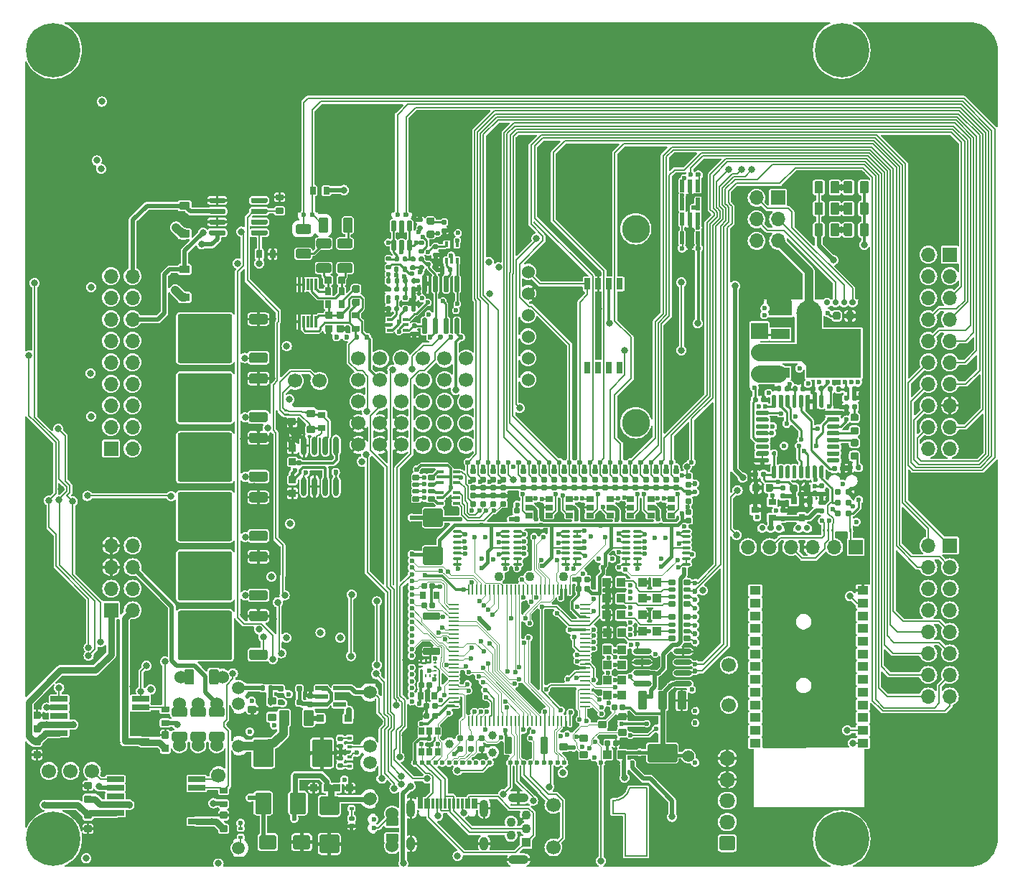
<source format=gtl>
G75*
G70*
%OFA0B0*%
%FSLAX25Y25*%
%IPPOS*%
%LPD*%
%AMOC8*
5,1,8,0,0,1.08239X$1,22.5*
%
%AMM1*
21,1,0.086610,0.073230,0.000000,0.000000,270.000000*
21,1,0.069290,0.090550,0.000000,0.000000,270.000000*
1,1,0.017320,-0.036610,-0.034650*
1,1,0.017320,-0.036610,0.034650*
1,1,0.017320,0.036610,0.034650*
1,1,0.017320,0.036610,-0.034650*
%
%AMM10*
21,1,0.015750,0.016540,0.000000,0.000000,270.000000*
21,1,0.012600,0.019680,0.000000,0.000000,270.000000*
1,1,0.003150,-0.008270,-0.006300*
1,1,0.003150,-0.008270,0.006300*
1,1,0.003150,0.008270,0.006300*
1,1,0.003150,0.008270,-0.006300*
%
%AMM11*
21,1,0.023620,0.018900,0.000000,0.000000,90.000000*
21,1,0.018900,0.023620,0.000000,0.000000,90.000000*
1,1,0.004720,0.009450,0.009450*
1,1,0.004720,0.009450,-0.009450*
1,1,0.004720,-0.009450,-0.009450*
1,1,0.004720,-0.009450,0.009450*
%
%AMM115*
21,1,0.021650,0.052760,0.000000,-0.000000,180.000000*
21,1,0.017320,0.057090,0.000000,-0.000000,180.000000*
1,1,0.004330,-0.008660,0.026380*
1,1,0.004330,0.008660,0.026380*
1,1,0.004330,0.008660,-0.026380*
1,1,0.004330,-0.008660,-0.026380*
%
%AMM12*
21,1,0.019680,0.019680,0.000000,0.000000,0.000000*
21,1,0.015750,0.023620,0.000000,0.000000,0.000000*
1,1,0.003940,0.007870,-0.009840*
1,1,0.003940,-0.007870,-0.009840*
1,1,0.003940,-0.007870,0.009840*
1,1,0.003940,0.007870,0.009840*
%
%AMM13*
21,1,0.019680,0.019680,0.000000,0.000000,270.000000*
21,1,0.015750,0.023620,0.000000,0.000000,270.000000*
1,1,0.003940,-0.009840,-0.007870*
1,1,0.003940,-0.009840,0.007870*
1,1,0.003940,0.009840,0.007870*
1,1,0.003940,0.009840,-0.007870*
%
%AMM183*
21,1,0.025590,0.026380,-0.000000,-0.000000,90.000000*
21,1,0.020470,0.031500,-0.000000,-0.000000,90.000000*
1,1,0.005120,0.013190,0.010240*
1,1,0.005120,0.013190,-0.010240*
1,1,0.005120,-0.013190,-0.010240*
1,1,0.005120,-0.013190,0.010240*
%
%AMM184*
21,1,0.017720,0.027950,-0.000000,-0.000000,90.000000*
21,1,0.014170,0.031500,-0.000000,-0.000000,90.000000*
1,1,0.003540,0.013980,0.007090*
1,1,0.003540,0.013980,-0.007090*
1,1,0.003540,-0.013980,-0.007090*
1,1,0.003540,-0.013980,0.007090*
%
%AMM185*
21,1,0.012600,0.028980,-0.000000,-0.000000,270.000000*
21,1,0.010080,0.031500,-0.000000,-0.000000,270.000000*
1,1,0.002520,-0.014490,-0.005040*
1,1,0.002520,-0.014490,0.005040*
1,1,0.002520,0.014490,0.005040*
1,1,0.002520,0.014490,-0.005040*
%
%AMM186*
21,1,0.023620,0.030710,-0.000000,-0.000000,0.000000*
21,1,0.018900,0.035430,-0.000000,-0.000000,0.000000*
1,1,0.004720,0.009450,-0.015350*
1,1,0.004720,-0.009450,-0.015350*
1,1,0.004720,-0.009450,0.015350*
1,1,0.004720,0.009450,0.015350*
%
%AMM187*
21,1,0.027560,0.018900,-0.000000,-0.000000,270.000000*
21,1,0.022840,0.023620,-0.000000,-0.000000,270.000000*
1,1,0.004720,-0.009450,-0.011420*
1,1,0.004720,-0.009450,0.011420*
1,1,0.004720,0.009450,0.011420*
1,1,0.004720,0.009450,-0.011420*
%
%AMM188*
21,1,0.031500,0.072440,-0.000000,-0.000000,270.000000*
21,1,0.025200,0.078740,-0.000000,-0.000000,270.000000*
1,1,0.006300,-0.036220,-0.012600*
1,1,0.006300,-0.036220,0.012600*
1,1,0.006300,0.036220,0.012600*
1,1,0.006300,0.036220,-0.012600*
%
%AMM189*
21,1,0.027560,0.018900,-0.000000,-0.000000,0.000000*
21,1,0.022840,0.023620,-0.000000,-0.000000,0.000000*
1,1,0.004720,0.011420,-0.009450*
1,1,0.004720,-0.011420,-0.009450*
1,1,0.004720,-0.011420,0.009450*
1,1,0.004720,0.011420,0.009450*
%
%AMM190*
21,1,0.023620,0.030710,-0.000000,-0.000000,90.000000*
21,1,0.018900,0.035430,-0.000000,-0.000000,90.000000*
1,1,0.004720,0.015350,0.009450*
1,1,0.004720,0.015350,-0.009450*
1,1,0.004720,-0.015350,-0.009450*
1,1,0.004720,-0.015350,0.009450*
%
%AMM191*
21,1,0.035430,0.030320,-0.000000,-0.000000,90.000000*
21,1,0.028350,0.037400,-0.000000,-0.000000,90.000000*
1,1,0.007090,0.015160,0.014170*
1,1,0.007090,0.015160,-0.014170*
1,1,0.007090,-0.015160,-0.014170*
1,1,0.007090,-0.015160,0.014170*
%
%AMM192*
21,1,0.043310,0.075980,-0.000000,-0.000000,180.000000*
21,1,0.034650,0.084650,-0.000000,-0.000000,180.000000*
1,1,0.008660,-0.017320,0.037990*
1,1,0.008660,0.017320,0.037990*
1,1,0.008660,0.017320,-0.037990*
1,1,0.008660,-0.017320,-0.037990*
%
%AMM193*
21,1,0.039370,0.035430,-0.000000,-0.000000,180.000000*
21,1,0.031500,0.043310,-0.000000,-0.000000,180.000000*
1,1,0.007870,-0.015750,0.017720*
1,1,0.007870,0.015750,0.017720*
1,1,0.007870,0.015750,-0.017720*
1,1,0.007870,-0.015750,-0.017720*
%
%AMM194*
21,1,0.027560,0.030710,-0.000000,-0.000000,180.000000*
21,1,0.022050,0.036220,-0.000000,-0.000000,180.000000*
1,1,0.005510,-0.011020,0.015350*
1,1,0.005510,0.011020,0.015350*
1,1,0.005510,0.011020,-0.015350*
1,1,0.005510,-0.011020,-0.015350*
%
%AMM195*
21,1,0.031500,0.072440,-0.000000,-0.000000,180.000000*
21,1,0.025200,0.078740,-0.000000,-0.000000,180.000000*
1,1,0.006300,-0.012600,0.036220*
1,1,0.006300,0.012600,0.036220*
1,1,0.006300,0.012600,-0.036220*
1,1,0.006300,-0.012600,-0.036220*
%
%AMM196*
21,1,0.137800,0.067720,-0.000000,-0.000000,180.000000*
21,1,0.120870,0.084650,-0.000000,-0.000000,180.000000*
1,1,0.016930,-0.060430,0.033860*
1,1,0.016930,0.060430,0.033860*
1,1,0.016930,0.060430,-0.033860*
1,1,0.016930,-0.060430,-0.033860*
%
%AMM197*
21,1,0.043310,0.075990,-0.000000,-0.000000,180.000000*
21,1,0.034650,0.084650,-0.000000,-0.000000,180.000000*
1,1,0.008660,-0.017320,0.037990*
1,1,0.008660,0.017320,0.037990*
1,1,0.008660,0.017320,-0.037990*
1,1,0.008660,-0.017320,-0.037990*
%
%AMM198*
21,1,0.086610,0.073230,-0.000000,-0.000000,270.000000*
21,1,0.069290,0.090550,-0.000000,-0.000000,270.000000*
1,1,0.017320,-0.036610,-0.034650*
1,1,0.017320,-0.036610,0.034650*
1,1,0.017320,0.036610,0.034650*
1,1,0.017320,0.036610,-0.034650*
%
%AMM2*
21,1,0.094490,0.111020,0.000000,0.000000,0.000000*
21,1,0.075590,0.129920,0.000000,0.000000,0.000000*
1,1,0.018900,0.037800,-0.055510*
1,1,0.018900,-0.037800,-0.055510*
1,1,0.018900,-0.037800,0.055510*
1,1,0.018900,0.037800,0.055510*
%
%AMM249*
21,1,0.035430,0.030320,0.000000,-0.000000,90.000000*
21,1,0.028350,0.037400,0.000000,-0.000000,90.000000*
1,1,0.007090,0.015160,0.014170*
1,1,0.007090,0.015160,-0.014170*
1,1,0.007090,-0.015160,-0.014170*
1,1,0.007090,-0.015160,0.014170*
%
%AMM250*
21,1,0.033470,0.026770,0.000000,-0.000000,270.000000*
21,1,0.026770,0.033470,0.000000,-0.000000,270.000000*
1,1,0.006690,-0.013390,-0.013390*
1,1,0.006690,-0.013390,0.013390*
1,1,0.006690,0.013390,0.013390*
1,1,0.006690,0.013390,-0.013390*
%
%AMM251*
21,1,0.027560,0.030710,0.000000,-0.000000,90.000000*
21,1,0.022050,0.036220,0.000000,-0.000000,90.000000*
1,1,0.005510,0.015350,0.011020*
1,1,0.005510,0.015350,-0.011020*
1,1,0.005510,-0.015350,-0.011020*
1,1,0.005510,-0.015350,0.011020*
%
%AMM3*
21,1,0.074800,0.083460,0.000000,0.000000,0.000000*
21,1,0.059840,0.098430,0.000000,0.000000,0.000000*
1,1,0.014960,0.029920,-0.041730*
1,1,0.014960,-0.029920,-0.041730*
1,1,0.014960,-0.029920,0.041730*
1,1,0.014960,0.029920,0.041730*
%
%AMM4*
21,1,0.078740,0.053540,0.000000,0.000000,180.000000*
21,1,0.065350,0.066930,0.000000,0.000000,180.000000*
1,1,0.013390,-0.032680,0.026770*
1,1,0.013390,0.032680,0.026770*
1,1,0.013390,0.032680,-0.026770*
1,1,0.013390,-0.032680,-0.026770*
%
%AMM5*
21,1,0.035430,0.030320,0.000000,0.000000,90.000000*
21,1,0.028350,0.037400,0.000000,0.000000,90.000000*
1,1,0.007090,0.015160,0.014170*
1,1,0.007090,0.015160,-0.014170*
1,1,0.007090,-0.015160,-0.014170*
1,1,0.007090,-0.015160,0.014170*
%
%AMM6*
21,1,0.021650,0.052760,0.000000,0.000000,270.000000*
21,1,0.017320,0.057090,0.000000,0.000000,270.000000*
1,1,0.004330,-0.026380,-0.008660*
1,1,0.004330,-0.026380,0.008660*
1,1,0.004330,0.026380,0.008660*
1,1,0.004330,0.026380,-0.008660*
%
%AMM7*
21,1,0.035830,0.026770,0.000000,0.000000,0.000000*
21,1,0.029130,0.033470,0.000000,0.000000,0.000000*
1,1,0.006690,0.014570,-0.013390*
1,1,0.006690,-0.014570,-0.013390*
1,1,0.006690,-0.014570,0.013390*
1,1,0.006690,0.014570,0.013390*
%
%AMM8*
21,1,0.070870,0.036220,0.000000,0.000000,90.000000*
21,1,0.061810,0.045280,0.000000,0.000000,90.000000*
1,1,0.009060,0.018110,0.030910*
1,1,0.009060,0.018110,-0.030910*
1,1,0.009060,-0.018110,-0.030910*
1,1,0.009060,-0.018110,0.030910*
%
%AMM9*
21,1,0.033470,0.026770,0.000000,0.000000,0.000000*
21,1,0.026770,0.033470,0.000000,0.000000,0.000000*
1,1,0.006690,0.013390,-0.013390*
1,1,0.006690,-0.013390,-0.013390*
1,1,0.006690,-0.013390,0.013390*
1,1,0.006690,0.013390,0.013390*
%
%ADD10C,0.00787*%
%ADD100C,0.01968*%
%ADD101C,0.01575*%
%ADD102M1*%
%ADD103M2*%
%ADD104M3*%
%ADD105M4*%
%ADD106M5*%
%ADD107M6*%
%ADD108M7*%
%ADD109M8*%
%ADD11C,0.06693*%
%ADD110M9*%
%ADD111M10*%
%ADD112M11*%
%ADD113M12*%
%ADD114M13*%
%ADD115O,0.00787X0.40158*%
%ADD12C,0.02756*%
%ADD13C,0.11811*%
%ADD14R,0.11811X0.00984*%
%ADD146C,0.01850*%
%ADD15R,0.04331X0.00984*%
%ADD152R,0.02559X0.01575*%
%ADD153R,0.01575X0.02559*%
%ADD156R,0.03543X0.03150*%
%ADD158C,0.05118*%
%ADD16R,0.03858X0.00984*%
%ADD160R,0.03150X0.03543*%
%ADD168C,0.03100*%
%ADD17R,0.05709X0.00984*%
%ADD171C,0.03900*%
%ADD18R,0.00984X1.08661*%
%ADD180O,0.04724X0.00866*%
%ADD181O,0.00866X0.04724*%
%ADD182O,0.04331X0.01181*%
%ADD185R,0.01378X0.00984*%
%ADD186R,0.00984X0.01378*%
%ADD19R,0.07677X0.00984*%
%ADD191O,0.08661X0.02362*%
%ADD199C,0.00492*%
%ADD20R,0.03740X0.00984*%
%ADD200C,0.01260*%
%ADD201C,0.05512*%
%ADD21C,0.03150*%
%ADD22C,0.25197*%
%ADD23C,0.06000*%
%ADD24O,0.07283X0.06693*%
%ADD25C,0.02362*%
%ADD26R,0.24350X0.00984*%
%ADD265O,0.01968X0.00984*%
%ADD266O,0.00984X0.01968*%
%ADD27R,0.04390X0.00984*%
%ADD28R,0.00984X0.56201*%
%ADD29R,0.00984X0.59449*%
%ADD296M115*%
%ADD30R,0.20374X0.00984*%
%ADD306R,0.01181X0.05512*%
%ADD307R,0.08661X0.04724*%
%ADD308R,0.25197X0.22835*%
%ADD309R,0.07874X0.07500*%
%ADD31R,0.04331X0.04331*%
%ADD310O,0.07874X0.07500*%
%ADD32C,0.04331*%
%ADD33O,0.09449X0.04331*%
%ADD334O,0.02362X0.08661*%
%ADD34O,0.04823X0.00787*%
%ADD35O,0.00787X0.36614*%
%ADD36C,0.05906*%
%ADD37O,0.00787X0.12992*%
%ADD38O,0.00787X0.40157*%
%ADD39O,0.00787X0.01181*%
%ADD392M183*%
%ADD393M184*%
%ADD394M185*%
%ADD395M186*%
%ADD396M187*%
%ADD397M188*%
%ADD398M189*%
%ADD399M190*%
%ADD40O,0.66929X0.00787*%
%ADD400M191*%
%ADD401M192*%
%ADD402M193*%
%ADD403M194*%
%ADD404M195*%
%ADD405M196*%
%ADD406M197*%
%ADD407M198*%
%ADD41O,0.60630X0.00787*%
%ADD42O,0.00787X0.18898*%
%ADD43O,0.00787X0.10236*%
%ADD44O,0.00787X0.03937*%
%ADD45O,0.00787X0.05906*%
%ADD459M249*%
%ADD46O,0.22323X0.00787*%
%ADD460M250*%
%ADD461M251*%
%ADD47O,0.00787X0.43701*%
%ADD48O,0.01575X0.38583*%
%ADD49O,0.00984X0.01969*%
%ADD50O,0.26772X0.00787*%
%ADD51O,0.01969X0.00984*%
%ADD52R,0.05118X0.03937*%
%ADD53R,0.07874X0.02559*%
%ADD54R,0.17717X0.31890*%
%ADD55R,0.00787X0.14567*%
%ADD56R,0.00787X0.01575*%
%ADD57R,0.00787X0.06299*%
%ADD58R,0.00787X0.38189*%
%ADD59R,0.00787X0.09055*%
%ADD60R,0.05512X0.00787*%
%ADD61R,0.25197X0.00787*%
%ADD62R,0.06693X0.00787*%
%ADD63R,0.12992X0.00787*%
%ADD64R,0.00787X0.27559*%
%ADD65R,0.00787X0.12992*%
%ADD66R,0.00787X0.24803*%
%ADD67R,0.01181X0.04528*%
%ADD68O,0.03937X0.08268*%
%ADD69O,0.03937X0.06299*%
%ADD70R,0.06693X0.06693*%
%ADD71O,0.06693X0.06693*%
%ADD72C,0.13000*%
%ADD73R,0.02717X0.05315*%
%ADD74C,0.01181*%
%ADD75C,0.03937*%
%ADD76C,0.01969*%
%ADD77C,0.00591*%
%ADD85C,0.00984*%
%ADD87C,0.00800*%
%ADD97C,0.07874*%
X0000000Y0000000D02*
%LPD*%
G01*
D10*
X0273622Y0025649D02*
X0273622Y0031555D01*
X0273622Y0025649D02*
X0279528Y0025649D01*
X0279528Y0025649D02*
X0279528Y0005964D01*
X0279528Y0005964D02*
X0289370Y0005964D01*
X0289370Y0037460D02*
X0281496Y0037460D01*
X0289370Y0005964D02*
X0289370Y0037460D01*
X0281496Y0037460D02*
G75*
G02*
X0273622Y0031555I-007565J0001885D01*
G01*
G36*
G01*
X0380884Y0294119D02*
X0380884Y0299041D01*
G75*
G02*
X0381277Y0299434I0000394J0000000D01*
G01*
X0384427Y0299434D01*
G75*
G02*
X0384821Y0299041I0000000J-000394D01*
G01*
X0384821Y0294119D01*
G75*
G02*
X0384427Y0293726I-000394J0000000D01*
G01*
X0381277Y0293726D01*
G75*
G02*
X0380884Y0294119I0000000J0000394D01*
G01*
G37*
G36*
G01*
X0388364Y0294119D02*
X0388364Y0299041D01*
G75*
G02*
X0388758Y0299434I0000394J0000000D01*
G01*
X0391907Y0299434D01*
G75*
G02*
X0392301Y0299041I0000000J-000394D01*
G01*
X0392301Y0294119D01*
G75*
G02*
X0391907Y0293726I-000394J0000000D01*
G01*
X0388758Y0293726D01*
G75*
G02*
X0388364Y0294119I0000000J0000394D01*
G01*
G37*
G36*
G01*
X0113288Y0295767D02*
X0113288Y0294586D01*
G75*
G02*
X0112697Y0293996I-000591J0000000D01*
G01*
X0106201Y0293996D01*
G75*
G02*
X0105611Y0294586I0000000J0000591D01*
G01*
X0105611Y0295767D01*
G75*
G02*
X0106201Y0296358I0000591J0000000D01*
G01*
X0112697Y0296358D01*
G75*
G02*
X0113288Y0295767I0000000J-000591D01*
G01*
G37*
G36*
G01*
X0113288Y0300767D02*
X0113288Y0299586D01*
G75*
G02*
X0112697Y0298996I-000591J0000000D01*
G01*
X0106201Y0298996D01*
G75*
G02*
X0105611Y0299586I0000000J0000591D01*
G01*
X0105611Y0300767D01*
G75*
G02*
X0106201Y0301358I0000591J0000000D01*
G01*
X0112697Y0301358D01*
G75*
G02*
X0113288Y0300767I0000000J-000591D01*
G01*
G37*
G36*
G01*
X0113288Y0305767D02*
X0113288Y0304586D01*
G75*
G02*
X0112697Y0303996I-000591J0000000D01*
G01*
X0106201Y0303996D01*
G75*
G02*
X0105611Y0304586I0000000J0000591D01*
G01*
X0105611Y0305767D01*
G75*
G02*
X0106201Y0306358I0000591J0000000D01*
G01*
X0112697Y0306358D01*
G75*
G02*
X0113288Y0305767I0000000J-000591D01*
G01*
G37*
G36*
G01*
X0113288Y0310767D02*
X0113288Y0309586D01*
G75*
G02*
X0112697Y0308996I-000591J0000000D01*
G01*
X0106201Y0308996D01*
G75*
G02*
X0105611Y0309586I0000000J0000591D01*
G01*
X0105611Y0310767D01*
G75*
G02*
X0106201Y0311358I0000591J0000000D01*
G01*
X0112697Y0311358D01*
G75*
G02*
X0113288Y0310767I0000000J-000591D01*
G01*
G37*
G36*
G01*
X0093800Y0310767D02*
X0093800Y0309586D01*
G75*
G02*
X0093209Y0308996I-000591J0000000D01*
G01*
X0086713Y0308996D01*
G75*
G02*
X0086122Y0309586I0000000J0000591D01*
G01*
X0086122Y0310767D01*
G75*
G02*
X0086713Y0311358I0000591J0000000D01*
G01*
X0093209Y0311358D01*
G75*
G02*
X0093800Y0310767I0000000J-000591D01*
G01*
G37*
G36*
G01*
X0093800Y0305767D02*
X0093800Y0304586D01*
G75*
G02*
X0093209Y0303996I-000591J0000000D01*
G01*
X0086713Y0303996D01*
G75*
G02*
X0086122Y0304586I0000000J0000591D01*
G01*
X0086122Y0305767D01*
G75*
G02*
X0086713Y0306358I0000591J0000000D01*
G01*
X0093209Y0306358D01*
G75*
G02*
X0093800Y0305767I0000000J-000591D01*
G01*
G37*
G36*
G01*
X0093800Y0300767D02*
X0093800Y0299586D01*
G75*
G02*
X0093209Y0298996I-000591J0000000D01*
G01*
X0086713Y0298996D01*
G75*
G02*
X0086122Y0299586I0000000J0000591D01*
G01*
X0086122Y0300767D01*
G75*
G02*
X0086713Y0301358I0000591J0000000D01*
G01*
X0093209Y0301358D01*
G75*
G02*
X0093800Y0300767I0000000J-000591D01*
G01*
G37*
G36*
G01*
X0093800Y0295767D02*
X0093800Y0294586D01*
G75*
G02*
X0093209Y0293996I-000591J0000000D01*
G01*
X0086713Y0293996D01*
G75*
G02*
X0086122Y0294586I0000000J0000591D01*
G01*
X0086122Y0295767D01*
G75*
G02*
X0086713Y0296358I0000591J0000000D01*
G01*
X0093209Y0296358D01*
G75*
G02*
X0093800Y0295767I0000000J-000591D01*
G01*
G37*
G36*
G01*
X0028583Y0040275D02*
X0031260Y0040275D01*
G75*
G02*
X0031595Y0039941I0000000J-000335D01*
G01*
X0031595Y0037263D01*
G75*
G02*
X0031260Y0036929I-000335J0000000D01*
G01*
X0028583Y0036929D01*
G75*
G02*
X0028248Y0037263I0000000J0000335D01*
G01*
X0028248Y0039941D01*
G75*
G02*
X0028583Y0040275I0000335J0000000D01*
G01*
G37*
G36*
G01*
X0028583Y0034055D02*
X0031260Y0034055D01*
G75*
G02*
X0031595Y0033720I0000000J-000335D01*
G01*
X0031595Y0031043D01*
G75*
G02*
X0031260Y0030708I-000335J0000000D01*
G01*
X0028583Y0030708D01*
G75*
G02*
X0028248Y0031043I0000000J0000335D01*
G01*
X0028248Y0033720D01*
G75*
G02*
X0028583Y0034055I0000335J0000000D01*
G01*
G37*
G36*
G01*
X0380884Y0303962D02*
X0380884Y0308883D01*
G75*
G02*
X0381277Y0309277I0000394J0000000D01*
G01*
X0384427Y0309277D01*
G75*
G02*
X0384821Y0308883I0000000J-000394D01*
G01*
X0384821Y0303962D01*
G75*
G02*
X0384427Y0303568I-000394J0000000D01*
G01*
X0381277Y0303568D01*
G75*
G02*
X0380884Y0303962I0000000J0000394D01*
G01*
G37*
G36*
G01*
X0388364Y0303962D02*
X0388364Y0308883D01*
G75*
G02*
X0388758Y0309277I0000394J0000000D01*
G01*
X0391907Y0309277D01*
G75*
G02*
X0392301Y0308883I0000000J-000394D01*
G01*
X0392301Y0303962D01*
G75*
G02*
X0391907Y0303568I-000394J0000000D01*
G01*
X0388758Y0303568D01*
G75*
G02*
X0388364Y0303962I0000000J0000394D01*
G01*
G37*
G36*
G01*
X0113386Y0155846D02*
X0113386Y0153090D01*
G75*
G02*
X0112402Y0152106I-000984J0000000D01*
G01*
X0105709Y0152106D01*
G75*
G02*
X0104725Y0153090I0000000J0000984D01*
G01*
X0104725Y0155846D01*
G75*
G02*
X0105709Y0156830I0000984J0000000D01*
G01*
X0112402Y0156830D01*
G75*
G02*
X0113386Y0155846I0000000J-000984D01*
G01*
G37*
G36*
G01*
X0096851Y0161870D02*
X0096851Y0153011D01*
G75*
G02*
X0095867Y0152027I-000984J0000000D01*
G01*
X0085827Y0152027D01*
G75*
G02*
X0084843Y0153011I0000000J0000984D01*
G01*
X0084843Y0161870D01*
G75*
G02*
X0085827Y0162854I0000984J0000000D01*
G01*
X0095867Y0162854D01*
G75*
G02*
X0096851Y0161870I0000000J-000984D01*
G01*
G37*
G36*
G01*
X0096851Y0173878D02*
X0096851Y0165019D01*
G75*
G02*
X0095867Y0164035I-000984J0000000D01*
G01*
X0085827Y0164035D01*
G75*
G02*
X0084843Y0165019I0000000J0000984D01*
G01*
X0084843Y0173878D01*
G75*
G02*
X0085827Y0174862I0000984J0000000D01*
G01*
X0095867Y0174862D01*
G75*
G02*
X0096851Y0173878I0000000J-000984D01*
G01*
G37*
G36*
G01*
X0096851Y0173878D02*
X0096851Y0153011D01*
G75*
G02*
X0095867Y0152027I-000984J0000000D01*
G01*
X0072638Y0152027D01*
G75*
G02*
X0071654Y0153011I0000000J0000984D01*
G01*
X0071654Y0173878D01*
G75*
G02*
X0072638Y0174862I0000984J0000000D01*
G01*
X0095867Y0174862D01*
G75*
G02*
X0096851Y0173878I0000000J-000984D01*
G01*
G37*
G36*
G01*
X0083662Y0161870D02*
X0083662Y0153011D01*
G75*
G02*
X0082678Y0152027I-000984J0000000D01*
G01*
X0072638Y0152027D01*
G75*
G02*
X0071654Y0153011I0000000J0000984D01*
G01*
X0071654Y0161870D01*
G75*
G02*
X0072638Y0162854I0000984J0000000D01*
G01*
X0082678Y0162854D01*
G75*
G02*
X0083662Y0161870I0000000J-000984D01*
G01*
G37*
G36*
G01*
X0083662Y0173878D02*
X0083662Y0165019D01*
G75*
G02*
X0082678Y0164035I-000984J0000000D01*
G01*
X0072638Y0164035D01*
G75*
G02*
X0071654Y0165019I0000000J0000984D01*
G01*
X0071654Y0173878D01*
G75*
G02*
X0072638Y0174862I0000984J0000000D01*
G01*
X0082678Y0174862D01*
G75*
G02*
X0083662Y0173878I0000000J-000984D01*
G01*
G37*
G36*
G01*
X0113386Y0173799D02*
X0113386Y0171043D01*
G75*
G02*
X0112402Y0170059I-000984J0000000D01*
G01*
X0105709Y0170059D01*
G75*
G02*
X0104725Y0171043I0000000J0000984D01*
G01*
X0104725Y0173799D01*
G75*
G02*
X0105709Y0174783I0000984J0000000D01*
G01*
X0112402Y0174783D01*
G75*
G02*
X0113386Y0173799I0000000J-000984D01*
G01*
G37*
D11*
X0327559Y0076043D03*
D12*
X0384941Y0262854D03*
X0373130Y0262854D03*
X0377067Y0262854D03*
X0381004Y0262854D03*
D13*
X0364666Y0257933D03*
D14*
X0350886Y0264330D03*
D15*
X0338288Y0156653D03*
D16*
X0355374Y0156653D03*
X0368367Y0156653D03*
D17*
X0388386Y0156653D03*
D18*
X0336615Y0210492D03*
X0390748Y0210492D03*
D19*
X0339961Y0264330D03*
D20*
X0389370Y0264330D03*
G36*
G01*
X0340650Y0193760D02*
X0345571Y0193760D01*
G75*
G02*
X0346063Y0193267I0000000J-000492D01*
G01*
X0346063Y0192283D01*
G75*
G02*
X0345571Y0191791I-000492J0000000D01*
G01*
X0340650Y0191791D01*
G75*
G02*
X0340158Y0192283I0000000J0000492D01*
G01*
X0340158Y0193267D01*
G75*
G02*
X0340650Y0193760I0000492J0000000D01*
G01*
G37*
G36*
G01*
X0351181Y0187165D02*
X0352166Y0187165D01*
G75*
G02*
X0352658Y0186673I0000000J-000492D01*
G01*
X0352658Y0181752D01*
G75*
G02*
X0352166Y0181260I-000492J0000000D01*
G01*
X0351181Y0181260D01*
G75*
G02*
X0350689Y0181752I0000000J0000492D01*
G01*
X0350689Y0186673D01*
G75*
G02*
X0351181Y0187165I0000492J0000000D01*
G01*
G37*
G36*
G01*
X0340650Y0190610D02*
X0345571Y0190610D01*
G75*
G02*
X0346063Y0190118I0000000J-000492D01*
G01*
X0346063Y0189134D01*
G75*
G02*
X0345571Y0188641I-000492J0000000D01*
G01*
X0340650Y0188641D01*
G75*
G02*
X0340158Y0189134I0000000J0000492D01*
G01*
X0340158Y0190118D01*
G75*
G02*
X0340650Y0190610I0000492J0000000D01*
G01*
G37*
G36*
G01*
X0350689Y0189330D02*
X0350689Y0190315D01*
G75*
G02*
X0351181Y0190807I0000492J0000000D01*
G01*
X0352166Y0190807D01*
G75*
G02*
X0352658Y0190315I0000000J-000492D01*
G01*
X0352658Y0189330D01*
G75*
G02*
X0352166Y0188838I-000492J0000000D01*
G01*
X0351181Y0188838D01*
G75*
G02*
X0350689Y0189330I0000000J0000492D01*
G01*
G37*
G36*
G01*
X0348032Y0193760D02*
X0349016Y0193760D01*
G75*
G02*
X0349508Y0193267I0000000J-000492D01*
G01*
X0349508Y0192283D01*
G75*
G02*
X0349016Y0191791I-000492J0000000D01*
G01*
X0348032Y0191791D01*
G75*
G02*
X0347540Y0192283I0000000J0000492D01*
G01*
X0347540Y0193267D01*
G75*
G02*
X0348032Y0193760I0000492J0000000D01*
G01*
G37*
G36*
G01*
X0348032Y0187165D02*
X0349016Y0187165D01*
G75*
G02*
X0349508Y0186673I0000000J-000492D01*
G01*
X0349508Y0181752D01*
G75*
G02*
X0349016Y0181260I-000492J0000000D01*
G01*
X0348032Y0181260D01*
G75*
G02*
X0347540Y0181752I0000000J0000492D01*
G01*
X0347540Y0186673D01*
G75*
G02*
X0348032Y0187165I0000492J0000000D01*
G01*
G37*
D12*
X0346949Y0158164D03*
X0350886Y0158164D03*
X0363863Y0158164D03*
X0359863Y0158164D03*
G36*
G01*
X0371752Y0156161D02*
X0371752Y0156161D01*
G75*
G02*
X0371260Y0156653I0000000J0000492D01*
G01*
X0371260Y0157637D01*
G75*
G02*
X0371752Y0158130I0000492J0000000D01*
G01*
X0371752Y0158130D01*
G75*
G02*
X0372244Y0157637I0000000J-000492D01*
G01*
X0372244Y0156653D01*
G75*
G02*
X0371752Y0156161I-000492J0000000D01*
G01*
G37*
G36*
G01*
X0373721Y0156161D02*
X0373721Y0156161D01*
G75*
G02*
X0373229Y0156653I0000000J0000492D01*
G01*
X0373229Y0157637D01*
G75*
G02*
X0373721Y0158130I0000492J0000000D01*
G01*
X0373721Y0158130D01*
G75*
G02*
X0374213Y0157637I0000000J-000492D01*
G01*
X0374213Y0156653D01*
G75*
G02*
X0373721Y0156161I-000492J0000000D01*
G01*
G37*
G36*
G01*
X0375689Y0156161D02*
X0375689Y0156161D01*
G75*
G02*
X0375197Y0156653I0000000J0000492D01*
G01*
X0375197Y0157637D01*
G75*
G02*
X0375689Y0158130I0000492J0000000D01*
G01*
X0375689Y0158130D01*
G75*
G02*
X0376181Y0157637I0000000J-000492D01*
G01*
X0376181Y0156653D01*
G75*
G02*
X0375689Y0156161I-000492J0000000D01*
G01*
G37*
G36*
G01*
X0383957Y0156161D02*
X0383957Y0156161D01*
G75*
G02*
X0383465Y0156653I0000000J0000492D01*
G01*
X0383465Y0157637D01*
G75*
G02*
X0383957Y0158130I0000492J0000000D01*
G01*
X0383957Y0158130D01*
G75*
G02*
X0384449Y0157637I0000000J-000492D01*
G01*
X0384449Y0156653D01*
G75*
G02*
X0383957Y0156161I-000492J0000000D01*
G01*
G37*
X0343012Y0158164D03*
G36*
G01*
X0113386Y0238523D02*
X0113386Y0235767D01*
G75*
G02*
X0112402Y0234783I-000984J0000000D01*
G01*
X0105709Y0234783D01*
G75*
G02*
X0104725Y0235767I0000000J0000984D01*
G01*
X0104725Y0238523D01*
G75*
G02*
X0105709Y0239508I0000984J0000000D01*
G01*
X0112402Y0239508D01*
G75*
G02*
X0113386Y0238523I0000000J-000984D01*
G01*
G37*
G36*
G01*
X0096851Y0244547D02*
X0096851Y0235689D01*
G75*
G02*
X0095867Y0234704I-000984J0000000D01*
G01*
X0085827Y0234704D01*
G75*
G02*
X0084843Y0235689I0000000J0000984D01*
G01*
X0084843Y0244547D01*
G75*
G02*
X0085827Y0245531I0000984J0000000D01*
G01*
X0095867Y0245531D01*
G75*
G02*
X0096851Y0244547I0000000J-000984D01*
G01*
G37*
G36*
G01*
X0096851Y0256555D02*
X0096851Y0247697D01*
G75*
G02*
X0095867Y0246712I-000984J0000000D01*
G01*
X0085827Y0246712D01*
G75*
G02*
X0084843Y0247697I0000000J0000984D01*
G01*
X0084843Y0256555D01*
G75*
G02*
X0085827Y0257539I0000984J0000000D01*
G01*
X0095867Y0257539D01*
G75*
G02*
X0096851Y0256555I0000000J-000984D01*
G01*
G37*
G36*
G01*
X0096851Y0256555D02*
X0096851Y0235689D01*
G75*
G02*
X0095867Y0234704I-000984J0000000D01*
G01*
X0072638Y0234704D01*
G75*
G02*
X0071654Y0235689I0000000J0000984D01*
G01*
X0071654Y0256555D01*
G75*
G02*
X0072638Y0257539I0000984J0000000D01*
G01*
X0095867Y0257539D01*
G75*
G02*
X0096851Y0256555I0000000J-000984D01*
G01*
G37*
G36*
G01*
X0083662Y0244547D02*
X0083662Y0235689D01*
G75*
G02*
X0082678Y0234704I-000984J0000000D01*
G01*
X0072638Y0234704D01*
G75*
G02*
X0071654Y0235689I0000000J0000984D01*
G01*
X0071654Y0244547D01*
G75*
G02*
X0072638Y0245531I0000984J0000000D01*
G01*
X0082678Y0245531D01*
G75*
G02*
X0083662Y0244547I0000000J-000984D01*
G01*
G37*
G36*
G01*
X0083662Y0256555D02*
X0083662Y0247697D01*
G75*
G02*
X0082678Y0246712I-000984J0000000D01*
G01*
X0072638Y0246712D01*
G75*
G02*
X0071654Y0247697I0000000J0000984D01*
G01*
X0071654Y0256555D01*
G75*
G02*
X0072638Y0257539I0000984J0000000D01*
G01*
X0082678Y0257539D01*
G75*
G02*
X0083662Y0256555I0000000J-000984D01*
G01*
G37*
G36*
G01*
X0113386Y0256476D02*
X0113386Y0253720D01*
G75*
G02*
X0112402Y0252736I-000984J0000000D01*
G01*
X0105709Y0252736D01*
G75*
G02*
X0104725Y0253720I0000000J0000984D01*
G01*
X0104725Y0256476D01*
G75*
G02*
X0105709Y0257460I0000984J0000000D01*
G01*
X0112402Y0257460D01*
G75*
G02*
X0113386Y0256476I0000000J-000984D01*
G01*
G37*
G36*
G01*
X0113386Y0210964D02*
X0113386Y0208208D01*
G75*
G02*
X0112402Y0207224I-000984J0000000D01*
G01*
X0105709Y0207224D01*
G75*
G02*
X0104725Y0208208I0000000J0000984D01*
G01*
X0104725Y0210964D01*
G75*
G02*
X0105709Y0211949I0000984J0000000D01*
G01*
X0112402Y0211949D01*
G75*
G02*
X0113386Y0210964I0000000J-000984D01*
G01*
G37*
G36*
G01*
X0096851Y0216988D02*
X0096851Y0208130D01*
G75*
G02*
X0095867Y0207145I-000984J0000000D01*
G01*
X0085827Y0207145D01*
G75*
G02*
X0084843Y0208130I0000000J0000984D01*
G01*
X0084843Y0216988D01*
G75*
G02*
X0085827Y0217972I0000984J0000000D01*
G01*
X0095867Y0217972D01*
G75*
G02*
X0096851Y0216988I0000000J-000984D01*
G01*
G37*
G36*
G01*
X0096851Y0228996D02*
X0096851Y0220137D01*
G75*
G02*
X0095867Y0219153I-000984J0000000D01*
G01*
X0085827Y0219153D01*
G75*
G02*
X0084843Y0220137I0000000J0000984D01*
G01*
X0084843Y0228996D01*
G75*
G02*
X0085827Y0229980I0000984J0000000D01*
G01*
X0095867Y0229980D01*
G75*
G02*
X0096851Y0228996I0000000J-000984D01*
G01*
G37*
G36*
G01*
X0096851Y0228996D02*
X0096851Y0208130D01*
G75*
G02*
X0095867Y0207145I-000984J0000000D01*
G01*
X0072638Y0207145D01*
G75*
G02*
X0071654Y0208130I0000000J0000984D01*
G01*
X0071654Y0228996D01*
G75*
G02*
X0072638Y0229980I0000984J0000000D01*
G01*
X0095867Y0229980D01*
G75*
G02*
X0096851Y0228996I0000000J-000984D01*
G01*
G37*
G36*
G01*
X0083662Y0216988D02*
X0083662Y0208130D01*
G75*
G02*
X0082678Y0207145I-000984J0000000D01*
G01*
X0072638Y0207145D01*
G75*
G02*
X0071654Y0208130I0000000J0000984D01*
G01*
X0071654Y0216988D01*
G75*
G02*
X0072638Y0217972I0000984J0000000D01*
G01*
X0082678Y0217972D01*
G75*
G02*
X0083662Y0216988I0000000J-000984D01*
G01*
G37*
G36*
G01*
X0083662Y0228996D02*
X0083662Y0220137D01*
G75*
G02*
X0082678Y0219153I-000984J0000000D01*
G01*
X0072638Y0219153D01*
G75*
G02*
X0071654Y0220137I0000000J0000984D01*
G01*
X0071654Y0228996D01*
G75*
G02*
X0072638Y0229980I0000984J0000000D01*
G01*
X0082678Y0229980D01*
G75*
G02*
X0083662Y0228996I0000000J-000984D01*
G01*
G37*
G36*
G01*
X0113386Y0228917D02*
X0113386Y0226161D01*
G75*
G02*
X0112402Y0225177I-000984J0000000D01*
G01*
X0105709Y0225177D01*
G75*
G02*
X0104725Y0226161I0000000J0000984D01*
G01*
X0104725Y0228917D01*
G75*
G02*
X0105709Y0229901I0000984J0000000D01*
G01*
X0112402Y0229901D01*
G75*
G02*
X0113386Y0228917I0000000J-000984D01*
G01*
G37*
D11*
X0125985Y0226437D03*
G36*
G01*
X0091575Y0026496D02*
X0094252Y0026496D01*
G75*
G02*
X0094587Y0026161I0000000J-000335D01*
G01*
X0094587Y0023484D01*
G75*
G02*
X0094252Y0023149I-000335J0000000D01*
G01*
X0091575Y0023149D01*
G75*
G02*
X0091241Y0023484I0000000J0000335D01*
G01*
X0091241Y0026161D01*
G75*
G02*
X0091575Y0026496I0000335J0000000D01*
G01*
G37*
G36*
G01*
X0091575Y0020275D02*
X0094252Y0020275D01*
G75*
G02*
X0094587Y0019941I0000000J-000335D01*
G01*
X0094587Y0017263D01*
G75*
G02*
X0094252Y0016929I-000335J0000000D01*
G01*
X0091575Y0016929D01*
G75*
G02*
X0091241Y0017263I0000000J0000335D01*
G01*
X0091241Y0019941D01*
G75*
G02*
X0091575Y0020275I0000335J0000000D01*
G01*
G37*
G36*
G01*
X0142057Y0316260D02*
X0142057Y0313189D01*
G75*
G02*
X0141782Y0312913I-000276J0000000D01*
G01*
X0139577Y0312913D01*
G75*
G02*
X0139302Y0313189I0000000J0000276D01*
G01*
X0139302Y0316260D01*
G75*
G02*
X0139577Y0316535I0000276J0000000D01*
G01*
X0141782Y0316535D01*
G75*
G02*
X0142057Y0316260I0000000J-000276D01*
G01*
G37*
G36*
G01*
X0135758Y0316260D02*
X0135758Y0313189D01*
G75*
G02*
X0135483Y0312913I-000276J0000000D01*
G01*
X0133278Y0312913D01*
G75*
G02*
X0133002Y0313189I0000000J0000276D01*
G01*
X0133002Y0316260D01*
G75*
G02*
X0133278Y0316535I0000276J0000000D01*
G01*
X0135483Y0316535D01*
G75*
G02*
X0135758Y0316260I0000000J-000276D01*
G01*
G37*
X0137402Y0226437D03*
G36*
G01*
X0064508Y0063740D02*
X0067185Y0063740D01*
G75*
G02*
X0067520Y0063405I0000000J-000335D01*
G01*
X0067520Y0060728D01*
G75*
G02*
X0067185Y0060393I-000335J0000000D01*
G01*
X0064508Y0060393D01*
G75*
G02*
X0064174Y0060728I0000000J0000335D01*
G01*
X0064174Y0063405D01*
G75*
G02*
X0064508Y0063740I0000335J0000000D01*
G01*
G37*
G36*
G01*
X0064508Y0057519D02*
X0067185Y0057519D01*
G75*
G02*
X0067520Y0057185I0000000J-000335D01*
G01*
X0067520Y0054508D01*
G75*
G02*
X0067185Y0054173I-000335J0000000D01*
G01*
X0064508Y0054173D01*
G75*
G02*
X0064174Y0054508I0000000J0000335D01*
G01*
X0064174Y0057185D01*
G75*
G02*
X0064508Y0057519I0000335J0000000D01*
G01*
G37*
X0021811Y0045334D03*
D21*
X0004331Y0379980D03*
X0007099Y0386661D03*
X0007099Y0373299D03*
X0013780Y0389429D03*
D22*
X0013780Y0379980D03*
D21*
X0013780Y0370531D03*
X0020461Y0386661D03*
X0020461Y0373299D03*
X0023229Y0379980D03*
X0370473Y0379980D03*
X0373240Y0386661D03*
X0373240Y0373299D03*
X0379922Y0389429D03*
D22*
X0379922Y0379980D03*
D21*
X0379922Y0370531D03*
X0386603Y0386661D03*
X0386603Y0373299D03*
X0389370Y0379980D03*
D23*
X0072441Y0076634D03*
G36*
G01*
X0068898Y0071338D02*
X0068898Y0074055D01*
G75*
G02*
X0069804Y0074960I0000906J0000000D01*
G01*
X0075079Y0074960D01*
G75*
G02*
X0075985Y0074055I0000000J-000906D01*
G01*
X0075985Y0071338D01*
G75*
G02*
X0075079Y0070433I-000906J0000000D01*
G01*
X0069804Y0070433D01*
G75*
G02*
X0068898Y0071338I0000000J0000906D01*
G01*
G37*
G36*
G01*
X0068898Y0059921D02*
X0068898Y0062637D01*
G75*
G02*
X0069804Y0063543I0000906J0000000D01*
G01*
X0075079Y0063543D01*
G75*
G02*
X0075985Y0062637I0000000J-000906D01*
G01*
X0075985Y0059921D01*
G75*
G02*
X0075079Y0059015I-000906J0000000D01*
G01*
X0069804Y0059015D01*
G75*
G02*
X0068898Y0059921I0000000J0000906D01*
G01*
G37*
X0072441Y0057342D03*
G36*
G01*
X0367301Y0294119D02*
X0367301Y0299041D01*
G75*
G02*
X0367695Y0299434I0000394J0000000D01*
G01*
X0370844Y0299434D01*
G75*
G02*
X0371238Y0299041I0000000J-000394D01*
G01*
X0371238Y0294119D01*
G75*
G02*
X0370844Y0293726I-000394J0000000D01*
G01*
X0367695Y0293726D01*
G75*
G02*
X0367301Y0294119I0000000J0000394D01*
G01*
G37*
G36*
G01*
X0374781Y0294119D02*
X0374781Y0299041D01*
G75*
G02*
X0375175Y0299434I0000394J0000000D01*
G01*
X0378325Y0299434D01*
G75*
G02*
X0378719Y0299041I0000000J-000394D01*
G01*
X0378719Y0294119D01*
G75*
G02*
X0378325Y0293726I-000394J0000000D01*
G01*
X0375175Y0293726D01*
G75*
G02*
X0374781Y0294119I0000000J0000394D01*
G01*
G37*
G36*
G01*
X0004961Y0072952D02*
X0007638Y0072952D01*
G75*
G02*
X0007973Y0072618I0000000J-000335D01*
G01*
X0007973Y0069941D01*
G75*
G02*
X0007638Y0069606I-000335J0000000D01*
G01*
X0004961Y0069606D01*
G75*
G02*
X0004626Y0069941I0000000J0000335D01*
G01*
X0004626Y0072618D01*
G75*
G02*
X0004961Y0072952I0000335J0000000D01*
G01*
G37*
G36*
G01*
X0004961Y0066732D02*
X0007638Y0066732D01*
G75*
G02*
X0007973Y0066397I0000000J-000335D01*
G01*
X0007973Y0063720D01*
G75*
G02*
X0007638Y0063386I-000335J0000000D01*
G01*
X0004961Y0063386D01*
G75*
G02*
X0004626Y0063720I0000000J0000335D01*
G01*
X0004626Y0066397D01*
G75*
G02*
X0004961Y0066732I0000335J0000000D01*
G01*
G37*
G36*
G01*
X0329430Y0008523D02*
X0324115Y0008523D01*
G75*
G02*
X0323130Y0009508I0000000J0000984D01*
G01*
X0323130Y0014232D01*
G75*
G02*
X0324115Y0015216I0000984J0000000D01*
G01*
X0329430Y0015216D01*
G75*
G02*
X0330414Y0014232I0000000J-000984D01*
G01*
X0330414Y0009508D01*
G75*
G02*
X0329430Y0008523I-000984J0000000D01*
G01*
G37*
D24*
X0326772Y0021712D03*
X0326772Y0031555D03*
X0326772Y0041397D03*
X0326772Y0051240D03*
D11*
X0246063Y0029586D03*
D21*
X0004331Y0013838D03*
X0007099Y0020520D03*
X0007099Y0007157D03*
X0013780Y0023287D03*
D22*
X0013780Y0013838D03*
D21*
X0013780Y0004389D03*
X0020461Y0020520D03*
X0020461Y0007157D03*
X0023229Y0013838D03*
D25*
X0193603Y0246811D03*
X0188878Y0246811D03*
X0198327Y0246811D03*
X0203052Y0246811D03*
D26*
X0192550Y0304488D03*
D27*
X0168731Y0304488D03*
D28*
X0204233Y0276880D03*
D29*
X0167028Y0275256D03*
D30*
X0176723Y0246023D03*
D25*
X0177619Y0303602D03*
X0173681Y0303602D03*
G36*
G01*
X0117126Y0286830D02*
X0117126Y0283760D01*
G75*
G02*
X0116851Y0283484I-000276J0000000D01*
G01*
X0114646Y0283484D01*
G75*
G02*
X0114370Y0283760I0000000J0000276D01*
G01*
X0114370Y0286830D01*
G75*
G02*
X0114646Y0287106I0000276J0000000D01*
G01*
X0116851Y0287106D01*
G75*
G02*
X0117126Y0286830I0000000J-000276D01*
G01*
G37*
G36*
G01*
X0110827Y0286830D02*
X0110827Y0283760D01*
G75*
G02*
X0110552Y0283484I-000276J0000000D01*
G01*
X0108347Y0283484D01*
G75*
G02*
X0108071Y0283760I0000000J0000276D01*
G01*
X0108071Y0286830D01*
G75*
G02*
X0108347Y0287106I0000276J0000000D01*
G01*
X0110552Y0287106D01*
G75*
G02*
X0110827Y0286830I0000000J-000276D01*
G01*
G37*
D11*
X0011811Y0045334D03*
D31*
X0233268Y0012263D03*
D32*
X0226378Y0015413D03*
X0233268Y0018563D03*
X0226378Y0021712D03*
X0233268Y0024862D03*
D33*
X0229823Y0004193D03*
X0229823Y0032933D03*
D23*
X0081103Y0076634D03*
G36*
G01*
X0077559Y0071338D02*
X0077559Y0074055D01*
G75*
G02*
X0078465Y0074960I0000906J0000000D01*
G01*
X0083741Y0074960D01*
G75*
G02*
X0084646Y0074055I0000000J-000906D01*
G01*
X0084646Y0071338D01*
G75*
G02*
X0083741Y0070433I-000906J0000000D01*
G01*
X0078465Y0070433D01*
G75*
G02*
X0077559Y0071338I0000000J0000906D01*
G01*
G37*
G36*
G01*
X0077559Y0059921D02*
X0077559Y0062637D01*
G75*
G02*
X0078465Y0063543I0000906J0000000D01*
G01*
X0083741Y0063543D01*
G75*
G02*
X0084646Y0062637I0000000J-000906D01*
G01*
X0084646Y0059921D01*
G75*
G02*
X0083741Y0059015I-000906J0000000D01*
G01*
X0078465Y0059015D01*
G75*
G02*
X0077559Y0059921I0000000J0000906D01*
G01*
G37*
X0081103Y0057342D03*
D25*
X0313288Y0287952D03*
D34*
X0305512Y0322992D03*
D35*
X0315650Y0305078D03*
X0303445Y0305078D03*
D25*
X0309548Y0287952D03*
X0305807Y0287952D03*
X0309744Y0322204D03*
X0313288Y0322204D03*
G36*
G01*
X0031260Y0016929D02*
X0028583Y0016929D01*
G75*
G02*
X0028248Y0017263I0000000J0000335D01*
G01*
X0028248Y0019941D01*
G75*
G02*
X0028583Y0020275I0000335J0000000D01*
G01*
X0031260Y0020275D01*
G75*
G02*
X0031595Y0019941I0000000J-000335D01*
G01*
X0031595Y0017263D01*
G75*
G02*
X0031260Y0016929I-000335J0000000D01*
G01*
G37*
G36*
G01*
X0031260Y0023149D02*
X0028583Y0023149D01*
G75*
G02*
X0028248Y0023484I0000000J0000335D01*
G01*
X0028248Y0026161D01*
G75*
G02*
X0028583Y0026496I0000335J0000000D01*
G01*
X0031260Y0026496D01*
G75*
G02*
X0031595Y0026161I0000000J-000335D01*
G01*
X0031595Y0023484D01*
G75*
G02*
X0031260Y0023149I-000335J0000000D01*
G01*
G37*
D11*
X0090552Y0043366D03*
D36*
X0160926Y0082047D03*
X0160926Y0056850D03*
X0160926Y0049370D03*
X0160926Y0032441D03*
D25*
X0162697Y0022992D03*
X0162697Y0019055D03*
D37*
X0097343Y0066889D03*
D38*
X0097343Y0033425D03*
D39*
X0097343Y0005472D03*
D40*
X0130414Y0005275D03*
D41*
X0133563Y0086378D03*
D36*
X0160926Y0007834D03*
D39*
X0163485Y0086181D03*
D42*
X0163485Y0069645D03*
D43*
X0163485Y0040708D03*
D44*
X0163485Y0026929D03*
D45*
X0163485Y0013937D03*
D36*
X0099902Y0083819D03*
X0099902Y0076535D03*
X0099902Y0057047D03*
X0099902Y0009606D03*
G36*
G01*
X0113386Y0100728D02*
X0113386Y0097972D01*
G75*
G02*
X0112402Y0096988I-000984J0000000D01*
G01*
X0105709Y0096988D01*
G75*
G02*
X0104725Y0097972I0000000J0000984D01*
G01*
X0104725Y0100728D01*
G75*
G02*
X0105709Y0101712I0000984J0000000D01*
G01*
X0112402Y0101712D01*
G75*
G02*
X0113386Y0100728I0000000J-000984D01*
G01*
G37*
G36*
G01*
X0096851Y0106752D02*
X0096851Y0097893D01*
G75*
G02*
X0095867Y0096909I-000984J0000000D01*
G01*
X0085827Y0096909D01*
G75*
G02*
X0084843Y0097893I0000000J0000984D01*
G01*
X0084843Y0106752D01*
G75*
G02*
X0085827Y0107736I0000984J0000000D01*
G01*
X0095867Y0107736D01*
G75*
G02*
X0096851Y0106752I0000000J-000984D01*
G01*
G37*
G36*
G01*
X0096851Y0118760D02*
X0096851Y0109901D01*
G75*
G02*
X0095867Y0108917I-000984J0000000D01*
G01*
X0085827Y0108917D01*
G75*
G02*
X0084843Y0109901I0000000J0000984D01*
G01*
X0084843Y0118760D01*
G75*
G02*
X0085827Y0119744I0000984J0000000D01*
G01*
X0095867Y0119744D01*
G75*
G02*
X0096851Y0118760I0000000J-000984D01*
G01*
G37*
G36*
G01*
X0096851Y0118760D02*
X0096851Y0097893D01*
G75*
G02*
X0095867Y0096909I-000984J0000000D01*
G01*
X0072638Y0096909D01*
G75*
G02*
X0071654Y0097893I0000000J0000984D01*
G01*
X0071654Y0118760D01*
G75*
G02*
X0072638Y0119744I0000984J0000000D01*
G01*
X0095867Y0119744D01*
G75*
G02*
X0096851Y0118760I0000000J-000984D01*
G01*
G37*
G36*
G01*
X0083662Y0106752D02*
X0083662Y0097893D01*
G75*
G02*
X0082678Y0096909I-000984J0000000D01*
G01*
X0072638Y0096909D01*
G75*
G02*
X0071654Y0097893I0000000J0000984D01*
G01*
X0071654Y0106752D01*
G75*
G02*
X0072638Y0107736I0000984J0000000D01*
G01*
X0082678Y0107736D01*
G75*
G02*
X0083662Y0106752I0000000J-000984D01*
G01*
G37*
G36*
G01*
X0083662Y0118760D02*
X0083662Y0109901D01*
G75*
G02*
X0082678Y0108917I-000984J0000000D01*
G01*
X0072638Y0108917D01*
G75*
G02*
X0071654Y0109901I0000000J0000984D01*
G01*
X0071654Y0118760D01*
G75*
G02*
X0072638Y0119744I0000984J0000000D01*
G01*
X0082678Y0119744D01*
G75*
G02*
X0083662Y0118760I0000000J-000984D01*
G01*
G37*
G36*
G01*
X0113386Y0118681D02*
X0113386Y0115925D01*
G75*
G02*
X0112402Y0114941I-000984J0000000D01*
G01*
X0105709Y0114941D01*
G75*
G02*
X0104725Y0115925I0000000J0000984D01*
G01*
X0104725Y0118681D01*
G75*
G02*
X0105709Y0119665I0000984J0000000D01*
G01*
X0112402Y0119665D01*
G75*
G02*
X0113386Y0118681I0000000J-000984D01*
G01*
G37*
D46*
X0136861Y0214527D03*
D47*
X0147638Y0192972D03*
D48*
X0121654Y0190216D03*
D49*
X0121654Y0172008D03*
D50*
X0134498Y0171319D03*
D51*
X0121851Y0212756D03*
X0121851Y0210787D03*
D25*
X0125985Y0185000D03*
X0128052Y0188445D03*
X0131004Y0183819D03*
X0144981Y0184114D03*
G36*
G01*
X0064311Y0075295D02*
X0067382Y0075295D01*
G75*
G02*
X0067658Y0075019I0000000J-000276D01*
G01*
X0067658Y0072815D01*
G75*
G02*
X0067382Y0072539I-000276J0000000D01*
G01*
X0064311Y0072539D01*
G75*
G02*
X0064036Y0072815I0000000J0000276D01*
G01*
X0064036Y0075019D01*
G75*
G02*
X0064311Y0075295I0000276J0000000D01*
G01*
G37*
G36*
G01*
X0064311Y0068996D02*
X0067382Y0068996D01*
G75*
G02*
X0067658Y0068720I0000000J-000276D01*
G01*
X0067658Y0066515D01*
G75*
G02*
X0067382Y0066240I-000276J0000000D01*
G01*
X0064311Y0066240D01*
G75*
G02*
X0064036Y0066515I0000000J0000276D01*
G01*
X0064036Y0068720D01*
G75*
G02*
X0064311Y0068996I0000276J0000000D01*
G01*
G37*
G36*
G01*
X0113386Y0183405D02*
X0113386Y0180649D01*
G75*
G02*
X0112402Y0179665I-000984J0000000D01*
G01*
X0105709Y0179665D01*
G75*
G02*
X0104725Y0180649I0000000J0000984D01*
G01*
X0104725Y0183405D01*
G75*
G02*
X0105709Y0184389I0000984J0000000D01*
G01*
X0112402Y0184389D01*
G75*
G02*
X0113386Y0183405I0000000J-000984D01*
G01*
G37*
G36*
G01*
X0096851Y0189429D02*
X0096851Y0180571D01*
G75*
G02*
X0095867Y0179586I-000984J0000000D01*
G01*
X0085827Y0179586D01*
G75*
G02*
X0084843Y0180571I0000000J0000984D01*
G01*
X0084843Y0189429D01*
G75*
G02*
X0085827Y0190413I0000984J0000000D01*
G01*
X0095867Y0190413D01*
G75*
G02*
X0096851Y0189429I0000000J-000984D01*
G01*
G37*
G36*
G01*
X0096851Y0201437D02*
X0096851Y0192578D01*
G75*
G02*
X0095867Y0191594I-000984J0000000D01*
G01*
X0085827Y0191594D01*
G75*
G02*
X0084843Y0192578I0000000J0000984D01*
G01*
X0084843Y0201437D01*
G75*
G02*
X0085827Y0202421I0000984J0000000D01*
G01*
X0095867Y0202421D01*
G75*
G02*
X0096851Y0201437I0000000J-000984D01*
G01*
G37*
G36*
G01*
X0096851Y0201437D02*
X0096851Y0180571D01*
G75*
G02*
X0095867Y0179586I-000984J0000000D01*
G01*
X0072638Y0179586D01*
G75*
G02*
X0071654Y0180571I0000000J0000984D01*
G01*
X0071654Y0201437D01*
G75*
G02*
X0072638Y0202421I0000984J0000000D01*
G01*
X0095867Y0202421D01*
G75*
G02*
X0096851Y0201437I0000000J-000984D01*
G01*
G37*
G36*
G01*
X0083662Y0189429D02*
X0083662Y0180571D01*
G75*
G02*
X0082678Y0179586I-000984J0000000D01*
G01*
X0072638Y0179586D01*
G75*
G02*
X0071654Y0180571I0000000J0000984D01*
G01*
X0071654Y0189429D01*
G75*
G02*
X0072638Y0190413I0000984J0000000D01*
G01*
X0082678Y0190413D01*
G75*
G02*
X0083662Y0189429I0000000J-000984D01*
G01*
G37*
G36*
G01*
X0083662Y0201437D02*
X0083662Y0192578D01*
G75*
G02*
X0082678Y0191594I-000984J0000000D01*
G01*
X0072638Y0191594D01*
G75*
G02*
X0071654Y0192578I0000000J0000984D01*
G01*
X0071654Y0201437D01*
G75*
G02*
X0072638Y0202421I0000984J0000000D01*
G01*
X0082678Y0202421D01*
G75*
G02*
X0083662Y0201437I0000000J-000984D01*
G01*
G37*
G36*
G01*
X0113386Y0201358D02*
X0113386Y0198602D01*
G75*
G02*
X0112402Y0197618I-000984J0000000D01*
G01*
X0105709Y0197618D01*
G75*
G02*
X0104725Y0198602I0000000J0000984D01*
G01*
X0104725Y0201358D01*
G75*
G02*
X0105709Y0202342I0000984J0000000D01*
G01*
X0112402Y0202342D01*
G75*
G02*
X0113386Y0201358I0000000J-000984D01*
G01*
G37*
D52*
X0389764Y0058326D03*
X0389764Y0064232D03*
X0389764Y0070137D03*
X0389764Y0076043D03*
X0389764Y0081949D03*
X0389764Y0087854D03*
X0389764Y0093760D03*
X0389764Y0099665D03*
X0389764Y0105571D03*
X0389764Y0111476D03*
X0389764Y0117382D03*
X0389764Y0123287D03*
X0389764Y0129193D03*
X0339764Y0129193D03*
X0339764Y0123287D03*
X0339764Y0117382D03*
X0339764Y0111476D03*
X0339764Y0105571D03*
X0339764Y0099665D03*
X0339764Y0093760D03*
X0339764Y0087854D03*
X0339764Y0081949D03*
X0339764Y0076043D03*
X0339764Y0070137D03*
X0339764Y0064232D03*
X0339764Y0058326D03*
G36*
G01*
X0367301Y0313804D02*
X0367301Y0318726D01*
G75*
G02*
X0367695Y0319119I0000394J0000000D01*
G01*
X0370844Y0319119D01*
G75*
G02*
X0371238Y0318726I0000000J-000394D01*
G01*
X0371238Y0313804D01*
G75*
G02*
X0370844Y0313411I-000394J0000000D01*
G01*
X0367695Y0313411D01*
G75*
G02*
X0367301Y0313804I0000000J0000394D01*
G01*
G37*
G36*
G01*
X0374781Y0313804D02*
X0374781Y0318726D01*
G75*
G02*
X0375175Y0319119I0000394J0000000D01*
G01*
X0378325Y0319119D01*
G75*
G02*
X0378719Y0318726I0000000J-000394D01*
G01*
X0378719Y0313804D01*
G75*
G02*
X0378325Y0313411I-000394J0000000D01*
G01*
X0375175Y0313411D01*
G75*
G02*
X0374781Y0313804I0000000J0000394D01*
G01*
G37*
D23*
X0089764Y0076634D03*
G36*
G01*
X0086221Y0071338D02*
X0086221Y0074055D01*
G75*
G02*
X0087126Y0074960I0000906J0000000D01*
G01*
X0092402Y0074960D01*
G75*
G02*
X0093307Y0074055I0000000J-000906D01*
G01*
X0093307Y0071338D01*
G75*
G02*
X0092402Y0070433I-000906J0000000D01*
G01*
X0087126Y0070433D01*
G75*
G02*
X0086221Y0071338I0000000J0000906D01*
G01*
G37*
G36*
G01*
X0086221Y0059921D02*
X0086221Y0062637D01*
G75*
G02*
X0087126Y0063543I0000906J0000000D01*
G01*
X0092402Y0063543D01*
G75*
G02*
X0093307Y0062637I0000000J-000906D01*
G01*
X0093307Y0059921D01*
G75*
G02*
X0092402Y0059015I-000906J0000000D01*
G01*
X0087126Y0059015D01*
G75*
G02*
X0086221Y0059921I0000000J0000906D01*
G01*
G37*
X0089764Y0057342D03*
D11*
X0155512Y0196752D03*
X0155512Y0206752D03*
X0155512Y0216752D03*
X0155512Y0226752D03*
X0155512Y0236752D03*
X0165512Y0196752D03*
X0165512Y0206752D03*
X0165512Y0216752D03*
X0165512Y0226752D03*
X0165512Y0236752D03*
X0175512Y0196752D03*
X0175512Y0206752D03*
X0175512Y0216752D03*
X0175512Y0226752D03*
X0175512Y0236752D03*
X0246063Y0009901D03*
D23*
X0171160Y0025549D03*
G36*
G01*
X0168700Y0023758D02*
X0173621Y0023758D01*
G75*
G02*
X0174015Y0023364I0000000J-000394D01*
G01*
X0174015Y0020215D01*
G75*
G02*
X0173621Y0019821I-000394J0000000D01*
G01*
X0168700Y0019821D01*
G75*
G02*
X0168306Y0020215I0000000J0000394D01*
G01*
X0168306Y0023364D01*
G75*
G02*
X0168700Y0023758I0000394J0000000D01*
G01*
G37*
G36*
G01*
X0168700Y0016278D02*
X0173621Y0016278D01*
G75*
G02*
X0174015Y0015884I0000000J-000394D01*
G01*
X0174015Y0012734D01*
G75*
G02*
X0173621Y0012341I-000394J0000000D01*
G01*
X0168700Y0012341D01*
G75*
G02*
X0168306Y0012734I0000000J0000394D01*
G01*
X0168306Y0015884D01*
G75*
G02*
X0168700Y0016278I0000394J0000000D01*
G01*
G37*
X0171160Y0010549D03*
G36*
G01*
X0117363Y0313051D02*
X0120433Y0313051D01*
G75*
G02*
X0120709Y0312775I0000000J-000276D01*
G01*
X0120709Y0310571D01*
G75*
G02*
X0120433Y0310295I-000276J0000000D01*
G01*
X0117363Y0310295D01*
G75*
G02*
X0117087Y0310571I0000000J0000276D01*
G01*
X0117087Y0312775D01*
G75*
G02*
X0117363Y0313051I0000276J0000000D01*
G01*
G37*
G36*
G01*
X0117363Y0306752D02*
X0120433Y0306752D01*
G75*
G02*
X0120709Y0306476I0000000J-000276D01*
G01*
X0120709Y0304271D01*
G75*
G02*
X0120433Y0303996I-000276J0000000D01*
G01*
X0117363Y0303996D01*
G75*
G02*
X0117087Y0304271I0000000J0000276D01*
G01*
X0117087Y0306476D01*
G75*
G02*
X0117363Y0306752I0000276J0000000D01*
G01*
G37*
G36*
G01*
X0076811Y0292972D02*
X0072796Y0292972D01*
G75*
G02*
X0072441Y0293326I0000000J0000354D01*
G01*
X0072441Y0296161D01*
G75*
G02*
X0072796Y0296515I0000354J0000000D01*
G01*
X0076811Y0296515D01*
G75*
G02*
X0077166Y0296161I0000000J-000354D01*
G01*
X0077166Y0293326D01*
G75*
G02*
X0076811Y0292972I-000354J0000000D01*
G01*
G37*
G36*
G01*
X0076811Y0305964D02*
X0072796Y0305964D01*
G75*
G02*
X0072441Y0306319I0000000J0000354D01*
G01*
X0072441Y0309153D01*
G75*
G02*
X0072796Y0309508I0000354J0000000D01*
G01*
X0076811Y0309508D01*
G75*
G02*
X0077166Y0309153I0000000J-000354D01*
G01*
X0077166Y0306319D01*
G75*
G02*
X0076811Y0305964I-000354J0000000D01*
G01*
G37*
G36*
G01*
X0380884Y0313804D02*
X0380884Y0318726D01*
G75*
G02*
X0381277Y0319119I0000394J0000000D01*
G01*
X0384427Y0319119D01*
G75*
G02*
X0384821Y0318726I0000000J-000394D01*
G01*
X0384821Y0313804D01*
G75*
G02*
X0384427Y0313411I-000394J0000000D01*
G01*
X0381277Y0313411D01*
G75*
G02*
X0380884Y0313804I0000000J0000394D01*
G01*
G37*
G36*
G01*
X0388364Y0313804D02*
X0388364Y0318726D01*
G75*
G02*
X0388758Y0319119I0000394J0000000D01*
G01*
X0391907Y0319119D01*
G75*
G02*
X0392301Y0318726I0000000J-000394D01*
G01*
X0392301Y0313804D01*
G75*
G02*
X0391907Y0313411I-000394J0000000D01*
G01*
X0388758Y0313411D01*
G75*
G02*
X0388364Y0313804I0000000J0000394D01*
G01*
G37*
G36*
G01*
X0367301Y0303962D02*
X0367301Y0308883D01*
G75*
G02*
X0367695Y0309277I0000394J0000000D01*
G01*
X0370844Y0309277D01*
G75*
G02*
X0371238Y0308883I0000000J-000394D01*
G01*
X0371238Y0303962D01*
G75*
G02*
X0370844Y0303568I-000394J0000000D01*
G01*
X0367695Y0303568D01*
G75*
G02*
X0367301Y0303962I0000000J0000394D01*
G01*
G37*
G36*
G01*
X0374781Y0303962D02*
X0374781Y0308883D01*
G75*
G02*
X0375175Y0309277I0000394J0000000D01*
G01*
X0378325Y0309277D01*
G75*
G02*
X0378719Y0308883I0000000J-000394D01*
G01*
X0378719Y0303962D01*
G75*
G02*
X0378325Y0303568I-000394J0000000D01*
G01*
X0375175Y0303568D01*
G75*
G02*
X0374781Y0303962I0000000J0000394D01*
G01*
G37*
D53*
X0016536Y0078799D03*
X0016536Y0074862D03*
X0016536Y0070925D03*
X0016536Y0066988D03*
X0016536Y0063051D03*
X0016536Y0059114D03*
X0054331Y0059114D03*
X0054331Y0063051D03*
X0054331Y0066988D03*
X0054331Y0070925D03*
X0054331Y0074862D03*
X0054331Y0078799D03*
D54*
X0035433Y0068956D03*
D53*
X0042619Y0041555D03*
X0042619Y0037618D03*
X0042619Y0033681D03*
X0042619Y0029744D03*
X0042619Y0025807D03*
X0042619Y0021870D03*
X0080414Y0021870D03*
X0080414Y0025807D03*
X0080414Y0029744D03*
X0080414Y0033681D03*
X0080414Y0037618D03*
X0080414Y0041555D03*
D54*
X0061516Y0031712D03*
D11*
X0327559Y0094547D03*
D25*
X0180315Y0163051D03*
X0180315Y0146122D03*
X0180315Y0142972D03*
X0180315Y0139823D03*
X0180315Y0136673D03*
X0180315Y0133523D03*
X0180315Y0130374D03*
X0180315Y0127224D03*
X0180315Y0124074D03*
X0180315Y0120925D03*
X0180315Y0117775D03*
X0180315Y0114626D03*
X0180315Y0111476D03*
X0180315Y0108326D03*
X0180315Y0105177D03*
X0180315Y0102027D03*
X0180315Y0098878D03*
X0180315Y0093366D03*
X0180315Y0090216D03*
X0180315Y0087067D03*
X0180315Y0083917D03*
X0180315Y0080767D03*
X0180315Y0077618D03*
D55*
X0312599Y0058523D03*
D56*
X0312599Y0070531D03*
D55*
X0312599Y0082539D03*
D57*
X0312599Y0100059D03*
D58*
X0312599Y0153799D03*
D59*
X0312599Y0185295D03*
D60*
X0305512Y0189429D03*
D61*
X0297245Y0048484D03*
D62*
X0273426Y0048484D03*
D63*
X0259646Y0048484D03*
D60*
X0221260Y0048484D03*
D61*
X0191733Y0189429D03*
D64*
X0179528Y0061870D03*
D56*
X0179528Y0096122D03*
D65*
X0179528Y0154586D03*
D66*
X0179528Y0177421D03*
D25*
X0181890Y0049271D03*
X0185040Y0049271D03*
X0188189Y0049271D03*
X0191339Y0049271D03*
X0194489Y0049271D03*
X0197638Y0049271D03*
X0200788Y0049271D03*
X0203937Y0049271D03*
X0207087Y0049271D03*
X0210237Y0049271D03*
X0213386Y0049271D03*
X0216536Y0049271D03*
X0225985Y0049271D03*
X0229134Y0049271D03*
X0232284Y0049271D03*
X0235434Y0049271D03*
X0238583Y0049271D03*
X0241733Y0049271D03*
X0244882Y0049271D03*
X0248032Y0049271D03*
X0251182Y0049271D03*
X0268111Y0049271D03*
X0278741Y0049271D03*
X0282678Y0049271D03*
X0311811Y0049271D03*
X0206300Y0188641D03*
X0211024Y0188641D03*
X0215748Y0188641D03*
X0220473Y0188641D03*
X0225197Y0188641D03*
X0229922Y0188641D03*
X0234646Y0188641D03*
X0239370Y0188641D03*
X0244095Y0188641D03*
X0248819Y0188641D03*
X0253544Y0188641D03*
X0258268Y0188641D03*
X0262993Y0188641D03*
X0267717Y0188641D03*
X0272441Y0188641D03*
X0277166Y0188641D03*
X0281890Y0188641D03*
X0286615Y0188641D03*
X0291339Y0188641D03*
X0296063Y0188641D03*
X0300788Y0188641D03*
X0310237Y0188641D03*
X0311811Y0178799D03*
X0311811Y0174862D03*
X0311811Y0132736D03*
X0311811Y0128799D03*
X0311811Y0124862D03*
X0311811Y0120925D03*
X0311811Y0116988D03*
X0311811Y0113051D03*
X0311811Y0109114D03*
X0311811Y0105177D03*
X0311811Y0094941D03*
X0311811Y0091791D03*
X0311811Y0073287D03*
X0311811Y0067775D03*
G36*
G01*
X0113386Y0128287D02*
X0113386Y0125531D01*
G75*
G02*
X0112402Y0124547I-000984J0000000D01*
G01*
X0105709Y0124547D01*
G75*
G02*
X0104725Y0125531I0000000J0000984D01*
G01*
X0104725Y0128287D01*
G75*
G02*
X0105709Y0129271I0000984J0000000D01*
G01*
X0112402Y0129271D01*
G75*
G02*
X0113386Y0128287I0000000J-000984D01*
G01*
G37*
G36*
G01*
X0096851Y0134311D02*
X0096851Y0125452D01*
G75*
G02*
X0095867Y0124468I-000984J0000000D01*
G01*
X0085827Y0124468D01*
G75*
G02*
X0084843Y0125452I0000000J0000984D01*
G01*
X0084843Y0134311D01*
G75*
G02*
X0085827Y0135295I0000984J0000000D01*
G01*
X0095867Y0135295D01*
G75*
G02*
X0096851Y0134311I0000000J-000984D01*
G01*
G37*
G36*
G01*
X0096851Y0146319D02*
X0096851Y0137460D01*
G75*
G02*
X0095867Y0136476I-000984J0000000D01*
G01*
X0085827Y0136476D01*
G75*
G02*
X0084843Y0137460I0000000J0000984D01*
G01*
X0084843Y0146319D01*
G75*
G02*
X0085827Y0147303I0000984J0000000D01*
G01*
X0095867Y0147303D01*
G75*
G02*
X0096851Y0146319I0000000J-000984D01*
G01*
G37*
G36*
G01*
X0096851Y0146319D02*
X0096851Y0125452D01*
G75*
G02*
X0095867Y0124468I-000984J0000000D01*
G01*
X0072638Y0124468D01*
G75*
G02*
X0071654Y0125452I0000000J0000984D01*
G01*
X0071654Y0146319D01*
G75*
G02*
X0072638Y0147303I0000984J0000000D01*
G01*
X0095867Y0147303D01*
G75*
G02*
X0096851Y0146319I0000000J-000984D01*
G01*
G37*
G36*
G01*
X0083662Y0134311D02*
X0083662Y0125452D01*
G75*
G02*
X0082678Y0124468I-000984J0000000D01*
G01*
X0072638Y0124468D01*
G75*
G02*
X0071654Y0125452I0000000J0000984D01*
G01*
X0071654Y0134311D01*
G75*
G02*
X0072638Y0135295I0000984J0000000D01*
G01*
X0082678Y0135295D01*
G75*
G02*
X0083662Y0134311I0000000J-000984D01*
G01*
G37*
G36*
G01*
X0083662Y0146319D02*
X0083662Y0137460D01*
G75*
G02*
X0082678Y0136476I-000984J0000000D01*
G01*
X0072638Y0136476D01*
G75*
G02*
X0071654Y0137460I0000000J0000984D01*
G01*
X0071654Y0146319D01*
G75*
G02*
X0072638Y0147303I0000984J0000000D01*
G01*
X0082678Y0147303D01*
G75*
G02*
X0083662Y0146319I0000000J-000984D01*
G01*
G37*
G36*
G01*
X0113386Y0146240D02*
X0113386Y0143484D01*
G75*
G02*
X0112402Y0142500I-000984J0000000D01*
G01*
X0105709Y0142500D01*
G75*
G02*
X0104725Y0143484I0000000J0000984D01*
G01*
X0104725Y0146240D01*
G75*
G02*
X0105709Y0147224I0000984J0000000D01*
G01*
X0112402Y0147224D01*
G75*
G02*
X0113386Y0146240I0000000J-000984D01*
G01*
G37*
D67*
X0183662Y0030256D03*
X0186811Y0030256D03*
X0191930Y0030256D03*
X0195867Y0030256D03*
X0197835Y0030256D03*
X0201772Y0030256D03*
X0206890Y0030256D03*
X0210040Y0030256D03*
X0208859Y0030256D03*
X0205709Y0030256D03*
X0203741Y0030256D03*
X0199804Y0030256D03*
X0193898Y0030256D03*
X0189961Y0030256D03*
X0187993Y0030256D03*
X0184843Y0030256D03*
D68*
X0179843Y0028031D03*
D69*
X0179843Y0011574D03*
D68*
X0213859Y0028031D03*
D69*
X0213859Y0011574D03*
D21*
X0370473Y0013838D03*
X0373240Y0020520D03*
X0373240Y0007157D03*
X0379922Y0023287D03*
D22*
X0379922Y0013838D03*
D21*
X0379922Y0004389D03*
X0386603Y0020520D03*
X0386603Y0007157D03*
X0389370Y0013838D03*
D25*
X0150099Y0246811D03*
X0145374Y0246811D03*
X0154823Y0246811D03*
X0159548Y0246811D03*
D26*
X0149046Y0304488D03*
D27*
X0125227Y0304488D03*
D28*
X0160729Y0276880D03*
D29*
X0123524Y0275256D03*
D30*
X0133219Y0246023D03*
D25*
X0134115Y0303602D03*
X0130178Y0303602D03*
D23*
X0073032Y0089035D03*
G36*
G01*
X0078327Y0085492D02*
X0075611Y0085492D01*
G75*
G02*
X0074705Y0086397I0000000J0000906D01*
G01*
X0074705Y0091673D01*
G75*
G02*
X0075611Y0092578I0000906J0000000D01*
G01*
X0078327Y0092578D01*
G75*
G02*
X0079233Y0091673I0000000J-000906D01*
G01*
X0079233Y0086397D01*
G75*
G02*
X0078327Y0085492I-000906J0000000D01*
G01*
G37*
G36*
G01*
X0089745Y0085492D02*
X0087028Y0085492D01*
G75*
G02*
X0086122Y0086397I0000000J0000906D01*
G01*
X0086122Y0091673D01*
G75*
G02*
X0087028Y0092578I0000906J0000000D01*
G01*
X0089745Y0092578D01*
G75*
G02*
X0090650Y0091673I0000000J-000906D01*
G01*
X0090650Y0086397D01*
G75*
G02*
X0089745Y0085492I-000906J0000000D01*
G01*
G37*
X0092323Y0089035D03*
G36*
G01*
X0076811Y0263445D02*
X0072796Y0263445D01*
G75*
G02*
X0072441Y0263799I0000000J0000354D01*
G01*
X0072441Y0266634D01*
G75*
G02*
X0072796Y0266988I0000354J0000000D01*
G01*
X0076811Y0266988D01*
G75*
G02*
X0077166Y0266634I0000000J-000354D01*
G01*
X0077166Y0263799D01*
G75*
G02*
X0076811Y0263445I-000354J0000000D01*
G01*
G37*
G36*
G01*
X0076811Y0276437D02*
X0072796Y0276437D01*
G75*
G02*
X0072441Y0276791I0000000J0000354D01*
G01*
X0072441Y0279626D01*
G75*
G02*
X0072796Y0279980I0000354J0000000D01*
G01*
X0076811Y0279980D01*
G75*
G02*
X0077166Y0279626I0000000J-000354D01*
G01*
X0077166Y0276791D01*
G75*
G02*
X0076811Y0276437I-000354J0000000D01*
G01*
G37*
D70*
X0386418Y0149271D03*
D71*
X0376418Y0149271D03*
X0366418Y0149271D03*
X0356418Y0149271D03*
X0346418Y0149271D03*
X0336418Y0149271D03*
G36*
G01*
X0091378Y0037657D02*
X0094449Y0037657D01*
G75*
G02*
X0094725Y0037382I0000000J-000276D01*
G01*
X0094725Y0035177D01*
G75*
G02*
X0094449Y0034901I-000276J0000000D01*
G01*
X0091378Y0034901D01*
G75*
G02*
X0091103Y0035177I0000000J0000276D01*
G01*
X0091103Y0037382D01*
G75*
G02*
X0091378Y0037657I0000276J0000000D01*
G01*
G37*
G36*
G01*
X0091378Y0031358D02*
X0094449Y0031358D01*
G75*
G02*
X0094725Y0031082I0000000J-000276D01*
G01*
X0094725Y0028878D01*
G75*
G02*
X0094449Y0028602I-000276J0000000D01*
G01*
X0091378Y0028602D01*
G75*
G02*
X0091103Y0028878I0000000J0000276D01*
G01*
X0091103Y0031082D01*
G75*
G02*
X0091378Y0031358I0000276J0000000D01*
G01*
G37*
D72*
X0284265Y0297027D03*
X0284265Y0207027D03*
D73*
X0276864Y0271486D03*
X0276864Y0232736D03*
X0271864Y0232736D03*
X0266864Y0232736D03*
X0261864Y0232736D03*
D23*
X0234265Y0277027D03*
D73*
X0261864Y0271486D03*
X0266864Y0271486D03*
D23*
X0234265Y0267027D03*
D73*
X0271864Y0271486D03*
D23*
X0234265Y0257027D03*
X0234265Y0247027D03*
X0234265Y0237027D03*
X0234265Y0227027D03*
D11*
X0031811Y0045334D03*
G36*
G01*
X0007638Y0051181D02*
X0004961Y0051181D01*
G75*
G02*
X0004626Y0051515I0000000J0000335D01*
G01*
X0004626Y0054193D01*
G75*
G02*
X0004961Y0054527I0000335J0000000D01*
G01*
X0007638Y0054527D01*
G75*
G02*
X0007973Y0054193I0000000J-000335D01*
G01*
X0007973Y0051515D01*
G75*
G02*
X0007638Y0051181I-000335J0000000D01*
G01*
G37*
G36*
G01*
X0007638Y0057401D02*
X0004961Y0057401D01*
G75*
G02*
X0004626Y0057736I0000000J0000335D01*
G01*
X0004626Y0060413D01*
G75*
G02*
X0004961Y0060748I0000335J0000000D01*
G01*
X0007638Y0060748D01*
G75*
G02*
X0007973Y0060413I0000000J-000335D01*
G01*
X0007973Y0057736D01*
G75*
G02*
X0007638Y0057401I-000335J0000000D01*
G01*
G37*
X0185512Y0196752D03*
X0185512Y0206752D03*
X0185512Y0216752D03*
X0185512Y0226752D03*
X0185512Y0236752D03*
X0195512Y0196752D03*
X0195512Y0206752D03*
X0195512Y0216752D03*
X0195512Y0226752D03*
X0195512Y0236752D03*
X0205512Y0196752D03*
X0205512Y0206752D03*
X0205512Y0216752D03*
X0205512Y0226752D03*
X0205512Y0236752D03*
D70*
X0430119Y0285019D03*
D71*
X0420119Y0285019D03*
X0430119Y0275019D03*
X0420119Y0275019D03*
X0430119Y0265019D03*
X0420119Y0265019D03*
X0430119Y0255019D03*
X0420119Y0255019D03*
X0430119Y0245019D03*
X0420119Y0245019D03*
X0430119Y0235019D03*
X0420119Y0235019D03*
X0430119Y0225019D03*
X0420119Y0225019D03*
X0430119Y0215019D03*
X0420119Y0215019D03*
X0430119Y0205019D03*
X0420119Y0205019D03*
X0430119Y0195019D03*
X0420119Y0195019D03*
D70*
X0350374Y0311456D03*
D71*
X0340374Y0311456D03*
X0350374Y0301456D03*
X0340374Y0301456D03*
X0350374Y0291456D03*
X0340374Y0291456D03*
D70*
X0040670Y0119980D03*
D71*
X0050670Y0119980D03*
X0040670Y0129980D03*
X0050670Y0129980D03*
X0040670Y0139980D03*
X0050670Y0139980D03*
X0040670Y0149980D03*
X0050670Y0149980D03*
D70*
X0040630Y0195019D03*
D71*
X0050630Y0195019D03*
X0040630Y0205019D03*
X0050630Y0205019D03*
X0040630Y0215019D03*
X0050630Y0215019D03*
X0040630Y0225019D03*
X0050630Y0225019D03*
X0040630Y0235019D03*
X0050630Y0235019D03*
X0040630Y0245019D03*
X0050630Y0245019D03*
X0040630Y0255019D03*
X0050630Y0255019D03*
X0040630Y0265019D03*
X0050630Y0265019D03*
X0040630Y0275019D03*
X0050630Y0275019D03*
D70*
X0430119Y0149980D03*
D71*
X0420119Y0149980D03*
X0430119Y0139980D03*
X0420119Y0139980D03*
X0430119Y0129980D03*
X0420119Y0129980D03*
X0430119Y0119980D03*
X0420119Y0119980D03*
X0430119Y0109980D03*
X0420119Y0109980D03*
X0430119Y0099980D03*
X0420119Y0099980D03*
X0430119Y0089980D03*
X0420119Y0089980D03*
X0430119Y0079980D03*
X0420119Y0079980D03*
D21*
X0090158Y0321712D03*
X0252756Y0320925D03*
X0140158Y0217775D03*
X0299607Y0226043D03*
X0096654Y0300256D03*
X0155906Y0095334D03*
X0061418Y0046122D03*
X0035827Y0082736D03*
X0143307Y0308720D03*
X0094095Y0013445D03*
X0035433Y0020531D03*
X0012599Y0329783D03*
X0048426Y0046515D03*
X0040150Y0330580D03*
X0391339Y0267775D03*
X0316142Y0205177D03*
X0007033Y0132098D03*
X0029467Y0058802D03*
X0027559Y0049665D03*
X0258268Y0046122D03*
X0314961Y0100059D03*
X0009410Y0265535D03*
X0061418Y0021712D03*
X0144145Y0142649D03*
X0130315Y0242972D03*
X0364174Y0003996D03*
X0432050Y0294480D03*
X0085827Y0283130D03*
X0024804Y0002815D03*
X0201575Y0308326D03*
X0009818Y0196180D03*
X0207087Y0013445D03*
X0054331Y0045728D03*
X0168111Y0308720D03*
X0311024Y0238248D03*
X0416550Y0294580D03*
X0124410Y0142972D03*
X0389348Y0322171D03*
X0208662Y0003996D03*
X0108662Y0232342D03*
X0025050Y0306880D03*
X0028347Y0082736D03*
X0280350Y0333080D03*
X0115355Y0227618D03*
X0250000Y0277224D03*
X0310237Y0003996D03*
X0099213Y0387460D03*
X0053544Y0021712D03*
X0176772Y0177224D03*
X0449650Y0070580D03*
X0305155Y0200846D03*
X0190158Y0002815D03*
X0164174Y0158326D03*
X0166142Y0037854D03*
X0194489Y0321319D03*
X0264174Y0298090D03*
X0114146Y0199635D03*
X0119489Y0280767D03*
X0022244Y0265610D03*
X0006300Y0361476D03*
X0022531Y0219243D03*
X0183071Y0021319D03*
X0170350Y0344880D03*
X0231103Y0289035D03*
X0009607Y0216988D03*
X0123622Y0167775D03*
X0391339Y0154389D03*
X0315748Y0063445D03*
X0022441Y0252815D03*
X0101969Y0117775D03*
X0066659Y0289468D03*
X0053544Y0013051D03*
X0346063Y0267382D03*
X0102363Y0227618D03*
X0396150Y0070680D03*
X0432950Y0159880D03*
X0035827Y0058720D03*
X0206650Y0344780D03*
X0180950Y0330680D03*
X0095670Y0066988D03*
X0119292Y0295728D03*
X0338977Y0004389D03*
X0305512Y0191594D03*
X0378347Y0094941D03*
X0125197Y0309901D03*
X0069292Y0021712D03*
X0449750Y0184080D03*
X0177397Y0096753D03*
X0081890Y0270531D03*
X0315355Y0033523D03*
X0137599Y0099862D03*
X0271654Y0387460D03*
X0087008Y0026043D03*
X0082678Y0300059D03*
X0412950Y0181380D03*
X0070079Y0318956D03*
X0245670Y0286279D03*
X0097638Y0313838D03*
X0050788Y0084704D03*
X0115987Y0115771D03*
X0430550Y0337080D03*
X0032678Y0008326D03*
X0187008Y0013445D03*
X0009877Y0078563D03*
X0165748Y0014626D03*
X0243650Y0335880D03*
X0043229Y0083167D03*
X0151575Y0135098D03*
X0163780Y0272106D03*
X0002643Y0031441D03*
X0190158Y0202815D03*
X0291405Y0319480D03*
X0156300Y0133130D03*
X0026250Y0138480D03*
X0200394Y0203208D03*
X0104331Y0261673D03*
X0294350Y0332880D03*
X0022441Y0196319D03*
X0022540Y0184311D03*
X0152650Y0330480D03*
X0266930Y0259901D03*
X0219292Y0046515D03*
X0061418Y0013051D03*
X0218504Y0315807D03*
X0150394Y0188641D03*
X0041798Y0046056D03*
X0145473Y0126043D03*
X0164174Y0247303D03*
X0011024Y0055177D03*
X0314961Y0138248D03*
X0234450Y0338780D03*
X0150394Y0169350D03*
X0108662Y0149271D03*
X0107087Y0177502D03*
X0239370Y0212263D03*
X0334252Y0388641D03*
X0180950Y0344780D03*
X0303150Y0330280D03*
X0380709Y0153602D03*
X0084843Y0315216D03*
X0054725Y0053996D03*
X0242126Y0246122D03*
X0266864Y0276437D03*
X0022244Y0230571D03*
X0314567Y0184311D03*
X0004089Y0165016D03*
X0102166Y0199626D03*
X0206150Y0330680D03*
X0381496Y0141004D03*
X0026573Y0161752D03*
X0218898Y0024074D03*
X0331890Y0107539D03*
X0177166Y0061870D03*
X0354331Y0081949D03*
X0102363Y0177618D03*
X0102363Y0172106D03*
X0308050Y0330180D03*
X0017559Y0176163D03*
X0206300Y0321319D03*
X0314567Y0170137D03*
X0402850Y0338580D03*
X0114961Y0144547D03*
X0370473Y0131949D03*
X0004331Y0321319D03*
X0337008Y0266988D03*
X0207481Y0255177D03*
X0022835Y0083130D03*
X0219685Y0002815D03*
X0009410Y0251043D03*
X0333465Y0170137D03*
X0137350Y0344980D03*
X0118898Y0263445D03*
X0356693Y0267382D03*
X0186221Y0308720D03*
X0348622Y0154586D03*
X0109056Y0121712D03*
X0053731Y0373453D03*
X0245670Y0229980D03*
X0094489Y0005964D03*
X0410250Y0162580D03*
X0351575Y0267382D03*
X0132715Y0167573D03*
X0333071Y0128405D03*
X0074804Y0046909D03*
X0370473Y0268169D03*
X0040450Y0344680D03*
X0009410Y0230571D03*
X0215355Y0386673D03*
X0271850Y0334380D03*
X0155119Y0308326D03*
X0355512Y0132342D03*
X0206300Y0292578D03*
X0043307Y0058720D03*
X0159843Y0319350D03*
X0172029Y0386235D03*
X0315355Y0087460D03*
X0334252Y0216594D03*
X0037721Y0051297D03*
X0068898Y0013051D03*
X0387144Y0301339D03*
X0229922Y0321319D03*
X0328347Y0085886D03*
X0126750Y0330580D03*
X0137450Y0330680D03*
X0102363Y0255374D03*
X0307087Y0216200D03*
X0164174Y0139823D03*
X0163780Y0295334D03*
X0109056Y0204389D03*
X0303544Y0045728D03*
X0126850Y0344780D03*
X0165891Y0026888D03*
X0089764Y0050846D03*
X0350788Y0115807D03*
X0024804Y0328405D03*
X0248032Y0259508D03*
X0170250Y0330680D03*
X0103150Y0144941D03*
X0061615Y0063641D03*
X0025197Y0038641D03*
X0242126Y0314626D03*
X0315355Y0078011D03*
X0165355Y0068169D03*
X0286615Y0275256D03*
X0176378Y0151240D03*
X0057087Y0386673D03*
X0253050Y0334380D03*
X0152050Y0344980D03*
X0317582Y0303664D03*
X0315748Y0070531D03*
X0079528Y0016988D03*
X0044095Y0013051D03*
X0389764Y0133917D03*
X0121260Y0113641D03*
X0002363Y0298484D03*
X0165355Y0174468D03*
X0083901Y0003928D03*
X0129134Y0217775D03*
X0089174Y0276043D03*
X0273229Y0045728D03*
X0129331Y0117185D03*
X0115748Y0255374D03*
X0329134Y0003602D03*
X0009843Y0029586D03*
X0087402Y0021936D03*
X0200682Y0222124D03*
X0390333Y0289663D03*
X0272048Y0253208D03*
X0331103Y0154915D03*
X0331549Y0175681D03*
X0312993Y0253208D03*
X0175390Y0043023D03*
X0230315Y0213838D03*
X0238189Y0292539D03*
X0250394Y0044547D03*
X0383859Y0126437D03*
X0166339Y0041791D03*
X0244061Y0038051D03*
X0070473Y0268563D03*
X0070867Y0297697D03*
X0082678Y0289823D03*
X0083326Y0295328D03*
X0029134Y0004783D03*
X0148819Y0315019D03*
X0036350Y0356080D03*
X0330315Y0270493D03*
X0375985Y0282539D03*
X0333959Y0181555D03*
X0379900Y0306423D03*
X0379900Y0316265D03*
X0379900Y0296580D03*
X0086453Y0108251D03*
X0078389Y0108368D03*
X0092126Y0140610D03*
X0087008Y0135492D03*
X0077953Y0171319D03*
X0077953Y0164626D03*
X0077953Y0190610D03*
X0074400Y0196614D03*
X0073819Y0226240D03*
X0078150Y0221909D03*
X0078347Y0250059D03*
X0074410Y0253996D03*
X0192520Y0024468D03*
X0204308Y0025986D03*
X0174607Y0051751D03*
X0301181Y0024074D03*
X0268111Y0003602D03*
X0180552Y0231752D03*
X0173032Y0076043D03*
X0171260Y0231555D03*
X0097216Y0090702D03*
X0172244Y0037263D03*
X0163652Y0090411D03*
X0164174Y0094547D03*
X0164174Y0124074D03*
X0152363Y0127224D03*
X0152041Y0098721D03*
X0065748Y0096122D03*
X0121260Y0126830D03*
X0109449Y0280964D03*
X0099410Y0280964D03*
X0035809Y0105239D03*
X0022858Y0170496D03*
X0016142Y0204193D03*
X0122048Y0107145D03*
X0031350Y0209980D03*
X0031150Y0229980D03*
X0137900Y0109600D03*
X0030250Y0102680D03*
X0011811Y0170925D03*
X0002559Y0238248D03*
X0031350Y0269980D03*
X0147080Y0107198D03*
X0016480Y0171122D03*
X0030250Y0098880D03*
X0005119Y0271909D03*
X0118111Y0123681D03*
X0119685Y0100059D03*
X0101142Y0295711D03*
X0115748Y0097303D03*
X0054528Y0082342D03*
X0057087Y0094155D03*
X0016536Y0083917D03*
X0176378Y0002421D03*
X0090552Y0002421D03*
X0279046Y0042266D03*
X0071260Y0066988D03*
X0010655Y0074751D03*
X0179723Y0038267D03*
X0035040Y0038248D03*
X0088189Y0030374D03*
X0059056Y0083130D03*
X0068550Y0172980D03*
X0029650Y0173080D03*
X0157087Y0189035D03*
X0305512Y0272106D03*
X0279134Y0240610D03*
X0305512Y0240610D03*
X0115158Y0135492D03*
X0123819Y0160098D03*
X0113386Y0204586D03*
X0123426Y0217775D03*
X0122244Y0242578D03*
X0222790Y0034705D03*
X0382481Y0064232D03*
X0236615Y0031555D03*
X0385040Y0058326D03*
X0327552Y0324724D03*
X0201575Y0005964D03*
X0201575Y0045728D03*
X0034095Y0328738D03*
X0333465Y0324724D03*
X0036024Y0324860D03*
X0338189Y0324468D03*
X0187499Y0041770D03*
X0159449Y0212263D03*
X0175393Y0039283D03*
X0159134Y0192339D03*
X0010630Y0066988D03*
X0023130Y0066830D03*
X0049213Y0029586D03*
X0035433Y0029980D03*
X0216142Y0281555D03*
X0220609Y0279132D03*
X0216368Y0266962D03*
X0102756Y0237067D03*
X0102953Y0209480D03*
X0102953Y0181910D03*
X0102953Y0153974D03*
X0102953Y0126792D03*
X0111418Y0107541D03*
X0109449Y0111082D03*
X0315355Y0129193D03*
D10*
X0211634Y0030256D02*
X0213859Y0028031D01*
X0208859Y0030256D02*
X0211634Y0030256D01*
D21*
X0016536Y0063051D02*
X0010138Y0063051D01*
X0040650Y0099280D02*
X0040650Y0119980D01*
X0004725Y0059074D02*
X0002363Y0061437D01*
X0006300Y0059074D02*
X0004725Y0059074D01*
X0010138Y0062675D02*
X0008683Y0061220D01*
X0010138Y0063051D02*
X0010138Y0062675D01*
X0033450Y0092080D02*
X0040650Y0099280D01*
X0002363Y0061437D02*
X0002363Y0077395D01*
X0008683Y0061220D02*
X0008445Y0061220D01*
X0008445Y0061220D02*
X0006300Y0059074D01*
X0002363Y0077395D02*
X0017047Y0092080D01*
X0017047Y0092080D02*
X0033450Y0092080D01*
X0047008Y0059350D02*
X0047008Y0116338D01*
X0047244Y0059114D02*
X0047008Y0059350D01*
X0054331Y0059114D02*
X0054725Y0058720D01*
X0047008Y0116338D02*
X0050650Y0119980D01*
X0054331Y0059114D02*
X0047244Y0059114D01*
X0054725Y0058720D02*
X0062973Y0058720D01*
X0062973Y0058720D02*
X0065847Y0055846D01*
X0025158Y0029586D02*
X0009843Y0029586D01*
X0030906Y0025807D02*
X0029922Y0024823D01*
X0042619Y0025807D02*
X0030906Y0025807D01*
X0029922Y0024823D02*
X0025158Y0029586D01*
X0087335Y0021870D02*
X0087402Y0021936D01*
X0089580Y0021936D02*
X0087402Y0021936D01*
X0080414Y0021870D02*
X0087335Y0021870D01*
X0092914Y0018602D02*
X0089580Y0021936D01*
D74*
X0390333Y0296580D02*
X0390333Y0316265D01*
X0160729Y0245630D02*
X0160729Y0231535D01*
D10*
X0328347Y0172478D02*
X0331549Y0175681D01*
X0328347Y0157671D02*
X0328347Y0172478D01*
D74*
X0160729Y0231535D02*
X0165512Y0226752D01*
X0313288Y0287952D02*
X0313288Y0253504D01*
X0159548Y0246811D02*
X0160729Y0245630D01*
X0271864Y0253392D02*
X0271864Y0271486D01*
D10*
X0331103Y0154915D02*
X0328347Y0157671D01*
D74*
X0313288Y0253504D02*
X0312993Y0253208D01*
X0203052Y0246811D02*
X0200682Y0244442D01*
X0200682Y0244442D02*
X0200682Y0222124D01*
X0272048Y0253208D02*
X0271864Y0253392D01*
X0390333Y0289663D02*
X0390333Y0296580D01*
D10*
X0170473Y0129173D02*
X0170473Y0072910D01*
X0238189Y0291984D02*
X0228680Y0282475D01*
X0172048Y0065003D02*
X0170670Y0063625D01*
X0389764Y0123287D02*
X0387008Y0123287D01*
X0228680Y0215474D02*
X0230315Y0213838D01*
X0168701Y0186552D02*
X0168701Y0130944D01*
X0170670Y0047743D02*
X0175390Y0043023D01*
X0165512Y0216752D02*
X0165512Y0214707D01*
X0170473Y0072910D02*
X0172048Y0071335D01*
X0161181Y0210377D02*
X0161181Y0194071D01*
X0168701Y0130944D02*
X0170473Y0129173D01*
X0161181Y0194071D02*
X0168701Y0186552D01*
X0387008Y0123287D02*
X0383859Y0126437D01*
X0170670Y0063625D02*
X0170670Y0047743D01*
X0228680Y0282475D02*
X0228680Y0215474D01*
X0172048Y0071335D02*
X0172048Y0065003D01*
X0238189Y0292539D02*
X0238189Y0291984D01*
X0165512Y0214707D02*
X0161181Y0210377D01*
X0160926Y0082047D02*
X0162166Y0082047D01*
X0166040Y0042145D02*
X0166339Y0041846D01*
X0164961Y0079252D02*
X0164961Y0072575D01*
X0166040Y0064842D02*
X0166040Y0042145D01*
X0244882Y0038872D02*
X0244061Y0038051D01*
X0162166Y0082047D02*
X0164961Y0079252D01*
X0167914Y0069623D02*
X0167914Y0066715D01*
X0166339Y0041846D02*
X0166339Y0041791D01*
X0167914Y0066715D02*
X0166040Y0064842D01*
X0244882Y0049271D02*
X0244882Y0038872D01*
X0164961Y0072575D02*
X0167914Y0069623D01*
D75*
X0073819Y0294744D02*
X0070867Y0297697D01*
X0074804Y0265216D02*
X0073819Y0265216D01*
X0073819Y0265216D02*
X0070473Y0268563D01*
X0074804Y0294744D02*
X0073819Y0294744D01*
D76*
X0087402Y0289823D02*
X0089961Y0292382D01*
X0089961Y0292382D02*
X0089961Y0295177D01*
X0082678Y0289823D02*
X0087402Y0289823D01*
X0057306Y0307736D02*
X0050650Y0301080D01*
X0050650Y0301080D02*
X0050650Y0274980D01*
X0077363Y0305177D02*
X0074804Y0307736D01*
X0089961Y0305177D02*
X0077363Y0305177D01*
X0074804Y0307736D02*
X0057306Y0307736D01*
X0074804Y0278208D02*
X0074804Y0286806D01*
X0067678Y0278208D02*
X0065450Y0275980D01*
X0062450Y0254980D02*
X0050650Y0254980D01*
X0065450Y0257980D02*
X0062450Y0254980D01*
X0074804Y0278208D02*
X0067678Y0278208D01*
X0065450Y0275980D02*
X0065450Y0257980D01*
X0074804Y0286806D02*
X0083326Y0295328D01*
X0140975Y0315019D02*
X0140680Y0314724D01*
X0148819Y0315019D02*
X0140975Y0315019D01*
D10*
X0228117Y0344671D02*
X0431910Y0344671D01*
X0438372Y0338209D02*
X0438372Y0263202D01*
X0224410Y0203602D02*
X0224410Y0277365D01*
X0224546Y0341100D02*
X0228117Y0344671D01*
X0224410Y0277365D02*
X0224546Y0277501D01*
X0438372Y0263202D02*
X0430150Y0254980D01*
X0239370Y0188641D02*
X0224410Y0203602D01*
X0431910Y0344671D02*
X0438372Y0338209D01*
X0224546Y0277501D02*
X0224546Y0341100D01*
X0425150Y0104980D02*
X0430150Y0099980D01*
X0291339Y0188641D02*
X0296063Y0193366D01*
X0296063Y0193366D02*
X0296063Y0252778D01*
X0299804Y0321909D02*
X0302264Y0324370D01*
X0392612Y0332270D02*
X0401140Y0323742D01*
X0401140Y0108090D02*
X0404250Y0104980D01*
X0296063Y0252778D02*
X0299804Y0256519D01*
X0404250Y0104980D02*
X0425150Y0104980D01*
X0306910Y0324370D02*
X0314810Y0332270D01*
X0302264Y0324370D02*
X0306910Y0324370D01*
X0299804Y0256519D02*
X0299804Y0321909D01*
X0314810Y0332270D02*
X0392612Y0332270D01*
X0401140Y0323742D02*
X0401140Y0108090D01*
X0397006Y0084024D02*
X0401050Y0079980D01*
X0320276Y0321590D02*
X0326822Y0328136D01*
X0326822Y0328136D02*
X0390899Y0328136D01*
X0300788Y0201260D02*
X0318701Y0219173D01*
X0300788Y0188641D02*
X0300788Y0201260D01*
X0318701Y0299215D02*
X0322048Y0302562D01*
X0397006Y0322029D02*
X0397006Y0084024D01*
X0322048Y0302562D02*
X0322048Y0304734D01*
X0318701Y0219173D02*
X0318701Y0299215D01*
X0321300Y0305514D02*
X0320276Y0306537D01*
X0390899Y0328136D02*
X0397006Y0322029D01*
X0401050Y0079980D02*
X0420150Y0079980D01*
X0322048Y0304734D02*
X0321300Y0305482D01*
X0320276Y0306537D02*
X0320276Y0321590D01*
X0321300Y0305482D02*
X0321300Y0305514D01*
X0319922Y0304911D02*
X0319922Y0304943D01*
X0317323Y0299786D02*
X0320670Y0303133D01*
X0398384Y0322600D02*
X0398384Y0093746D01*
X0297441Y0190019D02*
X0297441Y0199862D01*
X0319922Y0304943D02*
X0318898Y0305966D01*
X0402150Y0089980D02*
X0420150Y0089980D01*
X0317323Y0219744D02*
X0317323Y0299786D01*
X0318898Y0305966D02*
X0318898Y0322161D01*
X0320670Y0303133D02*
X0320670Y0304163D01*
X0297441Y0199862D02*
X0317323Y0219744D01*
X0320670Y0304163D02*
X0319922Y0304911D01*
X0391470Y0329514D02*
X0398384Y0322600D01*
X0318898Y0322161D02*
X0326251Y0329514D01*
X0296063Y0188641D02*
X0297441Y0190019D01*
X0398384Y0093746D02*
X0402150Y0089980D01*
X0326251Y0329514D02*
X0391470Y0329514D01*
X0328189Y0308335D02*
X0328189Y0308367D01*
X0398172Y0074109D02*
X0398979Y0073302D01*
X0327264Y0314479D02*
X0330952Y0318167D01*
X0330952Y0318167D02*
X0351251Y0318167D01*
X0328189Y0308367D02*
X0327264Y0309293D01*
X0351251Y0318167D02*
X0358464Y0325380D01*
X0394250Y0078031D02*
X0398172Y0074109D01*
X0315033Y0091791D02*
X0326870Y0103629D01*
X0326870Y0297641D02*
X0328937Y0299708D01*
X0398979Y0073302D02*
X0427872Y0073302D01*
X0328937Y0307587D02*
X0328189Y0308335D01*
X0326870Y0103629D02*
X0326870Y0297641D01*
X0389758Y0325380D02*
X0394250Y0320888D01*
X0311811Y0091791D02*
X0315033Y0091791D01*
X0328937Y0299708D02*
X0328937Y0307587D01*
X0358464Y0325380D02*
X0389758Y0325380D01*
X0327264Y0309293D02*
X0327264Y0314479D01*
X0427872Y0073302D02*
X0430150Y0075580D01*
X0394250Y0320888D02*
X0394250Y0078031D01*
X0430150Y0075580D02*
X0430150Y0079980D01*
X0315677Y0094941D02*
X0325099Y0104363D01*
X0395628Y0321459D02*
X0395628Y0078602D01*
X0326811Y0307797D02*
X0325886Y0308722D01*
X0325886Y0308722D02*
X0325886Y0315486D01*
X0326811Y0307765D02*
X0326811Y0307797D01*
X0395628Y0078602D02*
X0399550Y0074680D01*
X0347628Y0326758D02*
X0390329Y0326758D01*
X0340809Y0319939D02*
X0347628Y0326758D01*
X0325099Y0104363D02*
X0325099Y0297818D01*
X0325886Y0315486D02*
X0330338Y0319938D01*
X0425150Y0076880D02*
X0425150Y0084980D01*
X0425150Y0084980D02*
X0430150Y0089980D01*
X0327559Y0300279D02*
X0327559Y0307017D01*
X0332577Y0319939D02*
X0340809Y0319939D01*
X0325099Y0297818D02*
X0327559Y0300279D01*
X0330338Y0319938D02*
X0332576Y0319938D01*
X0422950Y0074680D02*
X0425150Y0076880D01*
X0390329Y0326758D02*
X0395628Y0321459D01*
X0399550Y0074680D02*
X0422950Y0074680D01*
X0332576Y0319938D02*
X0332577Y0319939D01*
X0311811Y0094941D02*
X0315677Y0094941D01*
X0327559Y0307017D02*
X0326811Y0307765D01*
D76*
X0330315Y0270493D02*
X0330315Y0185199D01*
X0330315Y0185199D02*
X0333959Y0181555D01*
X0369270Y0289254D02*
X0369270Y0296580D01*
D10*
X0369270Y0316265D02*
X0369270Y0296580D01*
D76*
X0333959Y0181555D02*
X0330350Y0185164D01*
X0375985Y0282539D02*
X0369270Y0289254D01*
D10*
X0405850Y0109980D02*
X0420150Y0109980D01*
X0294685Y0253349D02*
X0298426Y0257089D01*
X0393183Y0333648D02*
X0402518Y0324313D01*
X0402518Y0324313D02*
X0402518Y0113312D01*
X0294685Y0196712D02*
X0294685Y0253349D01*
X0402518Y0113312D02*
X0405850Y0109980D01*
X0286615Y0188641D02*
X0294685Y0196712D01*
X0298426Y0257089D02*
X0298426Y0330472D01*
X0298426Y0330472D02*
X0301601Y0333648D01*
X0301601Y0333648D02*
X0393183Y0333648D01*
X0433201Y0259980D02*
X0425150Y0259980D01*
X0225924Y0340530D02*
X0228688Y0343293D01*
X0436950Y0263729D02*
X0433201Y0259980D01*
X0225924Y0276930D02*
X0225924Y0340530D01*
X0225788Y0206949D02*
X0225788Y0276794D01*
X0244095Y0188641D02*
X0225788Y0206949D01*
X0431339Y0343293D02*
X0436950Y0337683D01*
X0225788Y0276794D02*
X0225924Y0276930D01*
X0436950Y0337683D02*
X0436950Y0263729D01*
X0228688Y0343293D02*
X0431339Y0343293D01*
X0425150Y0259980D02*
X0420150Y0254980D01*
X0223032Y0275653D02*
X0223032Y0275653D01*
X0223032Y0200256D02*
X0223032Y0275653D01*
X0223168Y0278072D02*
X0223168Y0341671D01*
X0439750Y0338780D02*
X0439750Y0252280D01*
X0223032Y0276794D02*
X0223032Y0276794D01*
X0425150Y0249980D02*
X0420150Y0244980D01*
X0223032Y0277936D02*
X0223168Y0278072D01*
X0223032Y0275653D02*
X0223032Y0276794D01*
X0439750Y0252280D02*
X0437450Y0249980D01*
X0227677Y0346180D02*
X0432350Y0346180D01*
X0223032Y0277936D02*
X0223032Y0277936D01*
X0223032Y0276794D02*
X0223032Y0277936D01*
X0223168Y0341671D02*
X0227677Y0346180D01*
X0437450Y0249980D02*
X0425150Y0249980D01*
X0234646Y0188641D02*
X0223032Y0200256D01*
X0432350Y0346180D02*
X0439750Y0338780D01*
X0229259Y0341915D02*
X0430768Y0341915D01*
X0227166Y0276223D02*
X0227302Y0276360D01*
X0435572Y0270402D02*
X0430150Y0264980D01*
X0227302Y0276360D02*
X0227302Y0339959D01*
X0435572Y0337112D02*
X0435572Y0270402D01*
X0430768Y0341915D02*
X0435572Y0337112D01*
X0227302Y0339959D02*
X0229259Y0341915D01*
X0248819Y0188641D02*
X0227166Y0210295D01*
X0227166Y0210295D02*
X0227166Y0276223D01*
X0230281Y0280618D02*
X0241142Y0291479D01*
X0240400Y0340537D02*
X0396141Y0340537D01*
X0235915Y0261011D02*
X0234646Y0261011D01*
X0241142Y0293599D02*
X0235630Y0299111D01*
X0253544Y0188641D02*
X0253544Y0243383D01*
X0409407Y0327271D02*
X0409407Y0170723D01*
X0235630Y0299111D02*
X0235630Y0335767D01*
X0230281Y0265377D02*
X0230281Y0280618D01*
X0409407Y0170723D02*
X0430150Y0149980D01*
X0396141Y0340537D02*
X0409407Y0327271D01*
X0241142Y0291479D02*
X0241142Y0293599D01*
X0235630Y0335767D02*
X0240400Y0340537D01*
X0253544Y0243383D02*
X0235915Y0261011D01*
X0234646Y0261011D02*
X0230281Y0265377D01*
D77*
X0382852Y0306423D02*
X0379900Y0306423D01*
D10*
X0278774Y0336404D02*
X0394324Y0336404D01*
X0277166Y0188641D02*
X0277166Y0197303D01*
D77*
X0376750Y0306423D02*
X0379900Y0306423D01*
D10*
X0274521Y0199948D02*
X0274521Y0219875D01*
X0415101Y0139980D02*
X0420150Y0139980D01*
X0282087Y0227441D02*
X0282087Y0246788D01*
X0277166Y0197303D02*
X0274521Y0199948D01*
X0274521Y0332151D02*
X0278774Y0336404D01*
X0274521Y0254354D02*
X0274521Y0332151D01*
X0282087Y0246788D02*
X0274521Y0254354D01*
X0274521Y0219875D02*
X0282087Y0227441D01*
X0394324Y0336404D02*
X0405274Y0325454D01*
X0405274Y0149808D02*
X0415101Y0139980D01*
X0405274Y0325454D02*
X0405274Y0149808D01*
D77*
X0382852Y0316265D02*
X0379900Y0316265D01*
D10*
X0425350Y0144780D02*
X0430150Y0139980D01*
X0412250Y0144780D02*
X0425350Y0144780D01*
X0269489Y0277431D02*
X0246063Y0300856D01*
X0251352Y0337782D02*
X0394895Y0337782D01*
X0269489Y0190413D02*
X0269489Y0277431D01*
X0246063Y0332493D02*
X0251352Y0337782D01*
D77*
X0376750Y0316265D02*
X0379900Y0316265D01*
D10*
X0394895Y0337782D02*
X0406652Y0326025D01*
X0267717Y0188641D02*
X0269489Y0190413D01*
X0406652Y0326025D02*
X0406652Y0150378D01*
X0246063Y0300856D02*
X0246063Y0332493D01*
X0406652Y0150378D02*
X0412250Y0144780D01*
X0212205Y0189823D02*
X0212205Y0263608D01*
X0219150Y0350380D02*
X0434050Y0350380D01*
X0434050Y0350380D02*
X0443950Y0340480D01*
X0443950Y0340480D02*
X0443950Y0231380D01*
X0211024Y0188641D02*
X0212205Y0189823D01*
X0210827Y0342057D02*
X0219150Y0350380D01*
X0212205Y0263608D02*
X0210827Y0264986D01*
X0210827Y0264986D02*
X0210827Y0342057D01*
X0443950Y0231380D02*
X0437550Y0224980D01*
X0437550Y0224980D02*
X0427150Y0224980D01*
X0437050Y0234980D02*
X0427150Y0234980D01*
X0212205Y0265557D02*
X0212205Y0341335D01*
X0442550Y0339880D02*
X0442550Y0240480D01*
X0219850Y0348980D02*
X0433450Y0348980D01*
X0215748Y0188641D02*
X0215748Y0262014D01*
X0433450Y0348980D02*
X0442550Y0339880D01*
X0215748Y0262014D02*
X0212205Y0265557D01*
X0442550Y0240480D02*
X0437050Y0234980D01*
X0212205Y0341335D02*
X0219850Y0348980D01*
X0427150Y0244980D02*
X0437350Y0244980D01*
X0213583Y0266128D02*
X0220473Y0259238D01*
X0220473Y0259238D02*
X0220473Y0188641D01*
X0437350Y0244980D02*
X0441172Y0248802D01*
X0432923Y0347558D02*
X0220377Y0347558D01*
X0213583Y0340764D02*
X0213583Y0266128D01*
X0220377Y0347558D02*
X0213583Y0340764D01*
X0441172Y0339309D02*
X0432923Y0347558D01*
X0441172Y0248802D02*
X0441172Y0339309D01*
X0240971Y0339160D02*
X0395570Y0339160D01*
X0264305Y0275164D02*
X0237402Y0302067D01*
X0420150Y0157780D02*
X0420150Y0149980D01*
X0395570Y0339160D02*
X0408030Y0326700D01*
X0408030Y0326700D02*
X0408030Y0169900D01*
X0264305Y0189953D02*
X0264305Y0275164D01*
X0237402Y0335590D02*
X0240971Y0339160D01*
X0262993Y0188641D02*
X0264305Y0189953D01*
X0408030Y0169900D02*
X0420150Y0157780D01*
X0237402Y0302067D02*
X0237402Y0335590D01*
X0218675Y0351880D02*
X0434555Y0351880D01*
X0210237Y0263628D02*
X0209449Y0264416D01*
D77*
X0382852Y0296580D02*
X0379900Y0296580D01*
D10*
X0437150Y0204980D02*
X0427150Y0204980D01*
X0209449Y0264416D02*
X0209449Y0342654D01*
X0209449Y0342654D02*
X0218675Y0351880D01*
X0445438Y0213268D02*
X0437150Y0204980D01*
X0210237Y0192579D02*
X0210237Y0263628D01*
X0445438Y0340997D02*
X0445438Y0213268D01*
D77*
X0376750Y0296580D02*
X0379900Y0296580D01*
D10*
X0206300Y0188641D02*
X0210237Y0192579D01*
X0434555Y0351880D02*
X0445438Y0340997D01*
X0309744Y0325256D02*
X0315381Y0330892D01*
X0399762Y0104068D02*
X0403850Y0099980D01*
X0399762Y0323171D02*
X0399762Y0104068D01*
X0309744Y0322204D02*
X0309744Y0325256D01*
X0403850Y0099980D02*
X0420150Y0099980D01*
X0392041Y0330892D02*
X0399762Y0323171D01*
X0315381Y0330892D02*
X0392041Y0330892D01*
X0301030Y0335026D02*
X0393753Y0335026D01*
X0297048Y0331043D02*
X0301030Y0335026D01*
X0403896Y0324883D02*
X0403896Y0119434D01*
X0293307Y0200059D02*
X0293307Y0253920D01*
X0425250Y0114880D02*
X0430150Y0109980D01*
X0408450Y0114880D02*
X0425250Y0114880D01*
X0403896Y0119434D02*
X0408450Y0114880D01*
X0297048Y0257660D02*
X0297048Y0331043D01*
X0393753Y0335026D02*
X0403896Y0324883D01*
X0293307Y0253920D02*
X0297048Y0257660D01*
X0281890Y0188641D02*
X0293307Y0200059D01*
X0445016Y0184946D02*
X0413084Y0184946D01*
X0410785Y0225615D02*
X0420150Y0234980D01*
X0410785Y0187245D02*
X0410785Y0225615D01*
X0436650Y0357580D02*
X0450950Y0343280D01*
X0450950Y0343280D02*
X0450950Y0190880D01*
X0132050Y0357580D02*
X0436650Y0357580D01*
X0130178Y0355708D02*
X0132050Y0357580D01*
X0413084Y0184946D02*
X0410785Y0187245D01*
X0450950Y0190880D02*
X0445016Y0184946D01*
X0130178Y0303602D02*
X0130178Y0355708D01*
X0384941Y0262854D02*
X0384941Y0269483D01*
X0345350Y0306480D02*
X0340350Y0311480D01*
X0384941Y0269483D02*
X0356750Y0297674D01*
X0355150Y0306480D02*
X0345350Y0306480D01*
X0356750Y0297674D02*
X0356750Y0304880D01*
X0356750Y0304880D02*
X0355150Y0306480D01*
X0345450Y0296380D02*
X0340350Y0301480D01*
X0377067Y0262854D02*
X0377050Y0262871D01*
X0353050Y0296380D02*
X0345450Y0296380D01*
X0377050Y0262871D02*
X0377050Y0272380D01*
X0377050Y0272380D02*
X0353050Y0296380D01*
X0381004Y0262854D02*
X0381004Y0270826D01*
X0381004Y0270826D02*
X0350350Y0301480D01*
D75*
X0364666Y0257933D02*
X0364666Y0277164D01*
X0364666Y0277164D02*
X0350350Y0291480D01*
D10*
X0386418Y0149271D02*
X0383957Y0151732D01*
X0383957Y0151732D02*
X0383957Y0157145D01*
X0375689Y0157145D02*
X0375689Y0150000D01*
X0375689Y0150000D02*
X0376418Y0149271D01*
X0372087Y0151065D02*
X0372087Y0148523D01*
X0373721Y0152699D02*
X0372087Y0151065D01*
X0373721Y0157145D02*
X0373721Y0152699D01*
X0361536Y0144153D02*
X0356418Y0149271D01*
X0367717Y0144153D02*
X0361536Y0144153D01*
X0372087Y0148523D02*
X0367717Y0144153D01*
X0370867Y0153602D02*
X0371752Y0154488D01*
X0346418Y0149271D02*
X0346927Y0149271D01*
X0371752Y0154488D02*
X0371752Y0157145D01*
X0351257Y0153602D02*
X0370867Y0153602D01*
X0346927Y0149271D02*
X0351257Y0153602D01*
X0236615Y0015610D02*
X0233268Y0012263D01*
X0206890Y0033307D02*
X0207087Y0033504D01*
X0207087Y0033504D02*
X0220372Y0033504D01*
X0234573Y0028011D02*
X0236615Y0025970D01*
X0188130Y0023816D02*
X0204505Y0007441D01*
X0190058Y0042830D02*
X0190058Y0035175D01*
X0225864Y0028011D02*
X0234573Y0028011D01*
X0186832Y0044329D02*
X0188559Y0044329D01*
X0190058Y0035175D02*
X0186811Y0031929D01*
X0206890Y0030256D02*
X0205709Y0030256D01*
X0204505Y0007441D02*
X0228445Y0007441D01*
X0228445Y0007441D02*
X0233268Y0012263D01*
X0186811Y0030256D02*
X0187993Y0030256D01*
X0206890Y0030256D02*
X0206890Y0033307D01*
X0186811Y0031929D02*
X0186811Y0030256D01*
X0236615Y0025970D02*
X0236615Y0015610D01*
X0220372Y0033504D02*
X0225864Y0028011D01*
X0188559Y0044329D02*
X0190058Y0042830D01*
X0188130Y0030118D02*
X0188130Y0023816D01*
X0181890Y0049271D02*
X0186832Y0044329D01*
X0187993Y0030256D02*
X0188130Y0030118D01*
X0197835Y0028582D02*
X0197933Y0028484D01*
X0193898Y0027204D02*
X0194095Y0027008D01*
X0189129Y0045707D02*
X0188604Y0045707D01*
X0188604Y0045707D02*
X0185040Y0049271D01*
X0225000Y0016791D02*
X0226378Y0015413D01*
X0193898Y0030256D02*
X0193898Y0040938D01*
X0197835Y0030256D02*
X0197835Y0028582D01*
X0197933Y0026070D02*
X0207212Y0016791D01*
X0207212Y0016791D02*
X0225000Y0016791D01*
X0194095Y0027008D02*
X0197638Y0027008D01*
X0193898Y0040938D02*
X0189129Y0045707D01*
X0197638Y0027008D02*
X0197835Y0027204D01*
X0193898Y0030256D02*
X0193898Y0027204D01*
X0197835Y0027204D02*
X0197835Y0030256D01*
X0197933Y0028484D02*
X0197933Y0026070D01*
X0195867Y0030256D02*
X0195867Y0041594D01*
X0199705Y0026804D02*
X0207946Y0018563D01*
X0199262Y0033651D02*
X0196211Y0033651D01*
X0195867Y0033307D02*
X0195867Y0030256D01*
X0195867Y0041594D02*
X0188189Y0049271D01*
X0199804Y0028582D02*
X0199705Y0028484D01*
X0199804Y0030256D02*
X0199804Y0028582D01*
X0196211Y0033651D02*
X0195867Y0033307D01*
X0199705Y0028484D02*
X0199705Y0026804D01*
X0207946Y0018563D02*
X0233268Y0018563D01*
X0199804Y0033110D02*
X0199262Y0033651D01*
X0199804Y0030256D02*
X0199804Y0033110D01*
X0191930Y0030256D02*
X0191930Y0025059D01*
X0191930Y0025059D02*
X0192520Y0024468D01*
X0203741Y0026553D02*
X0204308Y0025986D01*
X0203741Y0030256D02*
X0203741Y0026553D01*
X0174804Y0080295D02*
X0176969Y0078129D01*
X0174607Y0063717D02*
X0174607Y0051751D01*
X0176969Y0066079D02*
X0174607Y0063717D01*
X0180315Y0136673D02*
X0174804Y0131161D01*
X0174804Y0131161D02*
X0174804Y0080295D01*
X0176969Y0078129D02*
X0176969Y0066079D01*
D76*
X0301181Y0024074D02*
X0301181Y0031555D01*
X0282678Y0046909D02*
X0282678Y0049271D01*
X0301181Y0031555D02*
X0290945Y0041791D01*
X0287796Y0041791D02*
X0282678Y0046909D01*
X0290945Y0041791D02*
X0287796Y0041791D01*
D10*
X0268111Y0003602D02*
X0268111Y0003602D01*
X0268111Y0049271D02*
X0268111Y0003602D01*
X0162697Y0019055D02*
X0164666Y0019055D01*
X0164666Y0019055D02*
X0171260Y0025649D01*
X0412163Y0216993D02*
X0420150Y0224980D01*
X0436145Y0356136D02*
X0449572Y0342709D01*
X0138106Y0356136D02*
X0436145Y0356136D01*
X0134380Y0314724D02*
X0134050Y0315054D01*
X0134115Y0314458D02*
X0134380Y0314724D01*
X0412163Y0188667D02*
X0412163Y0216993D01*
X0134050Y0352080D02*
X0138106Y0356136D01*
X0444445Y0186324D02*
X0414506Y0186324D01*
X0134050Y0315054D02*
X0134050Y0352080D01*
X0134115Y0303602D02*
X0134115Y0314458D01*
X0414506Y0186324D02*
X0412163Y0188667D01*
X0449572Y0342709D02*
X0449572Y0191451D01*
X0449572Y0191451D02*
X0444445Y0186324D01*
X0413541Y0208371D02*
X0420150Y0214980D01*
X0173681Y0303602D02*
X0173681Y0350011D01*
X0415728Y0187702D02*
X0413541Y0189889D01*
X0435575Y0354758D02*
X0448194Y0342138D01*
X0178428Y0354758D02*
X0435575Y0354758D01*
X0448194Y0192022D02*
X0443875Y0187702D01*
X0448194Y0342138D02*
X0448194Y0192022D01*
X0443875Y0187702D02*
X0415728Y0187702D01*
X0413541Y0189889D02*
X0413541Y0208371D01*
X0173681Y0350011D02*
X0178428Y0354758D01*
X0414919Y0190911D02*
X0414919Y0199749D01*
X0446816Y0192592D02*
X0443304Y0189080D01*
X0446816Y0341568D02*
X0446816Y0192592D01*
X0416750Y0189080D02*
X0414919Y0190911D01*
X0177619Y0348949D02*
X0182050Y0353380D01*
X0414919Y0199749D02*
X0420150Y0204980D01*
X0443304Y0189080D02*
X0416750Y0189080D01*
X0435004Y0353380D02*
X0446816Y0341568D01*
X0182050Y0353380D02*
X0435004Y0353380D01*
X0177619Y0303602D02*
X0177619Y0348949D01*
X0193603Y0246811D02*
X0189843Y0243051D01*
X0171260Y0231555D02*
X0170276Y0230571D01*
X0172048Y0129547D02*
X0172048Y0079153D01*
X0170276Y0131318D02*
X0172048Y0129547D01*
X0180552Y0237916D02*
X0180552Y0231752D01*
X0172048Y0079153D02*
X0173032Y0078169D01*
X0170276Y0230571D02*
X0170276Y0131318D01*
X0189843Y0243051D02*
X0185687Y0243051D01*
X0173032Y0078169D02*
X0173032Y0076043D01*
X0185687Y0243051D02*
X0180552Y0237916D01*
X0167596Y0044350D02*
X0172244Y0039701D01*
X0093111Y0068048D02*
X0093111Y0065928D01*
X0092914Y0036279D02*
X0091575Y0037618D01*
X0172244Y0039701D02*
X0172244Y0037263D01*
X0169292Y0066145D02*
X0167596Y0064449D01*
X0095079Y0063959D02*
X0095079Y0038445D01*
X0094292Y0085295D02*
X0094292Y0069229D01*
X0169292Y0070193D02*
X0169292Y0066145D01*
X0091575Y0037618D02*
X0080414Y0037618D01*
X0167544Y0071941D02*
X0169292Y0070193D01*
X0167596Y0064449D02*
X0167596Y0044350D01*
X0093111Y0065928D02*
X0095079Y0063959D01*
X0095079Y0038445D02*
X0092914Y0036279D01*
X0097216Y0090702D02*
X0097216Y0088219D01*
X0094292Y0069229D02*
X0093111Y0068048D01*
X0097216Y0088219D02*
X0094292Y0085295D01*
X0167544Y0086519D02*
X0167544Y0071941D01*
X0163652Y0090411D02*
X0167544Y0086519D01*
D77*
X0035591Y0041555D02*
X0031811Y0045334D01*
D10*
X0164174Y0094547D02*
X0164174Y0124074D01*
X0164174Y0124074D02*
X0164174Y0124074D01*
D77*
X0042619Y0041555D02*
X0035591Y0041555D01*
D10*
X0065748Y0074015D02*
X0065748Y0096122D01*
X0151969Y0098794D02*
X0152041Y0098721D01*
X0065847Y0073917D02*
X0065748Y0074015D01*
X0151969Y0126830D02*
X0151969Y0098794D01*
X0065847Y0073917D02*
X0064902Y0074862D01*
X0064902Y0074862D02*
X0054331Y0074862D01*
X0152363Y0127224D02*
X0151969Y0126830D01*
X0118307Y0253920D02*
X0118307Y0258720D01*
X0120315Y0135804D02*
X0120473Y0135961D01*
X0103937Y0302283D02*
X0106832Y0305177D01*
X0117914Y0253526D02*
X0118307Y0253920D01*
X0121260Y0126830D02*
X0120315Y0127775D01*
X0117126Y0153433D02*
X0117126Y0202368D01*
X0103937Y0273090D02*
X0103937Y0302283D01*
X0106832Y0305177D02*
X0109449Y0305177D01*
X0120473Y0150087D02*
X0117126Y0153433D01*
X0120315Y0127775D02*
X0120315Y0135804D01*
X0118898Y0305374D02*
X0109646Y0305374D01*
X0115985Y0203510D02*
X0115985Y0224629D01*
X0117126Y0202368D02*
X0115985Y0203510D01*
X0120473Y0135961D02*
X0120473Y0150087D01*
X0109646Y0305374D02*
X0109449Y0305177D01*
X0118307Y0258720D02*
X0103937Y0273090D01*
X0117914Y0226558D02*
X0117914Y0253526D01*
X0115985Y0224629D02*
X0117914Y0226558D01*
X0109449Y0285295D02*
X0109449Y0280964D01*
X0109449Y0285295D02*
X0109449Y0295177D01*
X0021536Y0174516D02*
X0021536Y0177810D01*
X0021536Y0177810D02*
X0019291Y0180055D01*
X0022858Y0136650D02*
X0022858Y0170496D01*
X0019291Y0180055D02*
X0019291Y0201044D01*
X0035809Y0105239D02*
X0035809Y0123699D01*
X0022858Y0170496D02*
X0020187Y0173167D01*
X0020187Y0173167D02*
X0021536Y0174516D01*
X0035809Y0123699D02*
X0022858Y0136650D01*
X0019291Y0201044D02*
X0016142Y0204193D01*
X0015158Y0140453D02*
X0015158Y0155242D01*
X0005315Y0207539D02*
X0002559Y0210295D01*
X0014961Y0197893D02*
X0005315Y0207539D01*
X0014961Y0179980D02*
X0014961Y0197893D01*
X0014961Y0174074D02*
X0014961Y0179980D01*
X0015158Y0155242D02*
X0011811Y0158589D01*
X0011811Y0170925D02*
X0014961Y0174074D01*
X0030250Y0125361D02*
X0015158Y0140453D01*
X0011811Y0158589D02*
X0011811Y0170925D01*
X0002559Y0210295D02*
X0002559Y0238248D01*
X0030250Y0102680D02*
X0030250Y0125361D01*
X0033250Y0124309D02*
X0016733Y0140827D01*
X0016733Y0140827D02*
X0016733Y0170869D01*
X0033250Y0101880D02*
X0033250Y0124309D01*
X0020158Y0175087D02*
X0020158Y0177239D01*
X0016339Y0198464D02*
X0005119Y0209685D01*
X0016733Y0170869D02*
X0016480Y0171122D01*
X0005119Y0209685D02*
X0005119Y0271909D01*
X0020158Y0177239D02*
X0016339Y0181058D01*
X0016339Y0181058D02*
X0016339Y0198464D01*
X0030250Y0098880D02*
X0033250Y0101880D01*
X0016480Y0171122D02*
X0016480Y0171409D01*
X0016480Y0171409D02*
X0020158Y0175087D01*
X0118701Y0101043D02*
X0118701Y0123090D01*
X0119685Y0100059D02*
X0118701Y0101043D01*
X0118701Y0123090D02*
X0118111Y0123681D01*
X0099410Y0277290D02*
X0102008Y0279888D01*
X0115748Y0097303D02*
X0115748Y0108402D01*
X0110509Y0113641D02*
X0102484Y0113641D01*
X0099410Y0116715D02*
X0099410Y0277290D01*
X0102484Y0113641D02*
X0099410Y0116715D01*
X0115748Y0108402D02*
X0110509Y0113641D01*
X0102008Y0294844D02*
X0101142Y0295711D01*
X0102008Y0279888D02*
X0102008Y0294844D01*
X0054528Y0091596D02*
X0054528Y0082342D01*
X0054528Y0078996D02*
X0054331Y0078799D01*
X0057087Y0094155D02*
X0054528Y0091596D01*
X0054528Y0082342D02*
X0054528Y0078996D01*
X0016536Y0078799D02*
X0016536Y0083917D01*
X0080414Y0041555D02*
X0088741Y0041555D01*
X0088741Y0041555D02*
X0090552Y0043366D01*
X0343111Y0189626D02*
X0343111Y0192775D01*
D76*
X0176378Y0002421D02*
X0176250Y0002549D01*
X0092914Y0029980D02*
X0092520Y0030374D01*
X0035670Y0037618D02*
X0035040Y0038248D01*
X0176250Y0034795D02*
X0179723Y0038267D01*
X0010766Y0074862D02*
X0010655Y0074751D01*
X0278741Y0042572D02*
X0279046Y0042266D01*
X0042619Y0037618D02*
X0035670Y0037618D01*
X0176250Y0002549D02*
X0176250Y0034795D01*
X0092520Y0030374D02*
X0088189Y0030374D01*
X0278741Y0049271D02*
X0278741Y0042572D01*
X0016536Y0074862D02*
X0010766Y0074862D01*
X0070630Y0067618D02*
X0071260Y0066988D01*
X0065847Y0067618D02*
X0070630Y0067618D01*
D10*
X0068450Y0173080D02*
X0068550Y0172980D01*
X0029650Y0173080D02*
X0068450Y0173080D01*
X0261864Y0266459D02*
X0261864Y0271486D01*
X0261864Y0271486D02*
X0239806Y0271486D01*
X0258268Y0262864D02*
X0261864Y0266459D01*
X0258268Y0188641D02*
X0258268Y0262864D01*
X0239806Y0271486D02*
X0234265Y0277027D01*
X0272441Y0222329D02*
X0279206Y0229094D01*
X0279206Y0229094D02*
X0279206Y0240538D01*
X0305512Y0272106D02*
X0305512Y0240610D01*
X0305512Y0272106D02*
X0305512Y0272106D01*
X0279206Y0240538D02*
X0279134Y0240610D01*
X0272441Y0188641D02*
X0272441Y0222329D01*
X0389764Y0064232D02*
X0382481Y0064232D01*
X0225985Y0049271D02*
X0225985Y0037900D01*
X0225985Y0037900D02*
X0222790Y0034705D01*
X0229134Y0049271D02*
X0229134Y0040635D01*
X0229134Y0040635D02*
X0236615Y0033155D01*
X0236615Y0033155D02*
X0236615Y0031555D01*
X0389764Y0058326D02*
X0385040Y0058326D01*
X0246063Y0029586D02*
X0239961Y0035689D01*
X0239961Y0035995D02*
X0232284Y0043672D01*
X0232284Y0043672D02*
X0232284Y0049271D01*
X0239961Y0035689D02*
X0239961Y0035995D01*
X0250394Y0014232D02*
X0246063Y0009901D01*
X0235434Y0049271D02*
X0235434Y0042882D01*
X0235434Y0042882D02*
X0243808Y0034508D01*
X0243808Y0034508D02*
X0247366Y0034508D01*
X0250394Y0031479D02*
X0250394Y0014232D01*
X0247366Y0034508D02*
X0250394Y0031479D01*
X0120473Y0220925D02*
X0125985Y0226437D01*
X0120473Y0213838D02*
X0120473Y0220925D01*
X0121556Y0212756D02*
X0120473Y0213838D01*
X0121851Y0212756D02*
X0121556Y0212756D01*
X0133071Y0230767D02*
X0137402Y0226437D01*
X0121851Y0210787D02*
X0121063Y0210787D01*
X0119095Y0212756D02*
X0119095Y0225846D01*
X0124016Y0230767D02*
X0133071Y0230767D01*
X0119095Y0225846D02*
X0124016Y0230767D01*
X0121063Y0210787D02*
X0119095Y0212756D01*
X0322678Y0306084D02*
X0321752Y0307009D01*
X0320079Y0298645D02*
X0323426Y0301991D01*
X0323426Y0305304D02*
X0322678Y0306052D01*
X0323426Y0301991D02*
X0323426Y0305304D01*
X0321752Y0307009D02*
X0321752Y0318924D01*
X0310237Y0188641D02*
X0310237Y0208748D01*
X0321752Y0318924D02*
X0327552Y0324724D01*
X0310237Y0208748D02*
X0320079Y0218591D01*
X0322678Y0306052D02*
X0322678Y0306084D01*
X0320079Y0218591D02*
X0320079Y0298645D01*
X0212992Y0045728D02*
X0201575Y0045728D01*
X0216536Y0049271D02*
X0212992Y0045728D01*
D76*
X0079528Y0094350D02*
X0071063Y0094350D01*
X0068898Y0121732D02*
X0050650Y0139980D01*
X0089764Y0076634D02*
X0084548Y0081850D01*
X0071063Y0094350D02*
X0068898Y0096515D01*
X0084548Y0081850D02*
X0084548Y0089330D01*
X0084548Y0089330D02*
X0079528Y0094350D01*
X0068898Y0096515D02*
X0068898Y0121732D01*
D10*
X0329197Y0322694D02*
X0331435Y0322694D01*
X0321457Y0298074D02*
X0324804Y0301420D01*
X0321457Y0140918D02*
X0321457Y0298074D01*
X0323130Y0316627D02*
X0329197Y0322694D01*
X0324056Y0306623D02*
X0324056Y0306655D01*
X0324804Y0301420D02*
X0324804Y0305875D01*
X0311811Y0132736D02*
X0313275Y0132736D01*
X0323130Y0307580D02*
X0323130Y0316627D01*
X0324804Y0305875D02*
X0324056Y0306623D01*
X0313275Y0132736D02*
X0321457Y0140918D01*
X0324056Y0306655D02*
X0323130Y0307580D01*
X0331435Y0322694D02*
X0333465Y0324724D01*
X0332005Y0321316D02*
X0332006Y0321317D01*
X0311811Y0129324D02*
X0323721Y0141233D01*
X0332006Y0321317D02*
X0335038Y0321317D01*
X0335038Y0321317D02*
X0338189Y0324468D01*
X0325433Y0307194D02*
X0325433Y0307226D01*
X0325433Y0307226D02*
X0324508Y0308151D01*
X0323721Y0298389D02*
X0326181Y0300850D01*
X0329767Y0321316D02*
X0332005Y0321316D01*
X0326181Y0300850D02*
X0326181Y0306446D01*
X0326181Y0306446D02*
X0325433Y0307194D01*
X0324508Y0308151D02*
X0324508Y0316057D01*
X0311811Y0128799D02*
X0311811Y0129324D01*
X0323721Y0141233D02*
X0323721Y0298389D01*
X0324508Y0316057D02*
X0329767Y0321316D01*
X0172048Y0054823D02*
X0172048Y0050528D01*
X0179843Y0192500D02*
X0173426Y0186082D01*
X0179843Y0227207D02*
X0179843Y0192500D01*
X0173426Y0186082D02*
X0173426Y0079724D01*
X0173229Y0056004D02*
X0172048Y0054823D01*
X0175591Y0077103D02*
X0175591Y0066650D01*
X0180806Y0041770D02*
X0187499Y0041770D01*
X0173229Y0064288D02*
X0173229Y0056004D01*
X0174410Y0078740D02*
X0174410Y0078284D01*
X0191181Y0236296D02*
X0185967Y0231082D01*
X0198327Y0246811D02*
X0191181Y0239665D01*
X0173426Y0079724D02*
X0174410Y0078740D01*
X0191181Y0239665D02*
X0191181Y0236296D01*
X0183718Y0231082D02*
X0179843Y0227207D01*
X0185967Y0231082D02*
X0183718Y0231082D01*
X0175591Y0066650D02*
X0173229Y0064288D01*
X0172048Y0050528D02*
X0180806Y0041770D01*
X0174410Y0078284D02*
X0175591Y0077103D01*
X0159843Y0228545D02*
X0159843Y0212657D01*
X0169095Y0128208D02*
X0169095Y0072339D01*
X0159843Y0212657D02*
X0159449Y0212263D01*
X0159646Y0191826D02*
X0159646Y0137657D01*
X0169292Y0064196D02*
X0169292Y0045384D01*
X0151181Y0243169D02*
X0151181Y0234958D01*
X0170670Y0065574D02*
X0169292Y0064196D01*
X0154823Y0246811D02*
X0151181Y0243169D01*
X0169095Y0072339D02*
X0170670Y0070764D01*
X0169292Y0045384D02*
X0175393Y0039283D01*
X0170670Y0070764D02*
X0170670Y0065574D01*
X0151181Y0234958D02*
X0155057Y0231082D01*
X0159646Y0137657D02*
X0169095Y0128208D01*
X0159134Y0192339D02*
X0159646Y0191826D01*
X0157306Y0231082D02*
X0159843Y0228545D01*
X0155057Y0231082D02*
X0157306Y0231082D01*
D21*
X0006300Y0065059D02*
X0008229Y0066988D01*
X0022973Y0066988D02*
X0023130Y0066830D01*
X0016536Y0066988D02*
X0010630Y0066988D01*
X0008229Y0066988D02*
X0010630Y0066988D01*
X0016536Y0066988D02*
X0022973Y0066988D01*
X0033032Y0032382D02*
X0035433Y0029980D01*
X0042619Y0029744D02*
X0049056Y0029744D01*
X0029922Y0032382D02*
X0033032Y0032382D01*
X0035670Y0029744D02*
X0035433Y0029980D01*
X0049056Y0029744D02*
X0049213Y0029586D01*
X0042619Y0029744D02*
X0035670Y0029744D01*
D10*
X0108977Y0237067D02*
X0109056Y0237145D01*
X0102756Y0237067D02*
X0108977Y0237067D01*
X0109056Y0209586D02*
X0108949Y0209480D01*
X0108949Y0209480D02*
X0102953Y0209480D01*
X0108939Y0181910D02*
X0102953Y0181910D01*
X0109056Y0182027D02*
X0108939Y0181910D01*
X0109056Y0154468D02*
X0108561Y0153974D01*
X0108561Y0153974D02*
X0102953Y0153974D01*
X0108939Y0126792D02*
X0102953Y0126792D01*
X0109056Y0126909D02*
X0108939Y0126792D01*
X0111418Y0107541D02*
X0111418Y0101712D01*
X0111418Y0101712D02*
X0109056Y0099350D01*
G36*
X0389336Y0324122D02*
G01*
X0389382Y0324083D01*
X0392953Y0320512D01*
X0393062Y0320297D01*
X0393067Y0320236D01*
X0393067Y0320105D01*
X0392992Y0319876D01*
X0392798Y0319734D01*
X0392557Y0319734D01*
X0392520Y0319749D01*
X0392183Y0319897D01*
X0392183Y0319897D01*
X0392183Y0319897D01*
X0392084Y0319909D01*
X0388581Y0319909D01*
X0388581Y0319909D01*
X0388482Y0319897D01*
X0388078Y0319719D01*
X0387765Y0319406D01*
X0387586Y0319001D01*
X0387575Y0318902D01*
X0387575Y0313628D01*
X0387575Y0313628D01*
X0387586Y0313529D01*
X0387638Y0313412D01*
X0387765Y0313124D01*
X0388078Y0312811D01*
X0388482Y0312633D01*
X0388581Y0312621D01*
X0388581Y0312621D01*
X0388585Y0312621D01*
X0388586Y0312621D01*
X0388592Y0312620D01*
X0388592Y0312618D01*
X0388810Y0312534D01*
X0388940Y0312331D01*
X0388953Y0312232D01*
X0388953Y0310456D01*
X0388878Y0310226D01*
X0388683Y0310085D01*
X0388592Y0310068D01*
X0388592Y0310068D01*
X0388589Y0310067D01*
X0388586Y0310066D01*
X0388581Y0310066D01*
X0388482Y0310055D01*
X0388078Y0309876D01*
X0387765Y0309563D01*
X0387586Y0309159D01*
X0387575Y0309060D01*
X0387575Y0303785D01*
X0387575Y0303785D01*
X0387586Y0303686D01*
X0387667Y0303504D01*
X0387765Y0303282D01*
X0388078Y0302969D01*
X0388482Y0302790D01*
X0388581Y0302779D01*
X0388581Y0302779D01*
X0388585Y0302779D01*
X0388586Y0302778D01*
X0388592Y0302778D01*
X0388592Y0302776D01*
X0388810Y0302691D01*
X0388940Y0302488D01*
X0388953Y0302389D01*
X0388953Y0300613D01*
X0388878Y0300384D01*
X0388683Y0300242D01*
X0388592Y0300225D01*
X0388592Y0300225D01*
X0388589Y0300225D01*
X0388586Y0300224D01*
X0388581Y0300224D01*
X0388482Y0300212D01*
X0388078Y0300034D01*
X0387765Y0299721D01*
X0387586Y0299316D01*
X0387575Y0299217D01*
X0387575Y0293943D01*
X0387575Y0293943D01*
X0387586Y0293844D01*
X0387674Y0293646D01*
X0387765Y0293439D01*
X0388078Y0293126D01*
X0388482Y0292948D01*
X0388581Y0292936D01*
X0388581Y0292936D01*
X0388585Y0292936D01*
X0388586Y0292936D01*
X0388592Y0292935D01*
X0388592Y0292933D01*
X0388810Y0292849D01*
X0388940Y0292646D01*
X0388953Y0292547D01*
X0388953Y0291776D01*
X0388878Y0291547D01*
X0388800Y0291467D01*
X0388647Y0291349D01*
X0388647Y0291349D01*
X0388268Y0290855D01*
X0388268Y0290855D01*
X0388029Y0290280D01*
X0388029Y0290280D01*
X0387948Y0289663D01*
X0387948Y0289663D01*
X0388029Y0289046D01*
X0388029Y0289045D01*
X0388268Y0288470D01*
X0388268Y0288470D01*
X0388647Y0287977D01*
X0388647Y0287977D01*
X0388647Y0287977D01*
X0388647Y0287977D01*
X0388671Y0287958D01*
X0389140Y0287598D01*
X0389140Y0287598D01*
X0389140Y0287598D01*
X0389665Y0287380D01*
X0389716Y0287359D01*
X0390162Y0287301D01*
X0390333Y0287278D01*
X0390333Y0287278D01*
X0390333Y0287278D01*
X0390503Y0287301D01*
X0390950Y0287359D01*
X0391525Y0287598D01*
X0392019Y0287977D01*
X0392368Y0288432D01*
X0392566Y0288568D01*
X0392807Y0288562D01*
X0392998Y0288415D01*
X0393067Y0288194D01*
X0393067Y0132291D01*
X0392992Y0132062D01*
X0392798Y0131920D01*
X0392601Y0131909D01*
X0392401Y0131949D01*
X0390355Y0131949D01*
X0390355Y0131948D01*
X0390355Y0128992D01*
X0390280Y0128763D01*
X0390085Y0128621D01*
X0389965Y0128602D01*
X0386418Y0128602D01*
X0386418Y0128602D01*
X0386418Y0128133D01*
X0386343Y0127904D01*
X0386148Y0127763D01*
X0385908Y0127763D01*
X0385719Y0127896D01*
X0385545Y0128123D01*
X0385545Y0128123D01*
X0385545Y0128123D01*
X0385545Y0128123D01*
X0385545Y0128123D01*
X0385162Y0128416D01*
X0385051Y0128502D01*
X0385051Y0128502D01*
X0385051Y0128502D01*
X0384476Y0128740D01*
X0384476Y0128740D01*
X0383859Y0128821D01*
X0383859Y0128821D01*
X0383242Y0128740D01*
X0383241Y0128740D01*
X0382666Y0128502D01*
X0382666Y0128502D01*
X0382173Y0128123D01*
X0382172Y0128123D01*
X0381794Y0127629D01*
X0381794Y0127629D01*
X0381555Y0127054D01*
X0381555Y0127054D01*
X0381474Y0126437D01*
X0381474Y0126437D01*
X0381555Y0125820D01*
X0381555Y0125820D01*
X0381794Y0125244D01*
X0381794Y0125244D01*
X0382161Y0124765D01*
X0382173Y0124751D01*
X0382173Y0124751D01*
X0382173Y0124751D01*
X0382247Y0124693D01*
X0382666Y0124372D01*
X0382666Y0124372D01*
X0382666Y0124372D01*
X0383119Y0124184D01*
X0383241Y0124133D01*
X0383689Y0124075D01*
X0383859Y0124052D01*
X0383859Y0124052D01*
X0384297Y0124110D01*
X0384534Y0124066D01*
X0384623Y0123999D01*
X0386062Y0122561D01*
X0386062Y0122561D01*
X0386300Y0122322D01*
X0386291Y0122314D01*
X0386400Y0122157D01*
X0386416Y0122045D01*
X0386416Y0121241D01*
X0386416Y0121241D01*
X0386462Y0121011D01*
X0386462Y0121011D01*
X0386608Y0120791D01*
X0386636Y0120749D01*
X0386636Y0120749D01*
X0386772Y0120658D01*
X0386921Y0120469D01*
X0386931Y0120229D01*
X0386797Y0120028D01*
X0386772Y0120010D01*
X0386636Y0119919D01*
X0386636Y0119919D01*
X0386462Y0119658D01*
X0386462Y0119658D01*
X0386416Y0119428D01*
X0386416Y0119428D01*
X0386416Y0115335D01*
X0386416Y0115335D01*
X0386462Y0115105D01*
X0386462Y0115105D01*
X0386624Y0114862D01*
X0386636Y0114844D01*
X0386636Y0114844D01*
X0386772Y0114753D01*
X0386921Y0114564D01*
X0386931Y0114323D01*
X0386797Y0114123D01*
X0386772Y0114105D01*
X0386636Y0114014D01*
X0386636Y0114014D01*
X0386462Y0113753D01*
X0386462Y0113753D01*
X0386416Y0113522D01*
X0386416Y0113522D01*
X0386416Y0109430D01*
X0386416Y0109430D01*
X0386462Y0109200D01*
X0386462Y0109200D01*
X0386636Y0108938D01*
X0386636Y0108938D01*
X0386636Y0108938D01*
X0386772Y0108847D01*
X0386921Y0108658D01*
X0386931Y0108418D01*
X0386797Y0108217D01*
X0386772Y0108199D01*
X0386636Y0108108D01*
X0386636Y0108108D01*
X0386462Y0107847D01*
X0386462Y0107847D01*
X0386416Y0107617D01*
X0386416Y0107617D01*
X0386416Y0103524D01*
X0386416Y0103524D01*
X0386462Y0103294D01*
X0386462Y0103294D01*
X0386587Y0103106D01*
X0386636Y0103033D01*
X0386636Y0103033D01*
X0386772Y0102942D01*
X0386921Y0102753D01*
X0386931Y0102512D01*
X0386797Y0102312D01*
X0386772Y0102294D01*
X0386636Y0102203D01*
X0386636Y0102203D01*
X0386462Y0101942D01*
X0386462Y0101942D01*
X0386416Y0101711D01*
X0386416Y0101711D01*
X0386416Y0097619D01*
X0386416Y0097619D01*
X0386462Y0097389D01*
X0386462Y0097389D01*
X0386636Y0097127D01*
X0386636Y0097127D01*
X0386636Y0097127D01*
X0386772Y0097036D01*
X0386921Y0096847D01*
X0386931Y0096606D01*
X0386797Y0096406D01*
X0386772Y0096388D01*
X0386636Y0096297D01*
X0386636Y0096297D01*
X0386462Y0096036D01*
X0386462Y0096036D01*
X0386416Y0095806D01*
X0386416Y0095806D01*
X0386416Y0091713D01*
X0386416Y0091713D01*
X0386462Y0091483D01*
X0386462Y0091483D01*
X0386636Y0091222D01*
X0386636Y0091222D01*
X0386636Y0091222D01*
X0386772Y0091131D01*
X0386921Y0090942D01*
X0386931Y0090701D01*
X0386797Y0090501D01*
X0386772Y0090483D01*
X0386636Y0090392D01*
X0386636Y0090392D01*
X0386462Y0090131D01*
X0386462Y0090131D01*
X0386416Y0089900D01*
X0386416Y0089900D01*
X0386416Y0085808D01*
X0386416Y0085808D01*
X0386462Y0085578D01*
X0386462Y0085578D01*
X0386614Y0085350D01*
X0386636Y0085316D01*
X0386636Y0085316D01*
X0386772Y0085225D01*
X0386921Y0085036D01*
X0386931Y0084795D01*
X0386797Y0084595D01*
X0386772Y0084577D01*
X0386636Y0084486D01*
X0386636Y0084486D01*
X0386462Y0084225D01*
X0386462Y0084225D01*
X0386416Y0083995D01*
X0386416Y0083995D01*
X0386416Y0079902D01*
X0386416Y0079902D01*
X0386462Y0079672D01*
X0386462Y0079672D01*
X0386636Y0079411D01*
X0386636Y0079411D01*
X0386636Y0079411D01*
X0386772Y0079320D01*
X0386921Y0079131D01*
X0386931Y0078890D01*
X0386797Y0078690D01*
X0386772Y0078672D01*
X0386636Y0078581D01*
X0386636Y0078581D01*
X0386462Y0078320D01*
X0386462Y0078319D01*
X0386416Y0078089D01*
X0386416Y0078089D01*
X0386416Y0073997D01*
X0386416Y0073997D01*
X0386462Y0073767D01*
X0386462Y0073766D01*
X0386570Y0073604D01*
X0386636Y0073505D01*
X0386636Y0073505D01*
X0386772Y0073414D01*
X0386921Y0073225D01*
X0386931Y0072984D01*
X0386797Y0072784D01*
X0386772Y0072766D01*
X0386636Y0072675D01*
X0386636Y0072675D01*
X0386462Y0072414D01*
X0386462Y0072414D01*
X0386416Y0072184D01*
X0386416Y0072184D01*
X0386416Y0068091D01*
X0386416Y0068091D01*
X0386462Y0067861D01*
X0386462Y0067861D01*
X0386633Y0067605D01*
X0386636Y0067600D01*
X0386636Y0067600D01*
X0386772Y0067509D01*
X0386921Y0067320D01*
X0386931Y0067079D01*
X0386797Y0066879D01*
X0386772Y0066861D01*
X0386636Y0066770D01*
X0386636Y0066770D01*
X0386462Y0066508D01*
X0386462Y0066508D01*
X0386416Y0066278D01*
X0386416Y0066278D01*
X0386416Y0065805D01*
X0386341Y0065576D01*
X0386146Y0065434D01*
X0386026Y0065415D01*
X0384745Y0065415D01*
X0384516Y0065489D01*
X0384436Y0065568D01*
X0384167Y0065918D01*
X0384167Y0065918D01*
X0384167Y0065918D01*
X0384167Y0065918D01*
X0384167Y0065918D01*
X0383782Y0066213D01*
X0383673Y0066297D01*
X0383673Y0066297D01*
X0383673Y0066297D01*
X0383098Y0066535D01*
X0383098Y0066535D01*
X0382481Y0066617D01*
X0382481Y0066617D01*
X0381864Y0066535D01*
X0381864Y0066535D01*
X0381288Y0066297D01*
X0381288Y0066297D01*
X0380795Y0065918D01*
X0380795Y0065918D01*
X0380416Y0065424D01*
X0380416Y0065424D01*
X0380177Y0064849D01*
X0380177Y0064849D01*
X0380096Y0064232D01*
X0380096Y0064232D01*
X0380177Y0063615D01*
X0380177Y0063615D01*
X0380416Y0063040D01*
X0380416Y0063040D01*
X0380795Y0062546D01*
X0380795Y0062546D01*
X0381288Y0062167D01*
X0381864Y0061929D01*
X0382326Y0061868D01*
X0382481Y0061847D01*
X0382481Y0061847D01*
X0382481Y0061847D01*
X0382636Y0061868D01*
X0383098Y0061929D01*
X0383673Y0062167D01*
X0384167Y0062546D01*
X0384394Y0062842D01*
X0384436Y0062896D01*
X0384634Y0063033D01*
X0384745Y0063049D01*
X0386026Y0063049D01*
X0386255Y0062974D01*
X0386397Y0062780D01*
X0386416Y0062659D01*
X0386416Y0062186D01*
X0386416Y0062186D01*
X0386462Y0061955D01*
X0386462Y0061955D01*
X0386636Y0061694D01*
X0386636Y0061694D01*
X0386772Y0061603D01*
X0386921Y0061414D01*
X0386931Y0061173D01*
X0386797Y0060973D01*
X0386772Y0060955D01*
X0386636Y0060864D01*
X0386636Y0060864D01*
X0386479Y0060629D01*
X0386290Y0060480D01*
X0386049Y0060470D01*
X0386006Y0060485D01*
X0385657Y0060630D01*
X0385657Y0060630D01*
X0385040Y0060711D01*
X0385040Y0060711D01*
X0384423Y0060630D01*
X0384423Y0060630D01*
X0383847Y0060392D01*
X0383847Y0060392D01*
X0383354Y0060013D01*
X0383354Y0060013D01*
X0382975Y0059519D01*
X0382975Y0059519D01*
X0382736Y0058944D01*
X0382736Y0058944D01*
X0382655Y0058326D01*
X0382655Y0058326D01*
X0382736Y0057709D01*
X0382736Y0057709D01*
X0382975Y0057134D01*
X0382975Y0057134D01*
X0383304Y0056705D01*
X0383385Y0056478D01*
X0383316Y0056247D01*
X0383125Y0056100D01*
X0382995Y0056078D01*
X0343502Y0056064D01*
X0343273Y0056139D01*
X0343132Y0056333D01*
X0343113Y0056454D01*
X0343113Y0060373D01*
X0343113Y0060373D01*
X0343073Y0060573D01*
X0343067Y0060603D01*
X0342892Y0060864D01*
X0342756Y0060955D01*
X0342607Y0061144D01*
X0342597Y0061385D01*
X0342731Y0061585D01*
X0342756Y0061603D01*
X0342892Y0061694D01*
X0343067Y0061955D01*
X0343113Y0062186D01*
X0343113Y0066278D01*
X0343067Y0066508D01*
X0342892Y0066770D01*
X0342756Y0066861D01*
X0342607Y0067050D01*
X0342597Y0067291D01*
X0342731Y0067491D01*
X0342756Y0067509D01*
X0342892Y0067600D01*
X0343067Y0067861D01*
X0343113Y0068091D01*
X0343113Y0072184D01*
X0343109Y0072203D01*
X0343076Y0072366D01*
X0343067Y0072414D01*
X0342892Y0072675D01*
X0342756Y0072766D01*
X0342607Y0072955D01*
X0342597Y0073196D01*
X0342731Y0073396D01*
X0342756Y0073414D01*
X0342892Y0073505D01*
X0343067Y0073766D01*
X0343113Y0073997D01*
X0343113Y0078089D01*
X0343067Y0078319D01*
X0342892Y0078581D01*
X0342756Y0078672D01*
X0342607Y0078861D01*
X0342597Y0079102D01*
X0342731Y0079302D01*
X0342756Y0079320D01*
X0342892Y0079411D01*
X0343067Y0079672D01*
X0343113Y0079902D01*
X0343113Y0083995D01*
X0343106Y0084028D01*
X0343101Y0084053D01*
X0343067Y0084225D01*
X0342892Y0084486D01*
X0342756Y0084577D01*
X0342607Y0084766D01*
X0342597Y0085007D01*
X0342731Y0085207D01*
X0342756Y0085225D01*
X0342892Y0085316D01*
X0342983Y0085452D01*
X0358620Y0085452D01*
X0358620Y0084746D01*
X0358758Y0084053D01*
X0358758Y0084053D01*
X0359028Y0083401D01*
X0359028Y0083401D01*
X0359421Y0082814D01*
X0359421Y0082814D01*
X0359920Y0082314D01*
X0360507Y0081922D01*
X0361160Y0081652D01*
X0361852Y0081514D01*
X0361852Y0081514D01*
X0362558Y0081514D01*
X0362558Y0081514D01*
X0363251Y0081652D01*
X0363903Y0081922D01*
X0364490Y0082314D01*
X0364990Y0082814D01*
X0365382Y0083401D01*
X0365652Y0084053D01*
X0365790Y0084746D01*
X0365790Y0085452D01*
X0365652Y0086144D01*
X0365382Y0086797D01*
X0365382Y0086797D01*
X0364990Y0087384D01*
X0364490Y0087883D01*
X0363903Y0088275D01*
X0363251Y0088546D01*
X0362558Y0088683D01*
X0362558Y0088683D01*
X0361852Y0088683D01*
X0361852Y0088683D01*
X0361160Y0088546D01*
X0361159Y0088546D01*
X0360507Y0088275D01*
X0360507Y0088275D01*
X0359920Y0087883D01*
X0359421Y0087384D01*
X0359028Y0086797D01*
X0359028Y0086797D01*
X0358758Y0086144D01*
X0358758Y0086144D01*
X0358620Y0085452D01*
X0342983Y0085452D01*
X0343067Y0085578D01*
X0343113Y0085808D01*
X0343113Y0089900D01*
X0343067Y0090131D01*
X0343010Y0090216D01*
X0342892Y0090392D01*
X0342892Y0090392D01*
X0342756Y0090483D01*
X0342607Y0090672D01*
X0342597Y0090913D01*
X0342731Y0091113D01*
X0342756Y0091131D01*
X0342892Y0091222D01*
X0343067Y0091483D01*
X0343113Y0091713D01*
X0343113Y0095806D01*
X0343067Y0096036D01*
X0342892Y0096297D01*
X0342756Y0096388D01*
X0342607Y0096577D01*
X0342597Y0096818D01*
X0342731Y0097018D01*
X0342756Y0097036D01*
X0342892Y0097127D01*
X0343067Y0097389D01*
X0343113Y0097619D01*
X0343113Y0101711D01*
X0343106Y0101745D01*
X0343079Y0101878D01*
X0343067Y0101942D01*
X0343010Y0102027D01*
X0342892Y0102203D01*
X0342892Y0102203D01*
X0342756Y0102294D01*
X0342607Y0102483D01*
X0342597Y0102724D01*
X0342731Y0102924D01*
X0342756Y0102942D01*
X0342892Y0103033D01*
X0343067Y0103294D01*
X0343113Y0103524D01*
X0343113Y0107617D01*
X0343067Y0107847D01*
X0342892Y0108108D01*
X0342756Y0108199D01*
X0342607Y0108388D01*
X0342597Y0108629D01*
X0342731Y0108829D01*
X0342756Y0108847D01*
X0342892Y0108938D01*
X0343067Y0109200D01*
X0343113Y0109430D01*
X0343113Y0113522D01*
X0343067Y0113753D01*
X0342892Y0114014D01*
X0342756Y0114105D01*
X0342607Y0114294D01*
X0342597Y0114535D01*
X0342731Y0114735D01*
X0342756Y0114753D01*
X0342892Y0114844D01*
X0342982Y0114979D01*
X0358620Y0114979D01*
X0358620Y0114273D01*
X0358694Y0113903D01*
X0358748Y0113630D01*
X0358758Y0113580D01*
X0358758Y0113580D01*
X0359028Y0112928D01*
X0359028Y0112928D01*
X0359321Y0112490D01*
X0359421Y0112341D01*
X0359920Y0111841D01*
X0360507Y0111449D01*
X0361160Y0111179D01*
X0361852Y0111041D01*
X0361852Y0111041D01*
X0362558Y0111041D01*
X0362558Y0111041D01*
X0363251Y0111179D01*
X0363903Y0111449D01*
X0364490Y0111841D01*
X0364990Y0112341D01*
X0365382Y0112928D01*
X0365652Y0113580D01*
X0365790Y0114273D01*
X0365790Y0114979D01*
X0365652Y0115671D01*
X0365433Y0116200D01*
X0365382Y0116324D01*
X0365382Y0116324D01*
X0364990Y0116911D01*
X0364490Y0117410D01*
X0363903Y0117802D01*
X0363251Y0118073D01*
X0362558Y0118210D01*
X0362558Y0118210D01*
X0361852Y0118210D01*
X0361852Y0118210D01*
X0361160Y0118073D01*
X0361159Y0118073D01*
X0360507Y0117802D01*
X0360507Y0117802D01*
X0359920Y0117410D01*
X0359421Y0116911D01*
X0359028Y0116324D01*
X0359028Y0116324D01*
X0358758Y0115671D01*
X0358758Y0115671D01*
X0358620Y0114979D01*
X0342982Y0114979D01*
X0343067Y0115105D01*
X0343113Y0115335D01*
X0343113Y0119428D01*
X0343067Y0119658D01*
X0342892Y0119919D01*
X0342756Y0120010D01*
X0342607Y0120199D01*
X0342597Y0120440D01*
X0342731Y0120640D01*
X0342756Y0120658D01*
X0342892Y0120749D01*
X0343067Y0121011D01*
X0343113Y0121241D01*
X0343113Y0125333D01*
X0343106Y0125367D01*
X0343076Y0125516D01*
X0343067Y0125564D01*
X0342892Y0125825D01*
X0342756Y0125916D01*
X0342607Y0126105D01*
X0342597Y0126346D01*
X0342731Y0126546D01*
X0342756Y0126564D01*
X0342892Y0126655D01*
X0343067Y0126916D01*
X0343113Y0127146D01*
X0343113Y0131239D01*
X0386418Y0131239D01*
X0386418Y0129783D01*
X0386418Y0129783D01*
X0389174Y0129783D01*
X0389174Y0129783D01*
X0389174Y0131948D01*
X0389174Y0131949D01*
X0387128Y0131949D01*
X0386898Y0131903D01*
X0386637Y0131729D01*
X0386637Y0131729D01*
X0386463Y0131468D01*
X0386418Y0131239D01*
X0343113Y0131239D01*
X0343113Y0131239D01*
X0343109Y0131258D01*
X0343102Y0131294D01*
X0343067Y0131469D01*
X0342892Y0131730D01*
X0342867Y0131747D01*
X0342631Y0131905D01*
X0342631Y0131905D01*
X0342631Y0131905D01*
X0342631Y0131905D01*
X0342401Y0131950D01*
X0342401Y0131950D01*
X0337127Y0131950D01*
X0337127Y0131950D01*
X0337127Y0131950D01*
X0336897Y0131905D01*
X0336897Y0131905D01*
X0336636Y0131730D01*
X0336636Y0131730D01*
X0336462Y0131469D01*
X0336462Y0131469D01*
X0336416Y0131239D01*
X0336416Y0131239D01*
X0336416Y0127146D01*
X0336416Y0127146D01*
X0336462Y0126916D01*
X0336462Y0126916D01*
X0336624Y0126673D01*
X0336636Y0126655D01*
X0336636Y0126655D01*
X0336772Y0126564D01*
X0336921Y0126375D01*
X0336931Y0126134D01*
X0336797Y0125934D01*
X0336772Y0125916D01*
X0336636Y0125825D01*
X0336636Y0125825D01*
X0336462Y0125564D01*
X0336462Y0125564D01*
X0336416Y0125333D01*
X0336416Y0125333D01*
X0336416Y0121241D01*
X0336416Y0121241D01*
X0336462Y0121011D01*
X0336462Y0121011D01*
X0336608Y0120791D01*
X0336636Y0120749D01*
X0336636Y0120749D01*
X0336772Y0120658D01*
X0336921Y0120469D01*
X0336931Y0120229D01*
X0336797Y0120028D01*
X0336772Y0120010D01*
X0336636Y0119919D01*
X0336636Y0119919D01*
X0336462Y0119658D01*
X0336462Y0119658D01*
X0336416Y0119428D01*
X0336416Y0119428D01*
X0336416Y0115335D01*
X0336416Y0115335D01*
X0336462Y0115105D01*
X0336462Y0115105D01*
X0336624Y0114862D01*
X0336636Y0114844D01*
X0336636Y0114844D01*
X0336772Y0114753D01*
X0336921Y0114564D01*
X0336931Y0114323D01*
X0336797Y0114123D01*
X0336772Y0114105D01*
X0336636Y0114014D01*
X0336636Y0114014D01*
X0336462Y0113753D01*
X0336462Y0113753D01*
X0336416Y0113522D01*
X0336416Y0113522D01*
X0336416Y0109430D01*
X0336416Y0109430D01*
X0336462Y0109200D01*
X0336462Y0109200D01*
X0336636Y0108938D01*
X0336636Y0108938D01*
X0336636Y0108938D01*
X0336772Y0108847D01*
X0336921Y0108658D01*
X0336931Y0108418D01*
X0336797Y0108217D01*
X0336772Y0108199D01*
X0336636Y0108108D01*
X0336636Y0108108D01*
X0336462Y0107847D01*
X0336462Y0107847D01*
X0336416Y0107617D01*
X0336416Y0107617D01*
X0336416Y0103524D01*
X0336416Y0103524D01*
X0336462Y0103294D01*
X0336462Y0103294D01*
X0336587Y0103106D01*
X0336636Y0103033D01*
X0336636Y0103033D01*
X0336772Y0102942D01*
X0336921Y0102753D01*
X0336931Y0102512D01*
X0336797Y0102312D01*
X0336772Y0102294D01*
X0336636Y0102203D01*
X0336636Y0102203D01*
X0336462Y0101942D01*
X0336462Y0101942D01*
X0336416Y0101711D01*
X0336416Y0101711D01*
X0336416Y0097619D01*
X0336416Y0097619D01*
X0336462Y0097389D01*
X0336462Y0097389D01*
X0336636Y0097127D01*
X0336636Y0097127D01*
X0336636Y0097127D01*
X0336772Y0097036D01*
X0336921Y0096847D01*
X0336931Y0096606D01*
X0336797Y0096406D01*
X0336772Y0096388D01*
X0336636Y0096297D01*
X0336636Y0096297D01*
X0336462Y0096036D01*
X0336462Y0096036D01*
X0336416Y0095806D01*
X0336416Y0095806D01*
X0336416Y0091713D01*
X0336416Y0091713D01*
X0336462Y0091483D01*
X0336462Y0091483D01*
X0336636Y0091222D01*
X0336636Y0091222D01*
X0336636Y0091222D01*
X0336772Y0091131D01*
X0336921Y0090942D01*
X0336931Y0090701D01*
X0336797Y0090501D01*
X0336772Y0090483D01*
X0336636Y0090392D01*
X0336636Y0090392D01*
X0336462Y0090131D01*
X0336462Y0090131D01*
X0336416Y0089900D01*
X0336416Y0089900D01*
X0336416Y0085808D01*
X0336416Y0085808D01*
X0336462Y0085578D01*
X0336462Y0085578D01*
X0336614Y0085350D01*
X0336636Y0085316D01*
X0336636Y0085316D01*
X0336772Y0085225D01*
X0336921Y0085036D01*
X0336931Y0084795D01*
X0336797Y0084595D01*
X0336772Y0084577D01*
X0336636Y0084486D01*
X0336636Y0084486D01*
X0336462Y0084225D01*
X0336462Y0084225D01*
X0336416Y0083995D01*
X0336416Y0083995D01*
X0336416Y0079902D01*
X0336416Y0079902D01*
X0336462Y0079672D01*
X0336462Y0079672D01*
X0336636Y0079411D01*
X0336636Y0079411D01*
X0336636Y0079411D01*
X0336772Y0079320D01*
X0336921Y0079131D01*
X0336931Y0078890D01*
X0336797Y0078690D01*
X0336772Y0078672D01*
X0336636Y0078581D01*
X0336636Y0078581D01*
X0336462Y0078320D01*
X0336462Y0078319D01*
X0336416Y0078089D01*
X0336416Y0078089D01*
X0336416Y0073997D01*
X0336416Y0073997D01*
X0336462Y0073767D01*
X0336462Y0073766D01*
X0336570Y0073604D01*
X0336636Y0073505D01*
X0336636Y0073505D01*
X0336772Y0073414D01*
X0336921Y0073225D01*
X0336931Y0072984D01*
X0336797Y0072784D01*
X0336772Y0072766D01*
X0336636Y0072675D01*
X0336636Y0072675D01*
X0336462Y0072414D01*
X0336462Y0072414D01*
X0336416Y0072184D01*
X0336416Y0072184D01*
X0336416Y0068091D01*
X0336416Y0068091D01*
X0336462Y0067861D01*
X0336462Y0067861D01*
X0336633Y0067605D01*
X0336636Y0067600D01*
X0336636Y0067600D01*
X0336772Y0067509D01*
X0336921Y0067320D01*
X0336931Y0067079D01*
X0336797Y0066879D01*
X0336772Y0066861D01*
X0336636Y0066770D01*
X0336636Y0066770D01*
X0336462Y0066508D01*
X0336462Y0066508D01*
X0336416Y0066278D01*
X0336416Y0066278D01*
X0336416Y0062186D01*
X0336416Y0062186D01*
X0336462Y0061955D01*
X0336462Y0061955D01*
X0336636Y0061694D01*
X0336636Y0061694D01*
X0336772Y0061603D01*
X0336921Y0061414D01*
X0336931Y0061173D01*
X0336797Y0060973D01*
X0336772Y0060955D01*
X0336636Y0060864D01*
X0336636Y0060864D01*
X0336462Y0060603D01*
X0336462Y0060603D01*
X0336416Y0060373D01*
X0336416Y0060373D01*
X0336416Y0056280D01*
X0336416Y0056280D01*
X0336462Y0056050D01*
X0336462Y0056050D01*
X0336610Y0055828D01*
X0336636Y0055789D01*
X0336897Y0055614D01*
X0337072Y0055580D01*
X0337127Y0055569D01*
X0337127Y0055569D01*
X0337127Y0055569D01*
X0338784Y0055569D01*
X0339013Y0055494D01*
X0339155Y0055299D01*
X0339174Y0055179D01*
X0339174Y0028504D01*
X0339174Y0028504D01*
X0390355Y0028504D01*
X0390355Y0028504D01*
X0390328Y0055178D01*
X0390402Y0055408D01*
X0390597Y0055549D01*
X0390718Y0055569D01*
X0392401Y0055569D01*
X0392401Y0055569D01*
X0392631Y0055614D01*
X0392892Y0055789D01*
X0393067Y0056050D01*
X0393113Y0056280D01*
X0393113Y0060373D01*
X0393067Y0060603D01*
X0392892Y0060864D01*
X0392756Y0060955D01*
X0392607Y0061144D01*
X0392597Y0061385D01*
X0392731Y0061585D01*
X0392756Y0061603D01*
X0392892Y0061694D01*
X0393067Y0061955D01*
X0393113Y0062186D01*
X0393113Y0066278D01*
X0393067Y0066508D01*
X0392892Y0066770D01*
X0392756Y0066861D01*
X0392607Y0067050D01*
X0392597Y0067291D01*
X0392731Y0067491D01*
X0392756Y0067509D01*
X0392892Y0067600D01*
X0393067Y0067861D01*
X0393113Y0068091D01*
X0393113Y0072184D01*
X0393109Y0072203D01*
X0393076Y0072366D01*
X0393067Y0072414D01*
X0392892Y0072675D01*
X0392756Y0072766D01*
X0392607Y0072955D01*
X0392597Y0073196D01*
X0392731Y0073396D01*
X0392756Y0073414D01*
X0392892Y0073505D01*
X0393067Y0073766D01*
X0393113Y0073997D01*
X0393113Y0076555D01*
X0393187Y0076784D01*
X0393382Y0076925D01*
X0393623Y0076925D01*
X0393778Y0076830D01*
X0397225Y0073383D01*
X0397225Y0073383D01*
X0398033Y0072576D01*
X0398033Y0072576D01*
X0398253Y0072355D01*
X0398523Y0072200D01*
X0398523Y0072200D01*
X0398823Y0072119D01*
X0398823Y0072119D01*
X0398823Y0072119D01*
X0428028Y0072119D01*
X0428028Y0072119D01*
X0428329Y0072200D01*
X0428598Y0072355D01*
X0428819Y0072576D01*
X0431097Y0074854D01*
X0431100Y0074860D01*
X0431252Y0075123D01*
X0431333Y0075424D01*
X0431333Y0075737D01*
X0431408Y0075967D01*
X0431602Y0076108D01*
X0431609Y0076110D01*
X0431709Y0076141D01*
X0432427Y0076525D01*
X0433057Y0077041D01*
X0433574Y0077671D01*
X0433958Y0078390D01*
X0434194Y0079169D01*
X0434194Y0079169D01*
X0434274Y0079980D01*
X0434274Y0079980D01*
X0434194Y0080791D01*
X0434194Y0080791D01*
X0434111Y0081065D01*
X0433958Y0081570D01*
X0433574Y0082289D01*
X0433499Y0082380D01*
X0433057Y0082919D01*
X0433057Y0082919D01*
X0432800Y0083130D01*
X0432427Y0083435D01*
X0431709Y0083819D01*
X0430929Y0084056D01*
X0430929Y0084056D01*
X0430119Y0084136D01*
X0430118Y0084136D01*
X0429308Y0084056D01*
X0429308Y0084056D01*
X0428528Y0083819D01*
X0427810Y0083435D01*
X0427180Y0082919D01*
X0427180Y0082919D01*
X0427024Y0082729D01*
X0426821Y0082599D01*
X0426581Y0082613D01*
X0426395Y0082766D01*
X0426333Y0082976D01*
X0426333Y0084329D01*
X0426408Y0084558D01*
X0426447Y0084604D01*
X0427969Y0086126D01*
X0428184Y0086235D01*
X0428421Y0086197D01*
X0428428Y0086194D01*
X0428528Y0086141D01*
X0428528Y0086141D01*
X0428528Y0086141D01*
X0428896Y0086029D01*
X0429308Y0085904D01*
X0429308Y0085904D01*
X0430118Y0085824D01*
X0430119Y0085824D01*
X0430119Y0085824D01*
X0430929Y0085904D01*
X0430929Y0085904D01*
X0431004Y0085927D01*
X0431709Y0086141D01*
X0432427Y0086525D01*
X0433057Y0087041D01*
X0433574Y0087671D01*
X0433958Y0088390D01*
X0434194Y0089169D01*
X0434194Y0089169D01*
X0434274Y0089980D01*
X0434274Y0089980D01*
X0434194Y0090791D01*
X0434194Y0090791D01*
X0434064Y0091222D01*
X0433958Y0091570D01*
X0433574Y0092289D01*
X0433573Y0092290D01*
X0433085Y0092885D01*
X0433057Y0092919D01*
X0433057Y0092919D01*
X0432427Y0093435D01*
X0431709Y0093819D01*
X0430929Y0094056D01*
X0430929Y0094056D01*
X0430119Y0094136D01*
X0430118Y0094136D01*
X0429308Y0094056D01*
X0429308Y0094056D01*
X0428528Y0093819D01*
X0427810Y0093435D01*
X0427180Y0092919D01*
X0427180Y0092919D01*
X0426663Y0092289D01*
X0426279Y0091570D01*
X0426043Y0090791D01*
X0426043Y0090791D01*
X0425963Y0089980D01*
X0425963Y0089980D01*
X0426043Y0089169D01*
X0426043Y0089169D01*
X0426279Y0088390D01*
X0426279Y0088390D01*
X0426354Y0088249D01*
X0426397Y0088012D01*
X0426292Y0087795D01*
X0426286Y0087789D01*
X0424424Y0085927D01*
X0424203Y0085706D01*
X0424048Y0085437D01*
X0424048Y0085437D01*
X0423967Y0085136D01*
X0423967Y0082899D01*
X0423892Y0082670D01*
X0423698Y0082529D01*
X0423457Y0082529D01*
X0423276Y0082652D01*
X0423057Y0082919D01*
X0423057Y0082919D01*
X0422800Y0083130D01*
X0422427Y0083435D01*
X0421709Y0083819D01*
X0420929Y0084056D01*
X0420929Y0084056D01*
X0420119Y0084136D01*
X0420118Y0084136D01*
X0419308Y0084056D01*
X0419308Y0084056D01*
X0418528Y0083819D01*
X0417810Y0083435D01*
X0417180Y0082919D01*
X0417180Y0082919D01*
X0416663Y0082289D01*
X0416279Y0081570D01*
X0416279Y0081570D01*
X0416262Y0081514D01*
X0416241Y0081443D01*
X0416239Y0081440D01*
X0416102Y0081242D01*
X0415874Y0081163D01*
X0415866Y0081163D01*
X0401701Y0081163D01*
X0401472Y0081238D01*
X0401426Y0081277D01*
X0398303Y0084400D01*
X0398194Y0084615D01*
X0398189Y0084676D01*
X0398189Y0091327D01*
X0398263Y0091556D01*
X0398458Y0091698D01*
X0398699Y0091698D01*
X0398854Y0091603D01*
X0401424Y0089033D01*
X0401424Y0089033D01*
X0401424Y0089033D01*
X0401693Y0088878D01*
X0401693Y0088878D01*
X0401693Y0088878D01*
X0401693Y0088878D01*
X0401994Y0088797D01*
X0402306Y0088797D01*
X0415866Y0088797D01*
X0416095Y0088722D01*
X0416237Y0088528D01*
X0416239Y0088520D01*
X0416279Y0088390D01*
X0416279Y0088390D01*
X0416663Y0087671D01*
X0416974Y0087293D01*
X0417180Y0087041D01*
X0417180Y0087041D01*
X0417810Y0086525D01*
X0417810Y0086525D01*
X0417810Y0086525D01*
X0418528Y0086141D01*
X0418896Y0086029D01*
X0419308Y0085904D01*
X0419308Y0085904D01*
X0420118Y0085824D01*
X0420119Y0085824D01*
X0420119Y0085824D01*
X0420929Y0085904D01*
X0420929Y0085904D01*
X0421004Y0085927D01*
X0421709Y0086141D01*
X0422427Y0086525D01*
X0423057Y0087041D01*
X0423574Y0087671D01*
X0423958Y0088390D01*
X0424194Y0089169D01*
X0424194Y0089169D01*
X0424274Y0089980D01*
X0424274Y0089980D01*
X0424194Y0090791D01*
X0424194Y0090791D01*
X0424064Y0091222D01*
X0423958Y0091570D01*
X0423574Y0092289D01*
X0423573Y0092290D01*
X0423085Y0092885D01*
X0423057Y0092919D01*
X0423057Y0092919D01*
X0422427Y0093435D01*
X0421709Y0093819D01*
X0420929Y0094056D01*
X0420929Y0094056D01*
X0420119Y0094136D01*
X0420118Y0094136D01*
X0419308Y0094056D01*
X0419308Y0094056D01*
X0418528Y0093819D01*
X0417810Y0093435D01*
X0417180Y0092919D01*
X0417180Y0092919D01*
X0416663Y0092289D01*
X0416279Y0091570D01*
X0416279Y0091570D01*
X0416239Y0091440D01*
X0416102Y0091242D01*
X0415874Y0091163D01*
X0415866Y0091163D01*
X0402801Y0091163D01*
X0402572Y0091238D01*
X0402526Y0091277D01*
X0399681Y0094122D01*
X0399572Y0094337D01*
X0399567Y0094398D01*
X0399567Y0101649D01*
X0399641Y0101878D01*
X0399836Y0102020D01*
X0400077Y0102020D01*
X0400232Y0101925D01*
X0402903Y0099254D01*
X0402903Y0099254D01*
X0403124Y0099033D01*
X0403393Y0098878D01*
X0403393Y0098878D01*
X0403694Y0098797D01*
X0403694Y0098797D01*
X0403694Y0098797D01*
X0415866Y0098797D01*
X0416095Y0098722D01*
X0416237Y0098528D01*
X0416239Y0098520D01*
X0416279Y0098390D01*
X0416279Y0098390D01*
X0416663Y0097671D01*
X0417109Y0097127D01*
X0417180Y0097041D01*
X0417187Y0097035D01*
X0417810Y0096525D01*
X0417810Y0096525D01*
X0417810Y0096525D01*
X0418528Y0096141D01*
X0418982Y0096003D01*
X0419308Y0095904D01*
X0419308Y0095904D01*
X0420118Y0095824D01*
X0420119Y0095824D01*
X0420119Y0095824D01*
X0420929Y0095904D01*
X0420929Y0095904D01*
X0420939Y0095907D01*
X0421709Y0096141D01*
X0422427Y0096525D01*
X0423057Y0097041D01*
X0423574Y0097671D01*
X0423958Y0098390D01*
X0424194Y0099169D01*
X0424194Y0099169D01*
X0424274Y0099980D01*
X0424274Y0099980D01*
X0424194Y0100791D01*
X0424194Y0100791D01*
X0424082Y0101163D01*
X0423958Y0101570D01*
X0423574Y0102289D01*
X0423570Y0102294D01*
X0423057Y0102919D01*
X0423057Y0102919D01*
X0422829Y0103106D01*
X0422699Y0103309D01*
X0422713Y0103549D01*
X0422866Y0103735D01*
X0423076Y0103797D01*
X0424499Y0103797D01*
X0424728Y0103722D01*
X0424774Y0103683D01*
X0426286Y0102171D01*
X0426396Y0101956D01*
X0426358Y0101718D01*
X0426354Y0101711D01*
X0426279Y0101570D01*
X0426279Y0101570D01*
X0426043Y0100791D01*
X0426043Y0100791D01*
X0425963Y0099980D01*
X0425963Y0099980D01*
X0426043Y0099169D01*
X0426043Y0099169D01*
X0426279Y0098390D01*
X0426663Y0097671D01*
X0427109Y0097127D01*
X0427180Y0097041D01*
X0427187Y0097035D01*
X0427810Y0096525D01*
X0427810Y0096525D01*
X0427810Y0096525D01*
X0428528Y0096141D01*
X0428982Y0096003D01*
X0429308Y0095904D01*
X0429308Y0095904D01*
X0430118Y0095824D01*
X0430119Y0095824D01*
X0430119Y0095824D01*
X0430929Y0095904D01*
X0430929Y0095904D01*
X0430939Y0095907D01*
X0431709Y0096141D01*
X0432427Y0096525D01*
X0433057Y0097041D01*
X0433574Y0097671D01*
X0433958Y0098390D01*
X0434194Y0099169D01*
X0434194Y0099169D01*
X0434274Y0099980D01*
X0434274Y0099980D01*
X0434194Y0100791D01*
X0434194Y0100791D01*
X0434082Y0101163D01*
X0433958Y0101570D01*
X0433574Y0102289D01*
X0433570Y0102294D01*
X0433057Y0102919D01*
X0433057Y0102919D01*
X0432925Y0103027D01*
X0432427Y0103435D01*
X0431709Y0103819D01*
X0430929Y0104056D01*
X0430929Y0104056D01*
X0430119Y0104136D01*
X0430118Y0104136D01*
X0429308Y0104056D01*
X0429308Y0104056D01*
X0428528Y0103819D01*
X0428528Y0103819D01*
X0428428Y0103766D01*
X0428191Y0103724D01*
X0427974Y0103829D01*
X0427969Y0103834D01*
X0426950Y0104853D01*
X0425876Y0105927D01*
X0425876Y0105927D01*
X0425607Y0106082D01*
X0425607Y0106082D01*
X0425306Y0106163D01*
X0425306Y0106163D01*
X0423076Y0106163D01*
X0422847Y0106238D01*
X0422706Y0106432D01*
X0422706Y0106673D01*
X0422829Y0106854D01*
X0422914Y0106924D01*
X0423057Y0107041D01*
X0423574Y0107671D01*
X0423958Y0108390D01*
X0424194Y0109169D01*
X0424194Y0109169D01*
X0424274Y0109980D01*
X0424274Y0109980D01*
X0424194Y0110791D01*
X0424194Y0110791D01*
X0424076Y0111181D01*
X0423958Y0111570D01*
X0423574Y0112289D01*
X0423532Y0112341D01*
X0423057Y0112919D01*
X0423057Y0112919D01*
X0423057Y0112919D01*
X0423057Y0112919D01*
X0422951Y0113006D01*
X0422821Y0113209D01*
X0422835Y0113449D01*
X0422988Y0113635D01*
X0423198Y0113697D01*
X0424599Y0113697D01*
X0424828Y0113622D01*
X0424874Y0113583D01*
X0426286Y0112171D01*
X0426396Y0111956D01*
X0426358Y0111718D01*
X0426354Y0111711D01*
X0426279Y0111570D01*
X0426279Y0111570D01*
X0426043Y0110791D01*
X0426043Y0110791D01*
X0425963Y0109980D01*
X0425963Y0109980D01*
X0426043Y0109169D01*
X0426043Y0109169D01*
X0426279Y0108390D01*
X0426663Y0107671D01*
X0426970Y0107297D01*
X0427180Y0107041D01*
X0427180Y0107041D01*
X0427810Y0106525D01*
X0427810Y0106525D01*
X0427810Y0106525D01*
X0428528Y0106141D01*
X0429071Y0105976D01*
X0429308Y0105904D01*
X0429308Y0105904D01*
X0430118Y0105824D01*
X0430119Y0105824D01*
X0430119Y0105824D01*
X0430929Y0105904D01*
X0430929Y0105904D01*
X0431004Y0105927D01*
X0431709Y0106141D01*
X0432427Y0106525D01*
X0433057Y0107041D01*
X0433574Y0107671D01*
X0433958Y0108390D01*
X0434194Y0109169D01*
X0434194Y0109169D01*
X0434274Y0109980D01*
X0434274Y0109980D01*
X0434194Y0110791D01*
X0434194Y0110791D01*
X0434076Y0111181D01*
X0433958Y0111570D01*
X0433574Y0112289D01*
X0433532Y0112341D01*
X0433057Y0112919D01*
X0433057Y0112919D01*
X0432982Y0112981D01*
X0432427Y0113435D01*
X0431709Y0113819D01*
X0430929Y0114056D01*
X0430929Y0114056D01*
X0430119Y0114136D01*
X0430118Y0114136D01*
X0429308Y0114056D01*
X0429308Y0114056D01*
X0428528Y0113819D01*
X0428528Y0113819D01*
X0428428Y0113766D01*
X0428191Y0113724D01*
X0427974Y0113829D01*
X0427969Y0113834D01*
X0425976Y0115827D01*
X0425878Y0115884D01*
X0425878Y0115884D01*
X0425707Y0115982D01*
X0425406Y0116063D01*
X0425406Y0116063D01*
X0422954Y0116063D01*
X0422725Y0116138D01*
X0422584Y0116332D01*
X0422584Y0116573D01*
X0422707Y0116754D01*
X0422898Y0116911D01*
X0423057Y0117041D01*
X0423574Y0117671D01*
X0423958Y0118390D01*
X0424194Y0119169D01*
X0424194Y0119169D01*
X0424274Y0119980D01*
X0424274Y0119980D01*
X0425963Y0119980D01*
X0425963Y0119980D01*
X0426043Y0119169D01*
X0426043Y0119169D01*
X0426279Y0118390D01*
X0426663Y0117671D01*
X0427008Y0117251D01*
X0427180Y0117041D01*
X0427180Y0117041D01*
X0427810Y0116525D01*
X0427810Y0116525D01*
X0427810Y0116525D01*
X0428528Y0116141D01*
X0429071Y0115976D01*
X0429308Y0115904D01*
X0429308Y0115904D01*
X0430118Y0115824D01*
X0430119Y0115824D01*
X0430119Y0115824D01*
X0430929Y0115904D01*
X0430929Y0115904D01*
X0430934Y0115905D01*
X0431709Y0116141D01*
X0432427Y0116525D01*
X0433057Y0117041D01*
X0433574Y0117671D01*
X0433958Y0118390D01*
X0434194Y0119169D01*
X0434194Y0119169D01*
X0434274Y0119980D01*
X0434274Y0119980D01*
X0434194Y0120791D01*
X0434194Y0120791D01*
X0434058Y0121241D01*
X0433958Y0121570D01*
X0433574Y0122289D01*
X0433554Y0122314D01*
X0433057Y0122919D01*
X0433057Y0122919D01*
X0432967Y0122993D01*
X0432427Y0123435D01*
X0431709Y0123819D01*
X0430929Y0124056D01*
X0430929Y0124056D01*
X0430119Y0124136D01*
X0430118Y0124136D01*
X0429308Y0124056D01*
X0429308Y0124056D01*
X0428528Y0123819D01*
X0427810Y0123435D01*
X0427180Y0122919D01*
X0427180Y0122919D01*
X0426663Y0122289D01*
X0426279Y0121570D01*
X0426043Y0120791D01*
X0426043Y0120791D01*
X0425963Y0119980D01*
X0424274Y0119980D01*
X0424194Y0120791D01*
X0424194Y0120791D01*
X0424058Y0121241D01*
X0423958Y0121570D01*
X0423574Y0122289D01*
X0423554Y0122314D01*
X0423057Y0122919D01*
X0423057Y0122919D01*
X0422967Y0122993D01*
X0422427Y0123435D01*
X0421709Y0123819D01*
X0420929Y0124056D01*
X0420929Y0124056D01*
X0420119Y0124136D01*
X0420118Y0124136D01*
X0419308Y0124056D01*
X0419308Y0124056D01*
X0418528Y0123819D01*
X0417810Y0123435D01*
X0417180Y0122919D01*
X0417180Y0122919D01*
X0416663Y0122289D01*
X0416279Y0121570D01*
X0416043Y0120791D01*
X0416043Y0120791D01*
X0415963Y0119980D01*
X0415963Y0119980D01*
X0416043Y0119169D01*
X0416043Y0119169D01*
X0416279Y0118390D01*
X0416663Y0117671D01*
X0417008Y0117251D01*
X0417180Y0117041D01*
X0417180Y0117041D01*
X0417530Y0116754D01*
X0417660Y0116551D01*
X0417646Y0116311D01*
X0417493Y0116125D01*
X0417283Y0116063D01*
X0409101Y0116063D01*
X0408872Y0116138D01*
X0408826Y0116177D01*
X0405193Y0119810D01*
X0405084Y0120025D01*
X0405079Y0120086D01*
X0405079Y0129980D01*
X0415963Y0129980D01*
X0415963Y0129980D01*
X0416043Y0129169D01*
X0416043Y0129169D01*
X0416279Y0128390D01*
X0416663Y0127671D01*
X0417109Y0127127D01*
X0417180Y0127041D01*
X0417180Y0127041D01*
X0417810Y0126525D01*
X0417810Y0126525D01*
X0417810Y0126525D01*
X0418528Y0126141D01*
X0418940Y0126016D01*
X0419308Y0125904D01*
X0419308Y0125904D01*
X0420118Y0125824D01*
X0420119Y0125824D01*
X0420119Y0125824D01*
X0420929Y0125904D01*
X0420929Y0125904D01*
X0421042Y0125938D01*
X0421709Y0126141D01*
X0422427Y0126525D01*
X0423057Y0127041D01*
X0423574Y0127671D01*
X0423958Y0128390D01*
X0424194Y0129169D01*
X0424194Y0129169D01*
X0424274Y0129980D01*
X0424274Y0129980D01*
X0425963Y0129980D01*
X0425963Y0129980D01*
X0426043Y0129169D01*
X0426043Y0129169D01*
X0426279Y0128390D01*
X0426663Y0127671D01*
X0427109Y0127127D01*
X0427180Y0127041D01*
X0427180Y0127041D01*
X0427810Y0126525D01*
X0427810Y0126525D01*
X0427810Y0126525D01*
X0428528Y0126141D01*
X0428940Y0126016D01*
X0429308Y0125904D01*
X0429308Y0125904D01*
X0430118Y0125824D01*
X0430119Y0125824D01*
X0430119Y0125824D01*
X0430929Y0125904D01*
X0430929Y0125904D01*
X0431042Y0125938D01*
X0431709Y0126141D01*
X0432427Y0126525D01*
X0433057Y0127041D01*
X0433574Y0127671D01*
X0433958Y0128390D01*
X0434194Y0129169D01*
X0434194Y0129169D01*
X0434274Y0129980D01*
X0434274Y0129980D01*
X0434194Y0130791D01*
X0434194Y0130791D01*
X0434123Y0131027D01*
X0433958Y0131570D01*
X0433574Y0132289D01*
X0433483Y0132399D01*
X0433057Y0132919D01*
X0433057Y0132919D01*
X0433004Y0132962D01*
X0432427Y0133435D01*
X0431709Y0133819D01*
X0430929Y0134056D01*
X0430929Y0134056D01*
X0430119Y0134136D01*
X0430118Y0134136D01*
X0429308Y0134056D01*
X0429308Y0134056D01*
X0428528Y0133819D01*
X0427810Y0133435D01*
X0427180Y0132919D01*
X0427180Y0132919D01*
X0426663Y0132289D01*
X0426279Y0131570D01*
X0426043Y0130791D01*
X0426043Y0130791D01*
X0425963Y0129980D01*
X0424274Y0129980D01*
X0424194Y0130791D01*
X0424194Y0130791D01*
X0424123Y0131027D01*
X0423958Y0131570D01*
X0423574Y0132289D01*
X0423483Y0132399D01*
X0423057Y0132919D01*
X0423057Y0132919D01*
X0423004Y0132962D01*
X0422427Y0133435D01*
X0421709Y0133819D01*
X0420929Y0134056D01*
X0420929Y0134056D01*
X0420119Y0134136D01*
X0420118Y0134136D01*
X0419308Y0134056D01*
X0419308Y0134056D01*
X0418528Y0133819D01*
X0417810Y0133435D01*
X0417180Y0132919D01*
X0417180Y0132919D01*
X0416663Y0132289D01*
X0416279Y0131570D01*
X0416043Y0130791D01*
X0416043Y0130791D01*
X0415963Y0129980D01*
X0405079Y0129980D01*
X0405079Y0147388D01*
X0405153Y0147618D01*
X0405348Y0147759D01*
X0405589Y0147759D01*
X0405744Y0147664D01*
X0414155Y0139254D01*
X0414155Y0139254D01*
X0414375Y0139033D01*
X0414645Y0138878D01*
X0414645Y0138878D01*
X0414946Y0138797D01*
X0414946Y0138797D01*
X0414946Y0138797D01*
X0415257Y0138797D01*
X0415866Y0138797D01*
X0416095Y0138722D01*
X0416237Y0138528D01*
X0416239Y0138520D01*
X0416254Y0138470D01*
X0416279Y0138390D01*
X0416279Y0138390D01*
X0416663Y0137671D01*
X0417179Y0137043D01*
X0417180Y0137041D01*
X0417180Y0137041D01*
X0417810Y0136525D01*
X0417810Y0136525D01*
X0417810Y0136525D01*
X0418528Y0136141D01*
X0418966Y0136008D01*
X0419308Y0135904D01*
X0419308Y0135904D01*
X0420118Y0135824D01*
X0420119Y0135824D01*
X0420119Y0135824D01*
X0420929Y0135904D01*
X0420929Y0135904D01*
X0420936Y0135906D01*
X0421709Y0136141D01*
X0422427Y0136525D01*
X0423057Y0137041D01*
X0423574Y0137671D01*
X0423958Y0138390D01*
X0424194Y0139169D01*
X0424194Y0139169D01*
X0424274Y0139980D01*
X0424274Y0139980D01*
X0424194Y0140791D01*
X0424194Y0140791D01*
X0424070Y0141203D01*
X0423958Y0141570D01*
X0423574Y0142289D01*
X0423057Y0142919D01*
X0423057Y0142919D01*
X0423044Y0142932D01*
X0422935Y0143146D01*
X0422973Y0143384D01*
X0423143Y0143554D01*
X0423320Y0143597D01*
X0424699Y0143597D01*
X0424928Y0143522D01*
X0424974Y0143483D01*
X0426286Y0142171D01*
X0426396Y0141956D01*
X0426358Y0141718D01*
X0426354Y0141711D01*
X0426279Y0141570D01*
X0426279Y0141570D01*
X0426043Y0140791D01*
X0426043Y0140791D01*
X0425963Y0139980D01*
X0425963Y0139980D01*
X0426043Y0139169D01*
X0426043Y0139169D01*
X0426279Y0138390D01*
X0426663Y0137671D01*
X0427179Y0137043D01*
X0427180Y0137041D01*
X0427180Y0137041D01*
X0427810Y0136525D01*
X0427810Y0136525D01*
X0427810Y0136525D01*
X0428528Y0136141D01*
X0428966Y0136008D01*
X0429308Y0135904D01*
X0429308Y0135904D01*
X0430118Y0135824D01*
X0430119Y0135824D01*
X0430119Y0135824D01*
X0430929Y0135904D01*
X0430929Y0135904D01*
X0430936Y0135906D01*
X0431709Y0136141D01*
X0432427Y0136525D01*
X0433057Y0137041D01*
X0433574Y0137671D01*
X0433958Y0138390D01*
X0434194Y0139169D01*
X0434194Y0139169D01*
X0434274Y0139980D01*
X0434274Y0139980D01*
X0434194Y0140791D01*
X0434194Y0140791D01*
X0434070Y0141203D01*
X0433958Y0141570D01*
X0433574Y0142289D01*
X0433057Y0142919D01*
X0432994Y0142970D01*
X0432427Y0143435D01*
X0431709Y0143819D01*
X0430929Y0144056D01*
X0430929Y0144056D01*
X0430119Y0144136D01*
X0430118Y0144136D01*
X0429308Y0144056D01*
X0429308Y0144056D01*
X0428528Y0143819D01*
X0428528Y0143819D01*
X0428428Y0143766D01*
X0428191Y0143724D01*
X0427974Y0143829D01*
X0427969Y0143834D01*
X0426624Y0145179D01*
X0426515Y0145393D01*
X0426553Y0145631D01*
X0426723Y0145802D01*
X0426900Y0145844D01*
X0433543Y0145844D01*
X0433543Y0145844D01*
X0433773Y0145890D01*
X0434034Y0146064D01*
X0434209Y0146326D01*
X0434254Y0146556D01*
X0434254Y0153404D01*
X0434254Y0153407D01*
X0434239Y0153482D01*
X0434209Y0153634D01*
X0434197Y0153652D01*
X0434034Y0153896D01*
X0434034Y0153896D01*
X0433977Y0153933D01*
X0433773Y0154070D01*
X0433773Y0154070D01*
X0433773Y0154070D01*
X0433773Y0154070D01*
X0433543Y0154116D01*
X0433543Y0154116D01*
X0433543Y0154116D01*
X0427849Y0154116D01*
X0427620Y0154190D01*
X0427573Y0154230D01*
X0410705Y0171098D01*
X0410595Y0171313D01*
X0410591Y0171374D01*
X0410591Y0184825D01*
X0410665Y0185054D01*
X0410860Y0185196D01*
X0411101Y0185196D01*
X0411256Y0185101D01*
X0412137Y0184220D01*
X0412137Y0184220D01*
X0412357Y0183999D01*
X0412627Y0183844D01*
X0412627Y0183844D01*
X0412928Y0183763D01*
X0412928Y0183763D01*
X0412928Y0183763D01*
X0445172Y0183763D01*
X0445172Y0183763D01*
X0445473Y0183844D01*
X0445743Y0183999D01*
X0445963Y0184220D01*
X0451695Y0189952D01*
X0451910Y0190062D01*
X0452148Y0190024D01*
X0452318Y0189853D01*
X0452361Y0189677D01*
X0452361Y0013790D01*
X0452360Y0013770D01*
X0452291Y0012443D01*
X0452286Y0012402D01*
X0452080Y0011099D01*
X0452071Y0011059D01*
X0451730Y0009786D01*
X0451718Y0009747D01*
X0451245Y0008516D01*
X0451228Y0008478D01*
X0450630Y0007303D01*
X0450609Y0007268D01*
X0449891Y0006162D01*
X0449867Y0006129D01*
X0449037Y0005104D01*
X0449010Y0005073D01*
X0448077Y0004141D01*
X0448047Y0004114D01*
X0447022Y0003284D01*
X0446989Y0003260D01*
X0445883Y0002541D01*
X0445847Y0002521D01*
X0444672Y0001922D01*
X0444635Y0001906D01*
X0443404Y0001433D01*
X0443365Y0001420D01*
X0442091Y0001079D01*
X0442051Y0001071D01*
X0440748Y0000864D01*
X0440708Y0000860D01*
X0439381Y0000790D01*
X0439360Y0000790D01*
X0385389Y0000797D01*
X0385160Y0000872D01*
X0385018Y0001067D01*
X0385018Y0001308D01*
X0385160Y0001502D01*
X0385225Y0001541D01*
X0386202Y0001993D01*
X0387446Y0002741D01*
X0388601Y0003620D01*
X0389655Y0004618D01*
X0390595Y0005724D01*
X0391410Y0006926D01*
X0392090Y0008209D01*
X0392627Y0009557D01*
X0392658Y0009668D01*
X0392756Y0010020D01*
X0393016Y0010956D01*
X0393251Y0012389D01*
X0393329Y0013838D01*
X0393251Y0015288D01*
X0393016Y0016720D01*
X0392911Y0017096D01*
X0392627Y0018119D01*
X0392627Y0018119D01*
X0392627Y0018119D01*
X0392188Y0019222D01*
X0392090Y0019468D01*
X0391913Y0019801D01*
X0391410Y0020751D01*
X0390595Y0021952D01*
X0390188Y0022431D01*
X0389655Y0023059D01*
X0389655Y0023059D01*
X0388601Y0024057D01*
X0387446Y0024935D01*
X0387446Y0024935D01*
X0387446Y0024935D01*
X0386202Y0025684D01*
X0385431Y0026040D01*
X0384884Y0026293D01*
X0384884Y0026293D01*
X0384884Y0026293D01*
X0383509Y0026757D01*
X0383509Y0026757D01*
X0383508Y0026757D01*
X0382091Y0027069D01*
X0382091Y0027069D01*
X0380648Y0027226D01*
X0379196Y0027226D01*
X0377753Y0027069D01*
X0376335Y0026757D01*
X0376335Y0026757D01*
X0374959Y0026293D01*
X0373642Y0025684D01*
X0373641Y0025684D01*
X0373641Y0025684D01*
X0372577Y0025043D01*
X0372398Y0024935D01*
X0372398Y0024935D01*
X0371242Y0024057D01*
X0370188Y0023059D01*
X0370188Y0023059D01*
X0369248Y0021952D01*
X0369248Y0021952D01*
X0368433Y0020751D01*
X0367753Y0019468D01*
X0367216Y0018119D01*
X0367216Y0018119D01*
X0366828Y0016721D01*
X0366593Y0015288D01*
X0366514Y0013838D01*
X0366593Y0012389D01*
X0366828Y0010956D01*
X0367216Y0009557D01*
X0367216Y0009557D01*
X0367216Y0009557D01*
X0367227Y0009529D01*
X0367753Y0008209D01*
X0367999Y0007745D01*
X0368430Y0006933D01*
X0368433Y0006926D01*
X0368667Y0006581D01*
X0369248Y0005724D01*
X0369248Y0005724D01*
X0369248Y0005724D01*
X0370188Y0004618D01*
X0370188Y0004618D01*
X0371242Y0003620D01*
X0371242Y0003620D01*
X0372398Y0002741D01*
X0373641Y0001993D01*
X0374615Y0001542D01*
X0374792Y0001378D01*
X0374838Y0001142D01*
X0374737Y0000924D01*
X0374527Y0000806D01*
X0374451Y0000799D01*
X0269504Y0000813D01*
X0269275Y0000888D01*
X0269133Y0001082D01*
X0269133Y0001323D01*
X0269275Y0001518D01*
X0269299Y0001534D01*
X0269303Y0001537D01*
X0269303Y0001537D01*
X0269797Y0001916D01*
X0270176Y0002410D01*
X0270414Y0002985D01*
X0270495Y0003602D01*
X0270414Y0004219D01*
X0270388Y0004282D01*
X0270176Y0004794D01*
X0270176Y0004794D01*
X0269797Y0005288D01*
X0269797Y0005288D01*
X0269797Y0005288D01*
X0269551Y0005477D01*
X0269446Y0005557D01*
X0269310Y0005756D01*
X0269294Y0005866D01*
X0269294Y0031414D01*
X0272433Y0031414D01*
X0272436Y0031384D01*
X0272433Y0031384D01*
X0272439Y0031338D01*
X0272439Y0025494D01*
X0272520Y0025193D01*
X0272520Y0025193D01*
X0272675Y0024925D01*
X0272676Y0024923D01*
X0272896Y0024703D01*
X0272896Y0024703D01*
X0273166Y0024547D01*
X0273166Y0024547D01*
X0273467Y0024466D01*
X0273467Y0024466D01*
X0273467Y0024466D01*
X0277955Y0024466D01*
X0278184Y0024392D01*
X0278326Y0024197D01*
X0278345Y0024076D01*
X0278345Y0005808D01*
X0278426Y0005508D01*
X0278426Y0005508D01*
X0278552Y0005288D01*
X0278581Y0005238D01*
X0278802Y0005018D01*
X0278802Y0005018D01*
X0279071Y0004862D01*
X0279071Y0004862D01*
X0279372Y0004781D01*
X0279372Y0004781D01*
X0279372Y0004781D01*
X0289526Y0004781D01*
X0289526Y0004781D01*
X0289827Y0004862D01*
X0290097Y0005018D01*
X0290317Y0005238D01*
X0290473Y0005508D01*
X0290554Y0005808D01*
X0290554Y0014446D01*
X0322341Y0014446D01*
X0322341Y0009294D01*
X0322352Y0009174D01*
X0322352Y0009174D01*
X0322529Y0008669D01*
X0322846Y0008239D01*
X0322846Y0008239D01*
X0322846Y0008239D01*
X0322846Y0008239D01*
X0322846Y0008239D01*
X0323276Y0007922D01*
X0323276Y0007922D01*
X0323276Y0007922D01*
X0323781Y0007745D01*
X0323901Y0007734D01*
X0323901Y0007734D01*
X0323901Y0007734D01*
X0329643Y0007734D01*
X0329643Y0007734D01*
X0329763Y0007745D01*
X0330268Y0007922D01*
X0330698Y0008239D01*
X0331015Y0008669D01*
X0331192Y0009174D01*
X0331203Y0009294D01*
X0331203Y0009294D01*
X0331203Y0014446D01*
X0331203Y0014446D01*
X0331192Y0014565D01*
X0331192Y0014565D01*
X0331015Y0015070D01*
X0330995Y0015098D01*
X0330698Y0015500D01*
X0330698Y0015500D01*
X0330698Y0015500D01*
X0330698Y0015500D01*
X0330698Y0015500D01*
X0330268Y0015818D01*
X0329763Y0015994D01*
X0329763Y0015994D01*
X0329643Y0016006D01*
X0329643Y0016006D01*
X0323901Y0016006D01*
X0323901Y0016006D01*
X0323781Y0015994D01*
X0323781Y0015994D01*
X0323276Y0015818D01*
X0322846Y0015500D01*
X0322846Y0015500D01*
X0322529Y0015070D01*
X0322352Y0014565D01*
X0322352Y0014565D01*
X0322341Y0014446D01*
X0290554Y0014446D01*
X0290554Y0037616D01*
X0290483Y0037881D01*
X0290473Y0037917D01*
X0290473Y0037917D01*
X0290369Y0038097D01*
X0290317Y0038187D01*
X0290097Y0038407D01*
X0290097Y0038407D01*
X0289827Y0038563D01*
X0289827Y0038563D01*
X0289526Y0038643D01*
X0289526Y0038643D01*
X0281689Y0038643D01*
X0281620Y0038652D01*
X0281601Y0038654D01*
X0281601Y0038654D01*
X0281493Y0038646D01*
X0281469Y0038644D01*
X0281441Y0038643D01*
X0281341Y0038643D01*
X0281336Y0038642D01*
X0281263Y0038630D01*
X0281227Y0038627D01*
X0281227Y0038627D01*
X0281142Y0038593D01*
X0281097Y0038578D01*
X0281040Y0038563D01*
X0281040Y0038563D01*
X0281000Y0038540D01*
X0280951Y0038516D01*
X0280879Y0038487D01*
X0280879Y0038487D01*
X0280841Y0038455D01*
X0280786Y0038416D01*
X0280770Y0038407D01*
X0280770Y0038407D01*
X0280708Y0038345D01*
X0280683Y0038322D01*
X0280592Y0038246D01*
X0280592Y0038246D01*
X0280588Y0038239D01*
X0280564Y0038208D01*
X0280565Y0038207D01*
X0280550Y0038187D01*
X0280486Y0038076D01*
X0280479Y0038064D01*
X0280394Y0037928D01*
X0280394Y0037928D01*
X0280352Y0037760D01*
X0280350Y0037753D01*
X0280350Y0037752D01*
X0280344Y0037733D01*
X0280079Y0036913D01*
X0280059Y0036863D01*
X0279690Y0036098D01*
X0279664Y0036052D01*
X0279195Y0035344D01*
X0279162Y0035302D01*
X0278601Y0034664D01*
X0278563Y0034627D01*
X0277919Y0034072D01*
X0277877Y0034040D01*
X0277164Y0033578D01*
X0277118Y0033552D01*
X0276348Y0033191D01*
X0276299Y0033172D01*
X0275488Y0032919D01*
X0275436Y0032907D01*
X0274598Y0032767D01*
X0274545Y0032762D01*
X0273707Y0032738D01*
X0273696Y0032738D01*
X0273654Y0032738D01*
X0273638Y0032738D01*
X0273482Y0032744D01*
X0273482Y0032744D01*
X0273311Y0032696D01*
X0273306Y0032695D01*
X0273160Y0032656D01*
X0273129Y0032645D01*
X0273121Y0032643D01*
X0273008Y0032567D01*
X0272986Y0032554D01*
X0272896Y0032501D01*
X0272896Y0032501D01*
X0272896Y0032501D01*
X0272836Y0032453D01*
X0272810Y0032435D01*
X0272751Y0032360D01*
X0272720Y0032326D01*
X0272676Y0032281D01*
X0272676Y0032281D01*
X0272655Y0032245D01*
X0272623Y0032198D01*
X0272578Y0032140D01*
X0272578Y0032140D01*
X0272559Y0032090D01*
X0272531Y0032030D01*
X0272520Y0032011D01*
X0272520Y0032011D01*
X0272498Y0031931D01*
X0272488Y0031897D01*
X0272448Y0031789D01*
X0272448Y0031789D01*
X0272447Y0031777D01*
X0272441Y0031736D01*
X0272443Y0031736D01*
X0272439Y0031711D01*
X0272439Y0031586D01*
X0272439Y0031570D01*
X0272433Y0031414D01*
X0269294Y0031414D01*
X0269294Y0047484D01*
X0269368Y0047713D01*
X0269397Y0047745D01*
X0269396Y0047746D01*
X0269424Y0047779D01*
X0269785Y0048195D01*
X0269813Y0048256D01*
X0269976Y0048434D01*
X0270168Y0048484D01*
X0276577Y0048484D01*
X0276806Y0048410D01*
X0276948Y0048215D01*
X0276967Y0048094D01*
X0276967Y0043503D01*
X0276937Y0043353D01*
X0276743Y0042883D01*
X0276743Y0042883D01*
X0276661Y0042266D01*
X0276661Y0042266D01*
X0276743Y0041649D01*
X0276743Y0041649D01*
X0276981Y0041074D01*
X0276981Y0041074D01*
X0277355Y0040587D01*
X0277360Y0040580D01*
X0277360Y0040580D01*
X0277360Y0040580D01*
X0277380Y0040565D01*
X0277854Y0040201D01*
X0277854Y0040201D01*
X0277854Y0040201D01*
X0278418Y0039967D01*
X0278429Y0039963D01*
X0278842Y0039909D01*
X0279046Y0039882D01*
X0279046Y0039882D01*
X0279046Y0039882D01*
X0279210Y0039903D01*
X0279663Y0039963D01*
X0280238Y0040201D01*
X0280732Y0040580D01*
X0281111Y0041074D01*
X0281349Y0041649D01*
X0281431Y0042266D01*
X0281349Y0042883D01*
X0281290Y0043025D01*
X0281111Y0043459D01*
X0281111Y0043459D01*
X0280732Y0043952D01*
X0280732Y0043952D01*
X0280732Y0043952D01*
X0280667Y0044003D01*
X0280530Y0044201D01*
X0280514Y0044312D01*
X0280514Y0045654D01*
X0280589Y0045883D01*
X0280784Y0046025D01*
X0281024Y0046025D01*
X0281219Y0045883D01*
X0281242Y0045849D01*
X0281258Y0045820D01*
X0286707Y0040372D01*
X0286707Y0040372D01*
X0286707Y0040372D01*
X0287111Y0040138D01*
X0287111Y0040138D01*
X0287111Y0040138D01*
X0287194Y0040116D01*
X0287562Y0040017D01*
X0290049Y0040017D01*
X0290278Y0039943D01*
X0290325Y0039903D01*
X0299294Y0030934D01*
X0299403Y0030720D01*
X0299408Y0030659D01*
X0299408Y0025779D01*
X0299333Y0025550D01*
X0299327Y0025542D01*
X0299116Y0025267D01*
X0299116Y0025267D01*
X0298878Y0024692D01*
X0298878Y0024692D01*
X0298797Y0024074D01*
X0298797Y0024074D01*
X0298878Y0023457D01*
X0298878Y0023457D01*
X0299116Y0022882D01*
X0299116Y0022882D01*
X0299495Y0022388D01*
X0299495Y0022388D01*
X0299495Y0022388D01*
X0299495Y0022388D01*
X0299514Y0022374D01*
X0299989Y0022009D01*
X0299989Y0022009D01*
X0299989Y0022009D01*
X0300564Y0021771D01*
X0300564Y0021771D01*
X0301011Y0021712D01*
X0301181Y0021690D01*
X0301181Y0021690D01*
X0301182Y0021690D01*
X0301352Y0021712D01*
X0301799Y0021771D01*
X0302374Y0022009D01*
X0302517Y0022120D01*
X0322341Y0022120D01*
X0322341Y0021305D01*
X0322500Y0020506D01*
X0322812Y0019753D01*
X0323264Y0019076D01*
X0323264Y0019076D01*
X0323840Y0018500D01*
X0324518Y0018047D01*
X0325270Y0017735D01*
X0326069Y0017576D01*
X0326069Y0017576D01*
X0327475Y0017576D01*
X0327475Y0017576D01*
X0328274Y0017735D01*
X0329026Y0018047D01*
X0329704Y0018500D01*
X0330280Y0019076D01*
X0330732Y0019753D01*
X0331044Y0020506D01*
X0331203Y0021305D01*
X0331203Y0022120D01*
X0331044Y0022919D01*
X0330732Y0023671D01*
X0330280Y0024349D01*
X0329704Y0024925D01*
X0329704Y0024925D01*
X0329026Y0025377D01*
X0328274Y0025689D01*
X0327475Y0025848D01*
X0327475Y0025848D01*
X0326069Y0025848D01*
X0326069Y0025848D01*
X0325270Y0025689D01*
X0324518Y0025377D01*
X0323840Y0024925D01*
X0323264Y0024349D01*
X0322812Y0023671D01*
X0322500Y0022919D01*
X0322341Y0022120D01*
X0302517Y0022120D01*
X0302868Y0022388D01*
X0303247Y0022882D01*
X0303485Y0023457D01*
X0303566Y0024074D01*
X0303485Y0024692D01*
X0303389Y0024923D01*
X0303247Y0025267D01*
X0303247Y0025267D01*
X0303036Y0025542D01*
X0302955Y0025769D01*
X0302955Y0025779D01*
X0302955Y0031788D01*
X0302955Y0031789D01*
X0302909Y0031962D01*
X0322341Y0031962D01*
X0322341Y0031147D01*
X0322500Y0030348D01*
X0322812Y0029596D01*
X0323230Y0028969D01*
X0323264Y0028918D01*
X0323840Y0028342D01*
X0324518Y0027890D01*
X0325270Y0027578D01*
X0326069Y0027419D01*
X0326069Y0027419D01*
X0327475Y0027419D01*
X0327475Y0027419D01*
X0328274Y0027578D01*
X0329026Y0027890D01*
X0329704Y0028342D01*
X0330280Y0028918D01*
X0330732Y0029596D01*
X0331044Y0030348D01*
X0331203Y0031147D01*
X0331203Y0031962D01*
X0331044Y0032761D01*
X0330732Y0033514D01*
X0330280Y0034191D01*
X0329704Y0034767D01*
X0329704Y0034767D01*
X0329026Y0035220D01*
X0328274Y0035532D01*
X0327475Y0035691D01*
X0327475Y0035691D01*
X0326069Y0035691D01*
X0326069Y0035691D01*
X0325270Y0035532D01*
X0324518Y0035220D01*
X0323840Y0034767D01*
X0323840Y0034767D01*
X0323840Y0034767D01*
X0323264Y0034191D01*
X0323185Y0034072D01*
X0322812Y0033514D01*
X0322500Y0032761D01*
X0322341Y0031962D01*
X0302909Y0031962D01*
X0302834Y0032239D01*
X0302834Y0032239D01*
X0302834Y0032239D01*
X0302601Y0032644D01*
X0302601Y0032644D01*
X0302601Y0032644D01*
X0293257Y0041988D01*
X0322379Y0041988D01*
X0322379Y0041988D01*
X0325198Y0041988D01*
X0325099Y0041618D01*
X0325099Y0041177D01*
X0325198Y0040807D01*
X0322379Y0040807D01*
X0322502Y0040192D01*
X0322813Y0039439D01*
X0322813Y0039439D01*
X0323266Y0038762D01*
X0323842Y0038186D01*
X0324519Y0037734D01*
X0324519Y0037734D01*
X0325271Y0037422D01*
X0326070Y0037263D01*
X0326070Y0037263D01*
X0326181Y0037263D01*
X0326181Y0037263D01*
X0326181Y0039823D01*
X0326552Y0039724D01*
X0326992Y0039724D01*
X0327363Y0039823D01*
X0327363Y0037263D01*
X0327363Y0037263D01*
X0327474Y0037263D01*
X0327474Y0037263D01*
X0328273Y0037422D01*
X0329025Y0037734D01*
X0329025Y0037734D01*
X0329702Y0038186D01*
X0330278Y0038762D01*
X0330731Y0039439D01*
X0330731Y0039439D01*
X0331042Y0040192D01*
X0331165Y0040807D01*
X0328346Y0040807D01*
X0328445Y0041177D01*
X0328445Y0041618D01*
X0328346Y0041988D01*
X0331165Y0041988D01*
X0331165Y0041988D01*
X0331042Y0042603D01*
X0330731Y0043355D01*
X0330731Y0043355D01*
X0330278Y0044032D01*
X0329702Y0044608D01*
X0329025Y0045061D01*
X0329025Y0045061D01*
X0328273Y0045372D01*
X0327474Y0045531D01*
X0327363Y0045531D01*
X0327363Y0045531D01*
X0327363Y0042971D01*
X0326992Y0043071D01*
X0326552Y0043071D01*
X0326181Y0042971D01*
X0326181Y0045531D01*
X0326181Y0045531D01*
X0326070Y0045531D01*
X0325271Y0045372D01*
X0324519Y0045061D01*
X0324519Y0045061D01*
X0323842Y0044608D01*
X0323266Y0044032D01*
X0322813Y0043355D01*
X0322813Y0043355D01*
X0322502Y0042603D01*
X0322379Y0041988D01*
X0293257Y0041988D01*
X0292034Y0043210D01*
X0292034Y0043210D01*
X0292034Y0043210D01*
X0291630Y0043444D01*
X0291630Y0043444D01*
X0291630Y0043444D01*
X0291496Y0043480D01*
X0291179Y0043565D01*
X0291179Y0043565D01*
X0288692Y0043565D01*
X0288463Y0043639D01*
X0288416Y0043679D01*
X0284565Y0047530D01*
X0284456Y0047744D01*
X0284451Y0047805D01*
X0284451Y0048094D01*
X0284526Y0048323D01*
X0284720Y0048465D01*
X0284841Y0048484D01*
X0309754Y0048484D01*
X0309983Y0048410D01*
X0310109Y0048256D01*
X0310137Y0048195D01*
X0310508Y0047767D01*
X0310508Y0047767D01*
X0310984Y0047461D01*
X0310984Y0047461D01*
X0311265Y0047378D01*
X0311528Y0047301D01*
X0311528Y0047301D01*
X0311528Y0047301D01*
X0311528Y0047301D01*
X0312095Y0047301D01*
X0312095Y0047301D01*
X0312638Y0047461D01*
X0313115Y0047767D01*
X0313486Y0048195D01*
X0313722Y0048711D01*
X0313802Y0049271D01*
X0313789Y0049364D01*
X0313722Y0049832D01*
X0313615Y0050065D01*
X0313486Y0050348D01*
X0313115Y0050776D01*
X0312778Y0050993D01*
X0312625Y0051179D01*
X0312599Y0051320D01*
X0312599Y0051830D01*
X0322379Y0051830D01*
X0322379Y0051830D01*
X0325198Y0051830D01*
X0325099Y0051460D01*
X0325099Y0051020D01*
X0325198Y0050649D01*
X0322379Y0050649D01*
X0322502Y0050034D01*
X0322813Y0049282D01*
X0322813Y0049282D01*
X0323266Y0048605D01*
X0323842Y0048029D01*
X0324519Y0047576D01*
X0324519Y0047576D01*
X0325271Y0047265D01*
X0326070Y0047106D01*
X0326070Y0047106D01*
X0326181Y0047106D01*
X0326181Y0047106D01*
X0326181Y0049666D01*
X0326552Y0049567D01*
X0326992Y0049567D01*
X0327363Y0049666D01*
X0327363Y0047106D01*
X0327363Y0047106D01*
X0327474Y0047106D01*
X0327474Y0047106D01*
X0328273Y0047265D01*
X0329025Y0047576D01*
X0329025Y0047576D01*
X0329702Y0048029D01*
X0330278Y0048605D01*
X0330731Y0049282D01*
X0330731Y0049282D01*
X0331042Y0050034D01*
X0331165Y0050649D01*
X0328346Y0050649D01*
X0328445Y0051020D01*
X0328445Y0051460D01*
X0328346Y0051830D01*
X0331165Y0051830D01*
X0331165Y0051830D01*
X0331042Y0052446D01*
X0330731Y0053198D01*
X0330731Y0053198D01*
X0330278Y0053875D01*
X0329702Y0054451D01*
X0329025Y0054903D01*
X0329025Y0054903D01*
X0328273Y0055215D01*
X0327474Y0055374D01*
X0327363Y0055374D01*
X0327363Y0055374D01*
X0327363Y0052814D01*
X0326992Y0052913D01*
X0326552Y0052913D01*
X0326181Y0052814D01*
X0326181Y0055374D01*
X0326181Y0055374D01*
X0326070Y0055374D01*
X0325271Y0055215D01*
X0324519Y0054903D01*
X0324519Y0054903D01*
X0323842Y0054451D01*
X0323266Y0053875D01*
X0322813Y0053198D01*
X0322813Y0053198D01*
X0322502Y0052446D01*
X0322379Y0051830D01*
X0312599Y0051830D01*
X0312599Y0065726D01*
X0312673Y0065955D01*
X0312778Y0066054D01*
X0313115Y0066271D01*
X0313486Y0066699D01*
X0313722Y0067214D01*
X0313764Y0067509D01*
X0313802Y0067775D01*
X0313802Y0067775D01*
X0313722Y0068336D01*
X0313567Y0068674D01*
X0313486Y0068852D01*
X0313115Y0069280D01*
X0312778Y0069497D01*
X0312625Y0069683D01*
X0312599Y0069824D01*
X0312599Y0071238D01*
X0312673Y0071467D01*
X0312778Y0071566D01*
X0313115Y0071783D01*
X0313486Y0072211D01*
X0313722Y0072726D01*
X0313770Y0073065D01*
X0313802Y0073287D01*
X0313802Y0073287D01*
X0313722Y0073848D01*
X0313654Y0073997D01*
X0313486Y0074363D01*
X0313115Y0074792D01*
X0312778Y0075008D01*
X0312625Y0075195D01*
X0312599Y0075336D01*
X0312599Y0076043D01*
X0323404Y0076043D01*
X0323404Y0076043D01*
X0323483Y0075232D01*
X0323483Y0075232D01*
X0323720Y0074453D01*
X0324104Y0073734D01*
X0324546Y0073196D01*
X0324621Y0073104D01*
X0324621Y0073104D01*
X0325251Y0072588D01*
X0325251Y0072588D01*
X0325251Y0072588D01*
X0325969Y0072203D01*
X0326485Y0072047D01*
X0326749Y0071967D01*
X0326749Y0071967D01*
X0327559Y0071887D01*
X0327559Y0071887D01*
X0327559Y0071887D01*
X0328370Y0071967D01*
X0328370Y0071967D01*
X0329150Y0072203D01*
X0329868Y0072588D01*
X0330498Y0073104D01*
X0331015Y0073734D01*
X0331399Y0074453D01*
X0331635Y0075232D01*
X0331635Y0075232D01*
X0331715Y0076043D01*
X0331715Y0076043D01*
X0331635Y0076854D01*
X0331635Y0076854D01*
X0331550Y0077135D01*
X0331399Y0077633D01*
X0331015Y0078352D01*
X0330984Y0078390D01*
X0330498Y0078982D01*
X0330498Y0078982D01*
X0330435Y0079033D01*
X0329868Y0079498D01*
X0329150Y0079882D01*
X0328370Y0080119D01*
X0328370Y0080119D01*
X0327559Y0080199D01*
X0327559Y0080199D01*
X0326749Y0080119D01*
X0326749Y0080119D01*
X0325969Y0079882D01*
X0325251Y0079498D01*
X0324621Y0078982D01*
X0324621Y0078982D01*
X0324104Y0078352D01*
X0323720Y0077633D01*
X0323483Y0076854D01*
X0323483Y0076854D01*
X0323404Y0076043D01*
X0312599Y0076043D01*
X0312599Y0089742D01*
X0312673Y0089971D01*
X0312778Y0090070D01*
X0313115Y0090287D01*
X0313277Y0090473D01*
X0313483Y0090598D01*
X0313572Y0090608D01*
X0315188Y0090608D01*
X0315188Y0090608D01*
X0315489Y0090689D01*
X0315759Y0090844D01*
X0315979Y0091065D01*
X0319462Y0094547D01*
X0323404Y0094547D01*
X0323404Y0094547D01*
X0323483Y0093736D01*
X0323483Y0093736D01*
X0323720Y0092957D01*
X0324104Y0092238D01*
X0324535Y0091713D01*
X0324621Y0091608D01*
X0324621Y0091608D01*
X0325251Y0091091D01*
X0325251Y0091091D01*
X0325251Y0091091D01*
X0325969Y0090707D01*
X0326330Y0090598D01*
X0326749Y0090471D01*
X0326749Y0090471D01*
X0327559Y0090391D01*
X0327559Y0090391D01*
X0327559Y0090391D01*
X0328370Y0090471D01*
X0328370Y0090471D01*
X0328468Y0090501D01*
X0329150Y0090707D01*
X0329868Y0091091D01*
X0330498Y0091608D01*
X0331015Y0092238D01*
X0331399Y0092957D01*
X0331635Y0093736D01*
X0331635Y0093736D01*
X0331715Y0094547D01*
X0331715Y0094547D01*
X0331635Y0095358D01*
X0331635Y0095358D01*
X0331541Y0095669D01*
X0331399Y0096137D01*
X0331015Y0096856D01*
X0330973Y0096907D01*
X0330498Y0097486D01*
X0330498Y0097486D01*
X0330445Y0097529D01*
X0329868Y0098002D01*
X0329150Y0098386D01*
X0328370Y0098623D01*
X0328370Y0098623D01*
X0327559Y0098703D01*
X0327559Y0098703D01*
X0326749Y0098623D01*
X0326749Y0098623D01*
X0325969Y0098386D01*
X0325251Y0098002D01*
X0324621Y0097486D01*
X0324621Y0097486D01*
X0324104Y0096856D01*
X0323720Y0096137D01*
X0323483Y0095358D01*
X0323483Y0095358D01*
X0323404Y0094547D01*
X0319462Y0094547D01*
X0327817Y0102902D01*
X0327836Y0102936D01*
X0327973Y0103172D01*
X0328054Y0103473D01*
X0328054Y0149271D01*
X0332262Y0149271D01*
X0332262Y0149271D01*
X0332342Y0148461D01*
X0332342Y0148461D01*
X0332578Y0147681D01*
X0332962Y0146962D01*
X0333478Y0146334D01*
X0333479Y0146333D01*
X0333479Y0146333D01*
X0334109Y0145816D01*
X0334109Y0145816D01*
X0334109Y0145816D01*
X0334827Y0145432D01*
X0335370Y0145267D01*
X0335607Y0145195D01*
X0335607Y0145195D01*
X0336418Y0145116D01*
X0336418Y0145116D01*
X0336418Y0145116D01*
X0337228Y0145195D01*
X0337228Y0145195D01*
X0338008Y0145432D01*
X0338727Y0145816D01*
X0339356Y0146333D01*
X0339873Y0146962D01*
X0340257Y0147681D01*
X0340494Y0148461D01*
X0340494Y0148461D01*
X0340574Y0149271D01*
X0340574Y0149271D01*
X0340494Y0150082D01*
X0340494Y0150082D01*
X0340354Y0150543D01*
X0340257Y0150862D01*
X0339873Y0151580D01*
X0339799Y0151671D01*
X0339356Y0152210D01*
X0339356Y0152210D01*
X0339321Y0152239D01*
X0338727Y0152727D01*
X0338008Y0153111D01*
X0337228Y0153347D01*
X0337228Y0153347D01*
X0336418Y0153427D01*
X0336418Y0153427D01*
X0335607Y0153347D01*
X0335607Y0153347D01*
X0334827Y0153111D01*
X0334109Y0152727D01*
X0333479Y0152210D01*
X0333479Y0152210D01*
X0332962Y0151580D01*
X0332578Y0150862D01*
X0332342Y0150082D01*
X0332342Y0150082D01*
X0332262Y0149271D01*
X0328054Y0149271D01*
X0328054Y0154139D01*
X0328128Y0154368D01*
X0328323Y0154510D01*
X0328564Y0154510D01*
X0328759Y0154368D01*
X0328803Y0154288D01*
X0329038Y0153723D01*
X0329038Y0153723D01*
X0329379Y0153277D01*
X0329417Y0153229D01*
X0329910Y0152850D01*
X0329910Y0152850D01*
X0329910Y0152850D01*
X0330283Y0152696D01*
X0330486Y0152612D01*
X0330948Y0152551D01*
X0331103Y0152530D01*
X0331103Y0152530D01*
X0331103Y0152530D01*
X0331226Y0152547D01*
X0331720Y0152612D01*
X0332295Y0152850D01*
X0332789Y0153229D01*
X0333168Y0153723D01*
X0333406Y0154298D01*
X0333487Y0154915D01*
X0333406Y0155532D01*
X0333360Y0155645D01*
X0333168Y0156107D01*
X0333168Y0156107D01*
X0332789Y0156601D01*
X0332789Y0156601D01*
X0332789Y0156601D01*
X0332789Y0156601D01*
X0332789Y0156601D01*
X0332295Y0156980D01*
X0331720Y0157218D01*
X0331720Y0157218D01*
X0331103Y0157299D01*
X0331103Y0157299D01*
X0330665Y0157242D01*
X0330428Y0157286D01*
X0330338Y0157353D01*
X0329644Y0158047D01*
X0329535Y0158261D01*
X0329530Y0158322D01*
X0329530Y0171827D01*
X0329604Y0172056D01*
X0329644Y0172103D01*
X0330785Y0173243D01*
X0331000Y0173353D01*
X0331111Y0173354D01*
X0331328Y0173326D01*
X0331549Y0173297D01*
X0331549Y0173297D01*
X0331549Y0173297D01*
X0331673Y0173313D01*
X0332167Y0173378D01*
X0332742Y0173616D01*
X0333236Y0173995D01*
X0333615Y0174489D01*
X0333853Y0175064D01*
X0333934Y0175681D01*
X0333853Y0176298D01*
X0333693Y0176684D01*
X0333615Y0176873D01*
X0333615Y0176873D01*
X0333236Y0177367D01*
X0333236Y0177367D01*
X0333236Y0177367D01*
X0333236Y0177367D01*
X0333236Y0177367D01*
X0332773Y0177723D01*
X0332742Y0177746D01*
X0332742Y0177746D01*
X0332742Y0177746D01*
X0332167Y0177984D01*
X0332167Y0177984D01*
X0331549Y0178066D01*
X0331549Y0178066D01*
X0330932Y0177984D01*
X0330932Y0177984D01*
X0330357Y0177746D01*
X0330357Y0177746D01*
X0329863Y0177367D01*
X0329863Y0177367D01*
X0329484Y0176873D01*
X0329484Y0176873D01*
X0329246Y0176298D01*
X0329246Y0176298D01*
X0329165Y0175681D01*
X0329165Y0175681D01*
X0329223Y0175243D01*
X0329179Y0175006D01*
X0329112Y0174917D01*
X0328719Y0174524D01*
X0328504Y0174414D01*
X0328266Y0174452D01*
X0328096Y0174622D01*
X0328054Y0174799D01*
X0328054Y0184114D01*
X0328128Y0184343D01*
X0328323Y0184485D01*
X0328564Y0184485D01*
X0328759Y0184343D01*
X0328781Y0184309D01*
X0328836Y0184214D01*
X0328896Y0184110D01*
X0328896Y0184110D01*
X0328931Y0184075D01*
X0328931Y0184075D01*
X0331500Y0181506D01*
X0331609Y0181291D01*
X0331610Y0181281D01*
X0331656Y0180938D01*
X0331894Y0180363D01*
X0331894Y0180363D01*
X0332273Y0179869D01*
X0332273Y0179869D01*
X0332273Y0179869D01*
X0332273Y0179869D01*
X0332319Y0179833D01*
X0332767Y0179490D01*
X0332767Y0179490D01*
X0332767Y0179490D01*
X0333219Y0179302D01*
X0333342Y0179251D01*
X0333805Y0179191D01*
X0333959Y0179170D01*
X0333959Y0179170D01*
X0333959Y0179170D01*
X0334082Y0179186D01*
X0334576Y0179251D01*
X0335151Y0179490D01*
X0335645Y0179869D01*
X0336014Y0180349D01*
X0336213Y0180486D01*
X0336453Y0180479D01*
X0336644Y0180333D01*
X0336713Y0180112D01*
X0336713Y0156653D01*
X0341289Y0156653D01*
X0341518Y0156579D01*
X0341526Y0156573D01*
X0341919Y0156271D01*
X0342446Y0156053D01*
X0343012Y0155978D01*
X0343578Y0156053D01*
X0344105Y0156271D01*
X0344498Y0156573D01*
X0344725Y0156653D01*
X0344736Y0156653D01*
X0345226Y0156653D01*
X0345455Y0156579D01*
X0345463Y0156573D01*
X0345856Y0156271D01*
X0346383Y0156053D01*
X0346949Y0155978D01*
X0347515Y0156053D01*
X0348042Y0156271D01*
X0348435Y0156573D01*
X0348662Y0156653D01*
X0348673Y0156653D01*
X0349163Y0156653D01*
X0349392Y0156579D01*
X0349400Y0156573D01*
X0349793Y0156271D01*
X0350320Y0156053D01*
X0350886Y0155978D01*
X0351452Y0156053D01*
X0351979Y0156271D01*
X0352372Y0156573D01*
X0352599Y0156653D01*
X0352610Y0156653D01*
X0358139Y0156653D01*
X0358368Y0156579D01*
X0358376Y0156573D01*
X0358770Y0156271D01*
X0359297Y0156053D01*
X0359863Y0155978D01*
X0360428Y0156053D01*
X0360956Y0156271D01*
X0361349Y0156573D01*
X0361576Y0156653D01*
X0361586Y0156653D01*
X0362139Y0156653D01*
X0362368Y0156579D01*
X0362376Y0156573D01*
X0362770Y0156271D01*
X0363297Y0156053D01*
X0363863Y0155978D01*
X0364428Y0156053D01*
X0364956Y0156271D01*
X0365349Y0156573D01*
X0365576Y0156653D01*
X0365586Y0156653D01*
X0370109Y0156653D01*
X0370338Y0156579D01*
X0370480Y0156384D01*
X0370495Y0156319D01*
X0370495Y0156316D01*
X0370533Y0156236D01*
X0370569Y0156072D01*
X0370569Y0155175D01*
X0370495Y0154946D01*
X0370300Y0154804D01*
X0370180Y0154785D01*
X0351101Y0154785D01*
X0350801Y0154704D01*
X0350661Y0154624D01*
X0350661Y0154624D01*
X0350531Y0154549D01*
X0348919Y0152937D01*
X0348705Y0152828D01*
X0348467Y0152866D01*
X0348460Y0152869D01*
X0348008Y0153111D01*
X0347228Y0153347D01*
X0347228Y0153347D01*
X0346418Y0153427D01*
X0346418Y0153427D01*
X0345607Y0153347D01*
X0345607Y0153347D01*
X0344827Y0153111D01*
X0344109Y0152727D01*
X0343479Y0152210D01*
X0343479Y0152210D01*
X0342962Y0151580D01*
X0342578Y0150862D01*
X0342342Y0150082D01*
X0342342Y0150082D01*
X0342262Y0149271D01*
X0342262Y0149271D01*
X0342342Y0148461D01*
X0342342Y0148461D01*
X0342578Y0147681D01*
X0342962Y0146962D01*
X0343478Y0146334D01*
X0343479Y0146333D01*
X0343479Y0146333D01*
X0344109Y0145816D01*
X0344109Y0145816D01*
X0344109Y0145816D01*
X0344827Y0145432D01*
X0345370Y0145267D01*
X0345607Y0145195D01*
X0345607Y0145195D01*
X0346418Y0145116D01*
X0346418Y0145116D01*
X0346418Y0145116D01*
X0347228Y0145195D01*
X0347228Y0145195D01*
X0348008Y0145432D01*
X0348727Y0145816D01*
X0349356Y0146333D01*
X0349873Y0146962D01*
X0350257Y0147681D01*
X0350494Y0148461D01*
X0350494Y0148461D01*
X0350574Y0149271D01*
X0350574Y0149271D01*
X0350494Y0150082D01*
X0350494Y0150082D01*
X0350309Y0150690D01*
X0350314Y0150931D01*
X0350407Y0151078D01*
X0351633Y0152305D01*
X0351848Y0152414D01*
X0351909Y0152419D01*
X0352827Y0152419D01*
X0353056Y0152345D01*
X0353197Y0152150D01*
X0353197Y0151909D01*
X0353128Y0151782D01*
X0352962Y0151580D01*
X0352962Y0151580D01*
X0352578Y0150862D01*
X0352342Y0150082D01*
X0352342Y0150082D01*
X0352262Y0149271D01*
X0352262Y0149271D01*
X0352342Y0148461D01*
X0352342Y0148461D01*
X0352578Y0147681D01*
X0352962Y0146962D01*
X0353478Y0146334D01*
X0353479Y0146333D01*
X0353479Y0146333D01*
X0354109Y0145816D01*
X0354109Y0145816D01*
X0354109Y0145816D01*
X0354827Y0145432D01*
X0355370Y0145267D01*
X0355607Y0145195D01*
X0355607Y0145195D01*
X0356418Y0145116D01*
X0356418Y0145116D01*
X0356418Y0145116D01*
X0357228Y0145195D01*
X0357228Y0145195D01*
X0358008Y0145432D01*
X0358129Y0145496D01*
X0358366Y0145539D01*
X0358582Y0145433D01*
X0358588Y0145428D01*
X0360809Y0143207D01*
X0360809Y0143207D01*
X0360809Y0143207D01*
X0360809Y0143207D01*
X0361079Y0143051D01*
X0361079Y0143051D01*
X0361079Y0143051D01*
X0361079Y0143051D01*
X0361380Y0142970D01*
X0361380Y0142970D01*
X0367873Y0142970D01*
X0367873Y0142970D01*
X0368174Y0143051D01*
X0368443Y0143207D01*
X0368564Y0143328D01*
X0368664Y0143427D01*
X0372325Y0147088D01*
X0372540Y0147197D01*
X0372777Y0147160D01*
X0372944Y0146996D01*
X0372962Y0146962D01*
X0373380Y0146453D01*
X0373478Y0146334D01*
X0373479Y0146333D01*
X0373479Y0146333D01*
X0374109Y0145816D01*
X0374109Y0145816D01*
X0374109Y0145816D01*
X0374827Y0145432D01*
X0375370Y0145267D01*
X0375607Y0145195D01*
X0375607Y0145195D01*
X0376418Y0145116D01*
X0376418Y0145116D01*
X0376418Y0145116D01*
X0377228Y0145195D01*
X0377228Y0145195D01*
X0378008Y0145432D01*
X0378727Y0145816D01*
X0379356Y0146333D01*
X0379873Y0146962D01*
X0380257Y0147681D01*
X0380494Y0148461D01*
X0380494Y0148461D01*
X0380574Y0149271D01*
X0380574Y0149271D01*
X0380494Y0150082D01*
X0380494Y0150082D01*
X0380354Y0150543D01*
X0380257Y0150862D01*
X0379873Y0151580D01*
X0379799Y0151671D01*
X0379356Y0152210D01*
X0379356Y0152210D01*
X0379321Y0152239D01*
X0378727Y0152727D01*
X0378008Y0153111D01*
X0377229Y0153347D01*
X0377228Y0153347D01*
X0377228Y0153347D01*
X0377224Y0153348D01*
X0377222Y0153349D01*
X0377210Y0153351D01*
X0377210Y0153354D01*
X0377003Y0153444D01*
X0376881Y0153652D01*
X0376872Y0153736D01*
X0376872Y0156072D01*
X0376909Y0156236D01*
X0376946Y0156316D01*
X0376946Y0156316D01*
X0376955Y0156345D01*
X0376960Y0156344D01*
X0377050Y0156532D01*
X0377261Y0156647D01*
X0377332Y0156653D01*
X0382314Y0156653D01*
X0382543Y0156579D01*
X0382685Y0156384D01*
X0382699Y0156319D01*
X0382700Y0156316D01*
X0382737Y0156236D01*
X0382774Y0156072D01*
X0382774Y0153577D01*
X0382700Y0153348D01*
X0382601Y0153253D01*
X0382502Y0153187D01*
X0382502Y0153187D01*
X0382328Y0152926D01*
X0382328Y0152926D01*
X0382282Y0152696D01*
X0382282Y0152696D01*
X0382282Y0145847D01*
X0382282Y0145847D01*
X0382328Y0145617D01*
X0382328Y0145617D01*
X0382502Y0145356D01*
X0382502Y0145356D01*
X0382763Y0145181D01*
X0382938Y0145146D01*
X0382993Y0145136D01*
X0382993Y0145136D01*
X0382994Y0145136D01*
X0382994Y0145136D01*
X0389842Y0145136D01*
X0389842Y0145136D01*
X0390072Y0145181D01*
X0390333Y0145356D01*
X0390508Y0145617D01*
X0390554Y0145847D01*
X0390554Y0152696D01*
X0390547Y0152727D01*
X0390533Y0152798D01*
X0390508Y0152926D01*
X0390333Y0153187D01*
X0390198Y0153277D01*
X0390072Y0153361D01*
X0390072Y0153361D01*
X0390072Y0153361D01*
X0390072Y0153361D01*
X0389842Y0153407D01*
X0389842Y0153407D01*
X0389842Y0153407D01*
X0385530Y0153407D01*
X0385301Y0153482D01*
X0385159Y0153676D01*
X0385140Y0153797D01*
X0385140Y0156072D01*
X0385177Y0156236D01*
X0385214Y0156316D01*
X0385214Y0156316D01*
X0385222Y0156345D01*
X0385228Y0156344D01*
X0385317Y0156532D01*
X0385529Y0156647D01*
X0385600Y0156653D01*
X0390650Y0156653D01*
X0390650Y0156653D01*
X0390748Y0264232D01*
X0386808Y0264232D01*
X0386579Y0264306D01*
X0386499Y0264384D01*
X0386487Y0264400D01*
X0386487Y0264400D01*
X0386487Y0264400D01*
X0386355Y0264501D01*
X0386277Y0264561D01*
X0386140Y0264760D01*
X0386124Y0264870D01*
X0386124Y0269639D01*
X0386102Y0269723D01*
X0386102Y0269723D01*
X0386044Y0269939D01*
X0386035Y0269954D01*
X0385888Y0270209D01*
X0385888Y0270209D01*
X0385888Y0270209D01*
X0385888Y0270209D01*
X0376491Y0279606D01*
X0376381Y0279821D01*
X0376419Y0280059D01*
X0376589Y0280229D01*
X0376617Y0280242D01*
X0376908Y0280363D01*
X0377177Y0280474D01*
X0377671Y0280853D01*
X0378050Y0281347D01*
X0378288Y0281922D01*
X0378369Y0282539D01*
X0378288Y0283156D01*
X0378232Y0283291D01*
X0378050Y0283731D01*
X0378050Y0283731D01*
X0377671Y0284225D01*
X0377671Y0284225D01*
X0377671Y0284225D01*
X0377671Y0284225D01*
X0377671Y0284225D01*
X0377177Y0284604D01*
X0376602Y0284842D01*
X0376258Y0284888D01*
X0376041Y0284991D01*
X0376034Y0284998D01*
X0371157Y0289875D01*
X0371048Y0290089D01*
X0371043Y0290150D01*
X0371043Y0292660D01*
X0371118Y0292889D01*
X0371276Y0293016D01*
X0371525Y0293126D01*
X0371837Y0293439D01*
X0372016Y0293844D01*
X0372027Y0293943D01*
X0372027Y0299217D01*
X0372027Y0299217D01*
X0373992Y0299217D01*
X0373992Y0293943D01*
X0373992Y0293943D01*
X0374004Y0293844D01*
X0374091Y0293646D01*
X0374182Y0293439D01*
X0374495Y0293126D01*
X0374900Y0292948D01*
X0374999Y0292936D01*
X0378501Y0292936D01*
X0378600Y0292948D01*
X0379005Y0293126D01*
X0379318Y0293439D01*
X0379445Y0293726D01*
X0379605Y0293906D01*
X0379841Y0293957D01*
X0380061Y0293859D01*
X0380158Y0293726D01*
X0380281Y0293448D01*
X0380285Y0293439D01*
X0380597Y0293126D01*
X0381002Y0292948D01*
X0381101Y0292936D01*
X0384604Y0292936D01*
X0384703Y0292948D01*
X0385107Y0293126D01*
X0385420Y0293439D01*
X0385599Y0293844D01*
X0385610Y0293943D01*
X0385610Y0299217D01*
X0385599Y0299316D01*
X0385420Y0299721D01*
X0385107Y0300034D01*
X0384703Y0300212D01*
X0384703Y0300212D01*
X0384703Y0300212D01*
X0384604Y0300224D01*
X0381101Y0300224D01*
X0381101Y0300224D01*
X0381002Y0300212D01*
X0380615Y0300041D01*
X0380597Y0300034D01*
X0380285Y0299721D01*
X0380158Y0299434D01*
X0379997Y0299254D01*
X0379762Y0299203D01*
X0379541Y0299301D01*
X0379445Y0299434D01*
X0379318Y0299721D01*
X0379005Y0300034D01*
X0378600Y0300212D01*
X0378600Y0300212D01*
X0378600Y0300212D01*
X0378501Y0300224D01*
X0374999Y0300224D01*
X0374999Y0300224D01*
X0374900Y0300212D01*
X0374495Y0300034D01*
X0374182Y0299721D01*
X0374004Y0299316D01*
X0373992Y0299217D01*
X0372027Y0299217D01*
X0372016Y0299316D01*
X0371837Y0299721D01*
X0371525Y0300034D01*
X0371120Y0300212D01*
X0371120Y0300212D01*
X0371120Y0300212D01*
X0371021Y0300224D01*
X0371021Y0300224D01*
X0370842Y0300224D01*
X0370613Y0300298D01*
X0370472Y0300493D01*
X0370453Y0300613D01*
X0370453Y0302389D01*
X0370527Y0302618D01*
X0370722Y0302760D01*
X0370842Y0302779D01*
X0371021Y0302779D01*
X0371021Y0302779D01*
X0371120Y0302790D01*
X0371525Y0302969D01*
X0371837Y0303282D01*
X0372016Y0303686D01*
X0372027Y0303785D01*
X0372027Y0309060D01*
X0372027Y0309060D01*
X0373992Y0309060D01*
X0373992Y0303785D01*
X0373992Y0303785D01*
X0374004Y0303686D01*
X0374084Y0303504D01*
X0374182Y0303282D01*
X0374495Y0302969D01*
X0374900Y0302790D01*
X0374999Y0302779D01*
X0378501Y0302779D01*
X0378600Y0302790D01*
X0379005Y0302969D01*
X0379318Y0303282D01*
X0379445Y0303569D01*
X0379605Y0303748D01*
X0379841Y0303799D01*
X0380061Y0303702D01*
X0380158Y0303569D01*
X0380231Y0303403D01*
X0380285Y0303282D01*
X0380597Y0302969D01*
X0381002Y0302790D01*
X0381101Y0302779D01*
X0384604Y0302779D01*
X0384703Y0302790D01*
X0385107Y0302969D01*
X0385420Y0303282D01*
X0385599Y0303686D01*
X0385610Y0303785D01*
X0385610Y0309060D01*
X0385599Y0309159D01*
X0385420Y0309563D01*
X0385107Y0309876D01*
X0384703Y0310055D01*
X0384703Y0310055D01*
X0384703Y0310055D01*
X0384604Y0310066D01*
X0381101Y0310066D01*
X0381101Y0310066D01*
X0381002Y0310055D01*
X0380613Y0309883D01*
X0380597Y0309876D01*
X0380285Y0309563D01*
X0380158Y0309276D01*
X0379997Y0309097D01*
X0379762Y0309046D01*
X0379541Y0309143D01*
X0379445Y0309276D01*
X0379318Y0309563D01*
X0379005Y0309876D01*
X0378600Y0310055D01*
X0378600Y0310055D01*
X0378600Y0310055D01*
X0378501Y0310066D01*
X0374999Y0310066D01*
X0374999Y0310066D01*
X0374900Y0310055D01*
X0374495Y0309876D01*
X0374182Y0309563D01*
X0374004Y0309159D01*
X0373992Y0309060D01*
X0372027Y0309060D01*
X0372016Y0309159D01*
X0371837Y0309563D01*
X0371525Y0309876D01*
X0371120Y0310055D01*
X0371120Y0310055D01*
X0371120Y0310055D01*
X0371021Y0310066D01*
X0371021Y0310066D01*
X0370842Y0310066D01*
X0370613Y0310141D01*
X0370472Y0310336D01*
X0370453Y0310456D01*
X0370453Y0312232D01*
X0370527Y0312461D01*
X0370722Y0312602D01*
X0370842Y0312621D01*
X0371021Y0312621D01*
X0371021Y0312621D01*
X0371120Y0312633D01*
X0371525Y0312811D01*
X0371837Y0313124D01*
X0372016Y0313529D01*
X0372027Y0313628D01*
X0372027Y0318902D01*
X0372027Y0318902D01*
X0373992Y0318902D01*
X0373992Y0313628D01*
X0373992Y0313628D01*
X0374004Y0313529D01*
X0374055Y0313412D01*
X0374182Y0313124D01*
X0374495Y0312811D01*
X0374900Y0312633D01*
X0374999Y0312621D01*
X0378501Y0312621D01*
X0378600Y0312633D01*
X0379005Y0312811D01*
X0379318Y0313124D01*
X0379445Y0313412D01*
X0379605Y0313591D01*
X0379841Y0313642D01*
X0380061Y0313545D01*
X0380158Y0313412D01*
X0380255Y0313190D01*
X0380285Y0313124D01*
X0380597Y0312811D01*
X0381002Y0312633D01*
X0381101Y0312621D01*
X0384604Y0312621D01*
X0384703Y0312633D01*
X0385107Y0312811D01*
X0385420Y0313124D01*
X0385599Y0313529D01*
X0385610Y0313628D01*
X0385610Y0318902D01*
X0385599Y0319001D01*
X0385420Y0319406D01*
X0385107Y0319719D01*
X0384703Y0319897D01*
X0384703Y0319897D01*
X0384703Y0319897D01*
X0384604Y0319909D01*
X0381101Y0319909D01*
X0381101Y0319909D01*
X0381002Y0319897D01*
X0380597Y0319719D01*
X0380285Y0319406D01*
X0380158Y0319119D01*
X0379997Y0318939D01*
X0379762Y0318888D01*
X0379541Y0318986D01*
X0379445Y0319119D01*
X0379318Y0319406D01*
X0379005Y0319719D01*
X0378600Y0319897D01*
X0378600Y0319897D01*
X0378600Y0319897D01*
X0378501Y0319909D01*
X0374999Y0319909D01*
X0374999Y0319909D01*
X0374900Y0319897D01*
X0374495Y0319719D01*
X0374182Y0319406D01*
X0374004Y0319001D01*
X0373992Y0318902D01*
X0372027Y0318902D01*
X0372016Y0319001D01*
X0371837Y0319406D01*
X0371525Y0319719D01*
X0371120Y0319897D01*
X0371120Y0319897D01*
X0371120Y0319897D01*
X0371021Y0319909D01*
X0367518Y0319909D01*
X0367518Y0319909D01*
X0367419Y0319897D01*
X0367015Y0319719D01*
X0366702Y0319406D01*
X0366523Y0319001D01*
X0366512Y0318902D01*
X0366512Y0313628D01*
X0366512Y0313628D01*
X0366523Y0313529D01*
X0366575Y0313412D01*
X0366702Y0313124D01*
X0367015Y0312811D01*
X0367419Y0312633D01*
X0367518Y0312621D01*
X0367697Y0312621D01*
X0367926Y0312547D01*
X0368067Y0312352D01*
X0368087Y0312232D01*
X0368087Y0310456D01*
X0368012Y0310227D01*
X0367817Y0310085D01*
X0367697Y0310066D01*
X0367518Y0310066D01*
X0367518Y0310066D01*
X0367419Y0310055D01*
X0367015Y0309876D01*
X0366702Y0309563D01*
X0366523Y0309159D01*
X0366512Y0309060D01*
X0366512Y0303785D01*
X0366512Y0303785D01*
X0366523Y0303686D01*
X0366604Y0303504D01*
X0366702Y0303282D01*
X0367015Y0302969D01*
X0367419Y0302790D01*
X0367518Y0302779D01*
X0367697Y0302779D01*
X0367926Y0302704D01*
X0368067Y0302510D01*
X0368087Y0302389D01*
X0368087Y0300613D01*
X0368012Y0300384D01*
X0367817Y0300243D01*
X0367697Y0300224D01*
X0367518Y0300224D01*
X0367518Y0300224D01*
X0367419Y0300212D01*
X0367015Y0300034D01*
X0366702Y0299721D01*
X0366523Y0299316D01*
X0366512Y0299217D01*
X0366512Y0293943D01*
X0366512Y0293943D01*
X0366523Y0293844D01*
X0366611Y0293646D01*
X0366702Y0293439D01*
X0367015Y0293126D01*
X0367264Y0293016D01*
X0367443Y0292856D01*
X0367496Y0292660D01*
X0367496Y0289542D01*
X0367422Y0289313D01*
X0367227Y0289172D01*
X0366986Y0289172D01*
X0366831Y0289267D01*
X0358047Y0298050D01*
X0357938Y0298265D01*
X0357933Y0298326D01*
X0357933Y0305036D01*
X0357933Y0305036D01*
X0357929Y0305049D01*
X0357852Y0305337D01*
X0357840Y0305359D01*
X0357697Y0305606D01*
X0357476Y0305827D01*
X0355876Y0307427D01*
X0355868Y0307432D01*
X0355607Y0307582D01*
X0355306Y0307663D01*
X0355306Y0307663D01*
X0354900Y0307663D01*
X0354671Y0307738D01*
X0354529Y0307932D01*
X0354510Y0308053D01*
X0354510Y0314881D01*
X0354510Y0314881D01*
X0354483Y0315019D01*
X0354464Y0315111D01*
X0354290Y0315372D01*
X0354290Y0315372D01*
X0354029Y0315546D01*
X0354029Y0315546D01*
X0354029Y0315546D01*
X0354029Y0315546D01*
X0353799Y0315592D01*
X0353799Y0315592D01*
X0346950Y0315592D01*
X0346950Y0315592D01*
X0346950Y0315592D01*
X0346720Y0315546D01*
X0346720Y0315546D01*
X0346459Y0315372D01*
X0346459Y0315372D01*
X0346284Y0315111D01*
X0346284Y0315111D01*
X0346239Y0314881D01*
X0346239Y0314881D01*
X0346239Y0308206D01*
X0346164Y0307976D01*
X0345969Y0307835D01*
X0345728Y0307835D01*
X0345573Y0307930D01*
X0344217Y0309286D01*
X0344108Y0309500D01*
X0344146Y0309738D01*
X0344149Y0309745D01*
X0344214Y0309866D01*
X0344450Y0310646D01*
X0344450Y0310646D01*
X0344530Y0311456D01*
X0344530Y0311456D01*
X0344450Y0312267D01*
X0344450Y0312267D01*
X0344349Y0312602D01*
X0344214Y0313047D01*
X0343830Y0313765D01*
X0343821Y0313777D01*
X0343313Y0314395D01*
X0343313Y0314395D01*
X0343313Y0314395D01*
X0342683Y0314912D01*
X0341965Y0315296D01*
X0341185Y0315532D01*
X0341185Y0315532D01*
X0340374Y0315612D01*
X0340374Y0315612D01*
X0339564Y0315532D01*
X0339564Y0315532D01*
X0338784Y0315296D01*
X0338066Y0314912D01*
X0337436Y0314395D01*
X0337436Y0314395D01*
X0336919Y0313765D01*
X0336535Y0313047D01*
X0336298Y0312267D01*
X0336298Y0312267D01*
X0336219Y0311456D01*
X0336219Y0311456D01*
X0336298Y0310646D01*
X0336298Y0310646D01*
X0336535Y0309866D01*
X0336919Y0309148D01*
X0337436Y0308518D01*
X0337436Y0308518D01*
X0337436Y0308518D01*
X0338066Y0308001D01*
X0338066Y0308001D01*
X0338066Y0308001D01*
X0338784Y0307617D01*
X0339327Y0307452D01*
X0339564Y0307380D01*
X0339564Y0307380D01*
X0340374Y0307301D01*
X0340374Y0307301D01*
X0340374Y0307301D01*
X0341185Y0307380D01*
X0341185Y0307380D01*
X0341965Y0307617D01*
X0341965Y0307617D01*
X0342085Y0307681D01*
X0342322Y0307723D01*
X0342539Y0307618D01*
X0342544Y0307613D01*
X0344403Y0305754D01*
X0344403Y0305754D01*
X0344624Y0305533D01*
X0344893Y0305378D01*
X0344893Y0305378D01*
X0345194Y0305297D01*
X0345194Y0305297D01*
X0345194Y0305297D01*
X0347445Y0305297D01*
X0347675Y0305222D01*
X0347816Y0305028D01*
X0347816Y0304787D01*
X0347693Y0304606D01*
X0347436Y0304395D01*
X0347436Y0304395D01*
X0346919Y0303765D01*
X0346535Y0303047D01*
X0346298Y0302267D01*
X0346298Y0302267D01*
X0346219Y0301456D01*
X0346219Y0301456D01*
X0346298Y0300646D01*
X0346298Y0300646D01*
X0346535Y0299866D01*
X0346919Y0299148D01*
X0347324Y0298654D01*
X0347436Y0298518D01*
X0347436Y0298518D01*
X0347757Y0298254D01*
X0347887Y0298051D01*
X0347873Y0297811D01*
X0347720Y0297625D01*
X0347510Y0297563D01*
X0346101Y0297563D01*
X0345872Y0297638D01*
X0345826Y0297677D01*
X0344217Y0299286D01*
X0344108Y0299500D01*
X0344146Y0299738D01*
X0344149Y0299745D01*
X0344214Y0299866D01*
X0344450Y0300646D01*
X0344450Y0300646D01*
X0344530Y0301456D01*
X0344530Y0301456D01*
X0344450Y0302267D01*
X0344450Y0302267D01*
X0344355Y0302582D01*
X0344214Y0303047D01*
X0343830Y0303765D01*
X0343813Y0303785D01*
X0343313Y0304395D01*
X0343313Y0304395D01*
X0343239Y0304455D01*
X0342683Y0304912D01*
X0341965Y0305296D01*
X0341185Y0305532D01*
X0341185Y0305532D01*
X0340374Y0305612D01*
X0340374Y0305612D01*
X0339564Y0305532D01*
X0339564Y0305532D01*
X0338784Y0305296D01*
X0338066Y0304912D01*
X0337436Y0304395D01*
X0337436Y0304395D01*
X0336919Y0303765D01*
X0336535Y0303047D01*
X0336298Y0302267D01*
X0336298Y0302267D01*
X0336219Y0301456D01*
X0336219Y0301456D01*
X0336298Y0300646D01*
X0336298Y0300646D01*
X0336535Y0299866D01*
X0336919Y0299148D01*
X0337324Y0298654D01*
X0337436Y0298518D01*
X0337436Y0298518D01*
X0338066Y0298001D01*
X0338066Y0298001D01*
X0338066Y0298001D01*
X0338784Y0297617D01*
X0339164Y0297502D01*
X0339564Y0297380D01*
X0339564Y0297380D01*
X0340374Y0297301D01*
X0340374Y0297301D01*
X0340374Y0297301D01*
X0341185Y0297380D01*
X0341185Y0297380D01*
X0341248Y0297399D01*
X0341965Y0297617D01*
X0341965Y0297617D01*
X0342085Y0297681D01*
X0342322Y0297723D01*
X0342539Y0297618D01*
X0342544Y0297613D01*
X0344503Y0295654D01*
X0344503Y0295654D01*
X0344724Y0295433D01*
X0344993Y0295278D01*
X0344993Y0295278D01*
X0345294Y0295197D01*
X0345294Y0295197D01*
X0345294Y0295197D01*
X0347324Y0295197D01*
X0347553Y0295122D01*
X0347694Y0294928D01*
X0347694Y0294687D01*
X0347571Y0294506D01*
X0347436Y0294395D01*
X0347436Y0294395D01*
X0346919Y0293765D01*
X0346535Y0293047D01*
X0346298Y0292267D01*
X0346298Y0292267D01*
X0346219Y0291456D01*
X0346219Y0291456D01*
X0346298Y0290646D01*
X0346298Y0290646D01*
X0346535Y0289866D01*
X0346919Y0289148D01*
X0347343Y0288630D01*
X0347436Y0288518D01*
X0347494Y0288470D01*
X0348066Y0288001D01*
X0348066Y0288001D01*
X0348066Y0288001D01*
X0348784Y0287617D01*
X0349327Y0287452D01*
X0349564Y0287380D01*
X0349564Y0287380D01*
X0350374Y0287301D01*
X0350374Y0287301D01*
X0350374Y0287301D01*
X0350423Y0287305D01*
X0350658Y0287254D01*
X0350737Y0287193D01*
X0361794Y0276136D01*
X0361903Y0275921D01*
X0361908Y0275860D01*
X0361908Y0264622D01*
X0361833Y0264393D01*
X0361639Y0264251D01*
X0361518Y0264232D01*
X0336713Y0264232D01*
X0336713Y0264232D01*
X0336713Y0182998D01*
X0336639Y0182768D01*
X0336444Y0182627D01*
X0336203Y0182627D01*
X0336014Y0182760D01*
X0335645Y0183241D01*
X0335645Y0183241D01*
X0335645Y0183241D01*
X0335645Y0183241D01*
X0335645Y0183241D01*
X0335202Y0183581D01*
X0335151Y0183620D01*
X0335151Y0183620D01*
X0335151Y0183620D01*
X0334576Y0183858D01*
X0334233Y0183903D01*
X0334015Y0184007D01*
X0334008Y0184014D01*
X0332203Y0185819D01*
X0332094Y0186034D01*
X0332089Y0186095D01*
X0332089Y0268789D01*
X0332163Y0269018D01*
X0332169Y0269026D01*
X0332380Y0269301D01*
X0332619Y0269876D01*
X0332700Y0270493D01*
X0332619Y0271110D01*
X0332575Y0271215D01*
X0332380Y0271686D01*
X0332380Y0271686D01*
X0332001Y0272179D01*
X0332001Y0272179D01*
X0332001Y0272179D01*
X0332001Y0272179D01*
X0332001Y0272179D01*
X0331549Y0272526D01*
X0331508Y0272558D01*
X0331508Y0272558D01*
X0331508Y0272558D01*
X0330932Y0272797D01*
X0330932Y0272797D01*
X0330315Y0272878D01*
X0330315Y0272878D01*
X0329698Y0272797D01*
X0329698Y0272797D01*
X0329123Y0272558D01*
X0329123Y0272558D01*
X0328681Y0272219D01*
X0328454Y0272139D01*
X0328223Y0272207D01*
X0328076Y0272398D01*
X0328054Y0272528D01*
X0328054Y0291456D01*
X0336219Y0291456D01*
X0336219Y0291456D01*
X0336298Y0290646D01*
X0336298Y0290646D01*
X0336535Y0289866D01*
X0336919Y0289148D01*
X0337343Y0288630D01*
X0337436Y0288518D01*
X0337494Y0288470D01*
X0338066Y0288001D01*
X0338066Y0288001D01*
X0338066Y0288001D01*
X0338784Y0287617D01*
X0339327Y0287452D01*
X0339564Y0287380D01*
X0339564Y0287380D01*
X0340374Y0287301D01*
X0340374Y0287301D01*
X0340374Y0287301D01*
X0341185Y0287380D01*
X0341185Y0287380D01*
X0341965Y0287617D01*
X0342683Y0288001D01*
X0343313Y0288518D01*
X0343830Y0289148D01*
X0344214Y0289866D01*
X0344450Y0290646D01*
X0344450Y0290646D01*
X0344530Y0291456D01*
X0344530Y0291456D01*
X0344450Y0292267D01*
X0344450Y0292267D01*
X0344368Y0292539D01*
X0344214Y0293047D01*
X0343830Y0293765D01*
X0343791Y0293812D01*
X0343313Y0294395D01*
X0343313Y0294395D01*
X0343239Y0294455D01*
X0342683Y0294912D01*
X0341965Y0295296D01*
X0341185Y0295532D01*
X0341185Y0295532D01*
X0340374Y0295612D01*
X0340374Y0295612D01*
X0339564Y0295532D01*
X0339564Y0295532D01*
X0338784Y0295296D01*
X0338066Y0294912D01*
X0337436Y0294395D01*
X0337436Y0294395D01*
X0336919Y0293765D01*
X0336535Y0293047D01*
X0336298Y0292267D01*
X0336298Y0292267D01*
X0336219Y0291456D01*
X0328054Y0291456D01*
X0328054Y0296990D01*
X0328128Y0297219D01*
X0328168Y0297265D01*
X0329884Y0298982D01*
X0330040Y0299251D01*
X0330120Y0299552D01*
X0330120Y0299864D01*
X0330120Y0307743D01*
X0330112Y0307775D01*
X0330040Y0308044D01*
X0330040Y0308044D01*
X0330040Y0308044D01*
X0329884Y0308314D01*
X0329884Y0308314D01*
X0329216Y0308982D01*
X0329154Y0309063D01*
X0329136Y0309094D01*
X0329136Y0309094D01*
X0328916Y0309314D01*
X0328916Y0309314D01*
X0328561Y0309668D01*
X0328452Y0309883D01*
X0328447Y0309944D01*
X0328447Y0313827D01*
X0328522Y0314057D01*
X0328561Y0314103D01*
X0331328Y0316870D01*
X0331543Y0316979D01*
X0331604Y0316984D01*
X0351407Y0316984D01*
X0351407Y0316984D01*
X0351708Y0317065D01*
X0351978Y0317220D01*
X0352198Y0317441D01*
X0358840Y0324083D01*
X0359055Y0324192D01*
X0359116Y0324197D01*
X0389106Y0324197D01*
X0389336Y0324122D01*
G37*
G36*
X0266283Y0048410D02*
G01*
X0266408Y0048256D01*
X0266419Y0048233D01*
X0266436Y0048195D01*
X0266536Y0048080D01*
X0266797Y0047779D01*
X0266825Y0047746D01*
X0266817Y0047739D01*
X0266917Y0047573D01*
X0266928Y0047484D01*
X0266928Y0005866D01*
X0266853Y0005637D01*
X0266775Y0005557D01*
X0266424Y0005288D01*
X0266424Y0005288D01*
X0266046Y0004794D01*
X0266046Y0004794D01*
X0265807Y0004219D01*
X0265807Y0004219D01*
X0265726Y0003602D01*
X0265726Y0003602D01*
X0265807Y0002985D01*
X0265807Y0002985D01*
X0266046Y0002410D01*
X0266046Y0002410D01*
X0266311Y0002064D01*
X0266424Y0001916D01*
X0266424Y0001916D01*
X0266424Y0001916D01*
X0266571Y0001804D01*
X0266913Y0001541D01*
X0266939Y0001521D01*
X0266934Y0001516D01*
X0267073Y0001362D01*
X0267098Y0001122D01*
X0266978Y0000914D01*
X0266758Y0000816D01*
X0266717Y0000813D01*
X0233911Y0000818D01*
X0233681Y0000892D01*
X0233540Y0001087D01*
X0233540Y0001328D01*
X0233682Y0001523D01*
X0233761Y0001568D01*
X0233781Y0001576D01*
X0234265Y0001899D01*
X0234676Y0002310D01*
X0234999Y0002794D01*
X0235222Y0003331D01*
X0235275Y0003602D01*
X0233632Y0003602D01*
X0233666Y0003661D01*
X0233760Y0004011D01*
X0233760Y0004374D01*
X0233666Y0004724D01*
X0233632Y0004783D01*
X0235275Y0004783D01*
X0235222Y0005054D01*
X0234999Y0005591D01*
X0234676Y0006075D01*
X0234265Y0006486D01*
X0233781Y0006809D01*
X0233244Y0007032D01*
X0233244Y0007032D01*
X0232673Y0007145D01*
X0230764Y0007145D01*
X0230535Y0007220D01*
X0230393Y0007415D01*
X0230393Y0007656D01*
X0230488Y0007811D01*
X0231872Y0009195D01*
X0232087Y0009304D01*
X0232148Y0009309D01*
X0235511Y0009309D01*
X0235511Y0009309D01*
X0235741Y0009355D01*
X0236003Y0009529D01*
X0236177Y0009790D01*
X0236223Y0010020D01*
X0236223Y0013384D01*
X0236297Y0013613D01*
X0236337Y0013659D01*
X0237561Y0014884D01*
X0237572Y0014903D01*
X0237717Y0015153D01*
X0237717Y0015153D01*
X0237717Y0015153D01*
X0237798Y0015454D01*
X0237798Y0015766D01*
X0237798Y0026125D01*
X0237717Y0026426D01*
X0237561Y0026696D01*
X0237451Y0026806D01*
X0237341Y0026916D01*
X0235667Y0028590D01*
X0235558Y0028805D01*
X0235596Y0029042D01*
X0235766Y0029213D01*
X0235994Y0029252D01*
X0235997Y0029251D01*
X0235997Y0029251D01*
X0236385Y0029200D01*
X0236615Y0029170D01*
X0236615Y0029170D01*
X0236615Y0029170D01*
X0236799Y0029195D01*
X0237232Y0029251D01*
X0237807Y0029490D01*
X0238301Y0029869D01*
X0238680Y0030363D01*
X0238918Y0030938D01*
X0238999Y0031555D01*
X0238997Y0031572D01*
X0238963Y0031830D01*
X0238918Y0032172D01*
X0238717Y0032656D01*
X0238680Y0032747D01*
X0238680Y0032747D01*
X0238301Y0033241D01*
X0238301Y0033241D01*
X0238301Y0033241D01*
X0238301Y0033241D01*
X0238301Y0033241D01*
X0237807Y0033620D01*
X0237807Y0033620D01*
X0237807Y0033620D01*
X0237804Y0033621D01*
X0237803Y0033622D01*
X0237785Y0033633D01*
X0237787Y0033636D01*
X0237621Y0033777D01*
X0237616Y0033786D01*
X0237561Y0033881D01*
X0230432Y0041011D01*
X0230322Y0041225D01*
X0230317Y0041286D01*
X0230317Y0047484D01*
X0230392Y0047713D01*
X0230451Y0047779D01*
X0230453Y0047780D01*
X0230675Y0047874D01*
X0230910Y0047820D01*
X0230964Y0047781D01*
X0230966Y0047779D01*
X0231091Y0047573D01*
X0231101Y0047484D01*
X0231101Y0043516D01*
X0231181Y0043216D01*
X0231210Y0043166D01*
X0231315Y0042983D01*
X0231315Y0042983D01*
X0231316Y0042983D01*
X0231337Y0042946D01*
X0231337Y0042946D01*
X0231337Y0042946D01*
X0235040Y0039243D01*
X0238714Y0035569D01*
X0238815Y0035394D01*
X0238859Y0035232D01*
X0238890Y0035177D01*
X0238890Y0035177D01*
X0238971Y0035038D01*
X0239014Y0034962D01*
X0240649Y0033328D01*
X0242220Y0031756D01*
X0242329Y0031542D01*
X0242292Y0031304D01*
X0242288Y0031297D01*
X0242224Y0031177D01*
X0242224Y0031177D01*
X0241987Y0030397D01*
X0241987Y0030397D01*
X0241908Y0029586D01*
X0241908Y0029586D01*
X0241987Y0028776D01*
X0241987Y0028776D01*
X0242224Y0027996D01*
X0242608Y0027277D01*
X0243071Y0026714D01*
X0243125Y0026648D01*
X0243125Y0026648D01*
X0243755Y0026131D01*
X0243755Y0026131D01*
X0243755Y0026131D01*
X0244473Y0025747D01*
X0244859Y0025630D01*
X0245253Y0025510D01*
X0245253Y0025510D01*
X0246063Y0025430D01*
X0246063Y0025430D01*
X0246063Y0025430D01*
X0246874Y0025510D01*
X0246874Y0025510D01*
X0246942Y0025531D01*
X0247654Y0025747D01*
X0248372Y0026131D01*
X0248574Y0026296D01*
X0248798Y0026384D01*
X0249031Y0026323D01*
X0249184Y0026137D01*
X0249211Y0025995D01*
X0249211Y0014883D01*
X0249137Y0014654D01*
X0249097Y0014608D01*
X0248234Y0013745D01*
X0248019Y0013635D01*
X0247781Y0013673D01*
X0247774Y0013676D01*
X0247654Y0013741D01*
X0247654Y0013741D01*
X0246874Y0013977D01*
X0246874Y0013977D01*
X0246063Y0014057D01*
X0246063Y0014057D01*
X0245253Y0013977D01*
X0245253Y0013977D01*
X0244473Y0013741D01*
X0243755Y0013357D01*
X0243125Y0012840D01*
X0243125Y0012840D01*
X0242608Y0012210D01*
X0242224Y0011492D01*
X0241987Y0010712D01*
X0241987Y0010712D01*
X0241908Y0009901D01*
X0241908Y0009901D01*
X0241987Y0009091D01*
X0241987Y0009090D01*
X0242224Y0008311D01*
X0242608Y0007592D01*
X0243068Y0007031D01*
X0243125Y0006963D01*
X0243169Y0006926D01*
X0243755Y0006446D01*
X0243755Y0006446D01*
X0243755Y0006446D01*
X0244473Y0006062D01*
X0244945Y0005919D01*
X0245253Y0005825D01*
X0245253Y0005825D01*
X0246063Y0005745D01*
X0246063Y0005745D01*
X0246063Y0005745D01*
X0246874Y0005825D01*
X0246874Y0005825D01*
X0247654Y0006062D01*
X0248372Y0006446D01*
X0249002Y0006963D01*
X0249519Y0007592D01*
X0249903Y0008311D01*
X0250139Y0009090D01*
X0250139Y0009091D01*
X0250219Y0009901D01*
X0250219Y0009901D01*
X0250139Y0010712D01*
X0250139Y0010712D01*
X0249963Y0011292D01*
X0249903Y0011492D01*
X0249839Y0011612D01*
X0249796Y0011849D01*
X0249901Y0012066D01*
X0249906Y0012071D01*
X0251341Y0013506D01*
X0251477Y0013741D01*
X0251497Y0013775D01*
X0251577Y0014076D01*
X0251577Y0031635D01*
X0251497Y0031936D01*
X0251490Y0031947D01*
X0251341Y0032205D01*
X0251121Y0032426D01*
X0251121Y0032426D01*
X0248092Y0035454D01*
X0248048Y0035480D01*
X0247822Y0035610D01*
X0247822Y0035610D01*
X0247822Y0035610D01*
X0247521Y0035691D01*
X0247521Y0035691D01*
X0246014Y0035691D01*
X0245785Y0035765D01*
X0245643Y0035960D01*
X0245643Y0036201D01*
X0245738Y0036356D01*
X0245747Y0036365D01*
X0245747Y0036365D01*
X0246126Y0036859D01*
X0246364Y0037434D01*
X0246445Y0038051D01*
X0246364Y0038668D01*
X0246126Y0039243D01*
X0246118Y0039258D01*
X0246065Y0039452D01*
X0246065Y0047484D01*
X0246140Y0047713D01*
X0246199Y0047779D01*
X0246201Y0047780D01*
X0246423Y0047874D01*
X0246658Y0047820D01*
X0246712Y0047781D01*
X0246728Y0047767D01*
X0246728Y0047767D01*
X0246921Y0047643D01*
X0247199Y0047464D01*
X0247205Y0047461D01*
X0247485Y0047378D01*
X0247749Y0047301D01*
X0247749Y0047301D01*
X0247749Y0047301D01*
X0247749Y0047301D01*
X0248315Y0047301D01*
X0248315Y0047301D01*
X0248859Y0047461D01*
X0249336Y0047767D01*
X0249336Y0047767D01*
X0249351Y0047781D01*
X0249573Y0047874D01*
X0249808Y0047820D01*
X0249862Y0047781D01*
X0249878Y0047767D01*
X0249878Y0047767D01*
X0249878Y0047767D01*
X0249878Y0047767D01*
X0250149Y0047593D01*
X0250302Y0047406D01*
X0250315Y0047166D01*
X0250185Y0046963D01*
X0249989Y0046878D01*
X0249777Y0046850D01*
X0249777Y0046850D01*
X0249202Y0046612D01*
X0249202Y0046612D01*
X0248708Y0046233D01*
X0248708Y0046233D01*
X0248329Y0045739D01*
X0248329Y0045739D01*
X0248091Y0045164D01*
X0248091Y0045164D01*
X0248010Y0044547D01*
X0248010Y0044547D01*
X0248091Y0043930D01*
X0248091Y0043930D01*
X0248329Y0043355D01*
X0248329Y0043355D01*
X0248687Y0042888D01*
X0248708Y0042861D01*
X0249202Y0042482D01*
X0249202Y0042482D01*
X0249202Y0042482D01*
X0249385Y0042406D01*
X0249777Y0042244D01*
X0250240Y0042183D01*
X0250394Y0042162D01*
X0250394Y0042162D01*
X0250394Y0042162D01*
X0250518Y0042179D01*
X0251011Y0042244D01*
X0251586Y0042482D01*
X0252080Y0042861D01*
X0252459Y0043355D01*
X0252697Y0043930D01*
X0252779Y0044547D01*
X0252768Y0044626D01*
X0252725Y0044956D01*
X0252697Y0045164D01*
X0252630Y0045326D01*
X0252459Y0045739D01*
X0252459Y0045739D01*
X0252080Y0046233D01*
X0252080Y0046233D01*
X0252080Y0046233D01*
X0252080Y0046233D01*
X0252080Y0046233D01*
X0251586Y0046612D01*
X0251583Y0046613D01*
X0251582Y0046615D01*
X0251564Y0046625D01*
X0251566Y0046628D01*
X0251400Y0046770D01*
X0251344Y0047004D01*
X0251436Y0047226D01*
X0251623Y0047347D01*
X0252009Y0047461D01*
X0252485Y0047767D01*
X0252856Y0048195D01*
X0252884Y0048256D01*
X0253047Y0048434D01*
X0253239Y0048484D01*
X0266054Y0048484D01*
X0266283Y0048410D01*
G37*
G36*
X0183521Y0027130D02*
G01*
X0183663Y0026935D01*
X0183668Y0026714D01*
X0183561Y0026314D01*
X0183561Y0025811D01*
X0183668Y0025413D01*
X0183692Y0025325D01*
X0183943Y0024889D01*
X0183943Y0024889D01*
X0183943Y0024889D01*
X0184299Y0024533D01*
X0184299Y0024533D01*
X0184299Y0024533D01*
X0184735Y0024282D01*
X0184735Y0024282D01*
X0184735Y0024282D01*
X0184735Y0024282D01*
X0185221Y0024151D01*
X0185221Y0024151D01*
X0185724Y0024151D01*
X0185724Y0024151D01*
X0186211Y0024282D01*
X0186363Y0024369D01*
X0186598Y0024419D01*
X0186818Y0024321D01*
X0186939Y0024113D01*
X0186947Y0024032D01*
X0186947Y0023660D01*
X0187028Y0023359D01*
X0187070Y0023286D01*
X0187143Y0023160D01*
X0187143Y0023160D01*
X0187143Y0023160D01*
X0187184Y0023089D01*
X0187184Y0023089D01*
X0187184Y0023089D01*
X0194267Y0016006D01*
X0201325Y0008948D01*
X0201434Y0008734D01*
X0201396Y0008496D01*
X0201226Y0008325D01*
X0201100Y0008286D01*
X0200958Y0008268D01*
X0200958Y0008268D01*
X0200383Y0008029D01*
X0200383Y0008029D01*
X0199889Y0007650D01*
X0199889Y0007650D01*
X0199510Y0007157D01*
X0199510Y0007157D01*
X0199272Y0006581D01*
X0199272Y0006581D01*
X0199191Y0005964D01*
X0199191Y0005964D01*
X0199272Y0005347D01*
X0199272Y0005347D01*
X0199510Y0004772D01*
X0199510Y0004772D01*
X0199889Y0004278D01*
X0199889Y0004278D01*
X0200383Y0003899D01*
X0200383Y0003899D01*
X0200383Y0003899D01*
X0200812Y0003721D01*
X0200958Y0003661D01*
X0201405Y0003602D01*
X0201575Y0003580D01*
X0201575Y0003580D01*
X0201575Y0003580D01*
X0201745Y0003602D01*
X0202192Y0003661D01*
X0202767Y0003899D01*
X0203261Y0004278D01*
X0203640Y0004772D01*
X0203879Y0005347D01*
X0203954Y0005919D01*
X0204057Y0006136D01*
X0204269Y0006251D01*
X0204340Y0006258D01*
X0224363Y0006258D01*
X0224593Y0006183D01*
X0224734Y0005988D01*
X0224734Y0005747D01*
X0224688Y0005651D01*
X0224647Y0005591D01*
X0224425Y0005054D01*
X0224371Y0004783D01*
X0226014Y0004783D01*
X0225980Y0004724D01*
X0225886Y0004374D01*
X0225886Y0004011D01*
X0225980Y0003661D01*
X0226014Y0003602D01*
X0224371Y0003602D01*
X0224425Y0003331D01*
X0224647Y0002794D01*
X0224971Y0002310D01*
X0225382Y0001899D01*
X0225866Y0001576D01*
X0225882Y0001569D01*
X0226065Y0001413D01*
X0226122Y0001178D01*
X0226030Y0000956D01*
X0225824Y0000830D01*
X0225733Y0000819D01*
X0178860Y0000826D01*
X0178631Y0000900D01*
X0178489Y0001095D01*
X0178489Y0001336D01*
X0178500Y0001364D01*
X0178528Y0001433D01*
X0178682Y0001804D01*
X0178763Y0002421D01*
X0178682Y0003038D01*
X0178554Y0003347D01*
X0178443Y0003613D01*
X0178443Y0003613D01*
X0178104Y0004055D01*
X0178024Y0004282D01*
X0178024Y0004292D01*
X0178024Y0007581D01*
X0178098Y0007810D01*
X0178293Y0007951D01*
X0178534Y0007951D01*
X0178563Y0007941D01*
X0179039Y0007743D01*
X0179039Y0007743D01*
X0179252Y0007701D01*
X0179252Y0009371D01*
X0179387Y0009293D01*
X0179687Y0009212D01*
X0179998Y0009212D01*
X0180299Y0009293D01*
X0180433Y0009371D01*
X0180433Y0007701D01*
X0180647Y0007743D01*
X0180647Y0007743D01*
X0181148Y0007951D01*
X0181600Y0008253D01*
X0181984Y0008637D01*
X0182285Y0009088D01*
X0182493Y0009590D01*
X0182599Y0010122D01*
X0182599Y0010122D01*
X0182599Y0010984D01*
X0182599Y0010984D01*
X0181024Y0010984D01*
X0181024Y0012165D01*
X0182599Y0012165D01*
X0182599Y0012165D01*
X0182599Y0013027D01*
X0182599Y0013027D01*
X0182493Y0013559D01*
X0182285Y0014061D01*
X0181984Y0014512D01*
X0181600Y0014896D01*
X0181148Y0015198D01*
X0180647Y0015406D01*
X0180433Y0015448D01*
X0180433Y0013778D01*
X0180299Y0013856D01*
X0179998Y0013937D01*
X0179687Y0013937D01*
X0179387Y0013856D01*
X0179252Y0013778D01*
X0179252Y0015448D01*
X0179039Y0015406D01*
X0178563Y0015208D01*
X0178323Y0015189D01*
X0178117Y0015315D01*
X0178025Y0015538D01*
X0178024Y0015568D01*
X0178024Y0023053D01*
X0178098Y0023282D01*
X0178293Y0023424D01*
X0178534Y0023424D01*
X0178563Y0023413D01*
X0179039Y0023216D01*
X0179039Y0023216D01*
X0179252Y0023173D01*
X0179252Y0024843D01*
X0179387Y0024765D01*
X0179687Y0024685D01*
X0179998Y0024685D01*
X0180299Y0024765D01*
X0180433Y0024843D01*
X0180433Y0023173D01*
X0180647Y0023216D01*
X0180647Y0023216D01*
X0181148Y0023424D01*
X0181600Y0023725D01*
X0181984Y0024109D01*
X0182285Y0024560D01*
X0182493Y0025062D01*
X0182599Y0025594D01*
X0182599Y0025594D01*
X0182599Y0026815D01*
X0182673Y0027044D01*
X0182868Y0027185D01*
X0182989Y0027204D01*
X0183292Y0027204D01*
X0183521Y0027130D01*
G37*
G36*
X0044417Y0115833D02*
G01*
X0044594Y0115669D01*
X0044644Y0115479D01*
X0044644Y0059685D01*
X0044644Y0059685D01*
X0044644Y0059661D01*
X0044644Y0059039D01*
X0044805Y0058438D01*
X0044837Y0058383D01*
X0044891Y0058289D01*
X0044891Y0058289D01*
X0045116Y0057898D01*
X0045353Y0057662D01*
X0045793Y0057222D01*
X0046117Y0057035D01*
X0046117Y0057035D01*
X0046117Y0057035D01*
X0046332Y0056911D01*
X0046933Y0056750D01*
X0046933Y0056750D01*
X0047580Y0056750D01*
X0047580Y0056750D01*
X0053305Y0056750D01*
X0053500Y0056697D01*
X0053812Y0056517D01*
X0054175Y0056420D01*
X0054414Y0056356D01*
X0054414Y0056356D01*
X0061832Y0056356D01*
X0062061Y0056282D01*
X0062108Y0056242D01*
X0063270Y0055079D01*
X0063379Y0054865D01*
X0063384Y0054804D01*
X0063384Y0054340D01*
X0063384Y0054340D01*
X0063395Y0054246D01*
X0063565Y0053861D01*
X0063565Y0053861D01*
X0063862Y0053564D01*
X0064054Y0053479D01*
X0064246Y0053394D01*
X0064263Y0053393D01*
X0064340Y0053384D01*
X0067353Y0053384D01*
X0067447Y0053394D01*
X0067832Y0053564D01*
X0068129Y0053861D01*
X0068299Y0054246D01*
X0068309Y0054340D01*
X0068309Y0055478D01*
X0068384Y0055707D01*
X0068579Y0055848D01*
X0068820Y0055848D01*
X0069015Y0055707D01*
X0069043Y0055662D01*
X0069275Y0055227D01*
X0069275Y0055227D01*
X0069541Y0054903D01*
X0069749Y0054650D01*
X0070326Y0054176D01*
X0070786Y0053930D01*
X0070889Y0053875D01*
X0070984Y0053824D01*
X0071373Y0053707D01*
X0071698Y0053608D01*
X0071699Y0053608D01*
X0072441Y0053534D01*
X0072441Y0053534D01*
X0072441Y0053534D01*
X0073184Y0053608D01*
X0073184Y0053608D01*
X0073898Y0053824D01*
X0074557Y0054176D01*
X0075134Y0054650D01*
X0075607Y0055227D01*
X0075959Y0055885D01*
X0076176Y0056599D01*
X0076176Y0056599D01*
X0076249Y0057342D01*
X0076249Y0057342D01*
X0076176Y0058085D01*
X0076176Y0058085D01*
X0076122Y0058262D01*
X0076127Y0058503D01*
X0076264Y0058689D01*
X0076291Y0058709D01*
X0076458Y0058936D01*
X0076654Y0059076D01*
X0076895Y0059074D01*
X0077086Y0058936D01*
X0077182Y0058805D01*
X0077253Y0058709D01*
X0077280Y0058689D01*
X0077420Y0058493D01*
X0077422Y0058262D01*
X0077368Y0058085D01*
X0077368Y0058085D01*
X0077295Y0057342D01*
X0077295Y0057342D01*
X0077368Y0056599D01*
X0077368Y0056599D01*
X0077585Y0055885D01*
X0077585Y0055885D01*
X0077840Y0055408D01*
X0077937Y0055227D01*
X0077937Y0055227D01*
X0077937Y0055227D01*
X0078202Y0054903D01*
X0078410Y0054650D01*
X0078987Y0054176D01*
X0079448Y0053930D01*
X0079551Y0053875D01*
X0079646Y0053824D01*
X0080034Y0053707D01*
X0080360Y0053608D01*
X0080360Y0053608D01*
X0081103Y0053534D01*
X0081103Y0053534D01*
X0081103Y0053534D01*
X0081846Y0053608D01*
X0081846Y0053608D01*
X0082560Y0053824D01*
X0083218Y0054176D01*
X0083795Y0054650D01*
X0084269Y0055227D01*
X0084621Y0055885D01*
X0084837Y0056599D01*
X0084837Y0056599D01*
X0084910Y0057342D01*
X0084910Y0057342D01*
X0084837Y0058085D01*
X0084837Y0058085D01*
X0084784Y0058262D01*
X0084788Y0058503D01*
X0084925Y0058689D01*
X0084953Y0058709D01*
X0085120Y0058936D01*
X0085316Y0059076D01*
X0085557Y0059074D01*
X0085747Y0058936D01*
X0085843Y0058805D01*
X0085914Y0058709D01*
X0085942Y0058689D01*
X0086082Y0058493D01*
X0086083Y0058262D01*
X0086030Y0058085D01*
X0086030Y0058085D01*
X0085956Y0057342D01*
X0085956Y0057342D01*
X0086030Y0056599D01*
X0086030Y0056599D01*
X0086246Y0055885D01*
X0086246Y0055885D01*
X0086502Y0055408D01*
X0086598Y0055227D01*
X0086598Y0055227D01*
X0086598Y0055227D01*
X0086864Y0054903D01*
X0087072Y0054650D01*
X0087649Y0054176D01*
X0088109Y0053930D01*
X0088212Y0053875D01*
X0088307Y0053824D01*
X0088695Y0053707D01*
X0089021Y0053608D01*
X0089021Y0053608D01*
X0089764Y0053534D01*
X0089764Y0053534D01*
X0089764Y0053534D01*
X0090507Y0053608D01*
X0090507Y0053608D01*
X0091221Y0053824D01*
X0091880Y0054176D01*
X0092457Y0054650D01*
X0092930Y0055227D01*
X0093163Y0055662D01*
X0093336Y0055828D01*
X0093575Y0055861D01*
X0093787Y0055748D01*
X0093892Y0055531D01*
X0093896Y0055478D01*
X0093896Y0046795D01*
X0093822Y0046566D01*
X0093627Y0046425D01*
X0093386Y0046425D01*
X0093259Y0046494D01*
X0093012Y0046697D01*
X0092860Y0046821D01*
X0092142Y0047205D01*
X0091362Y0047442D01*
X0091362Y004744
... [695404 chars truncated]
</source>
